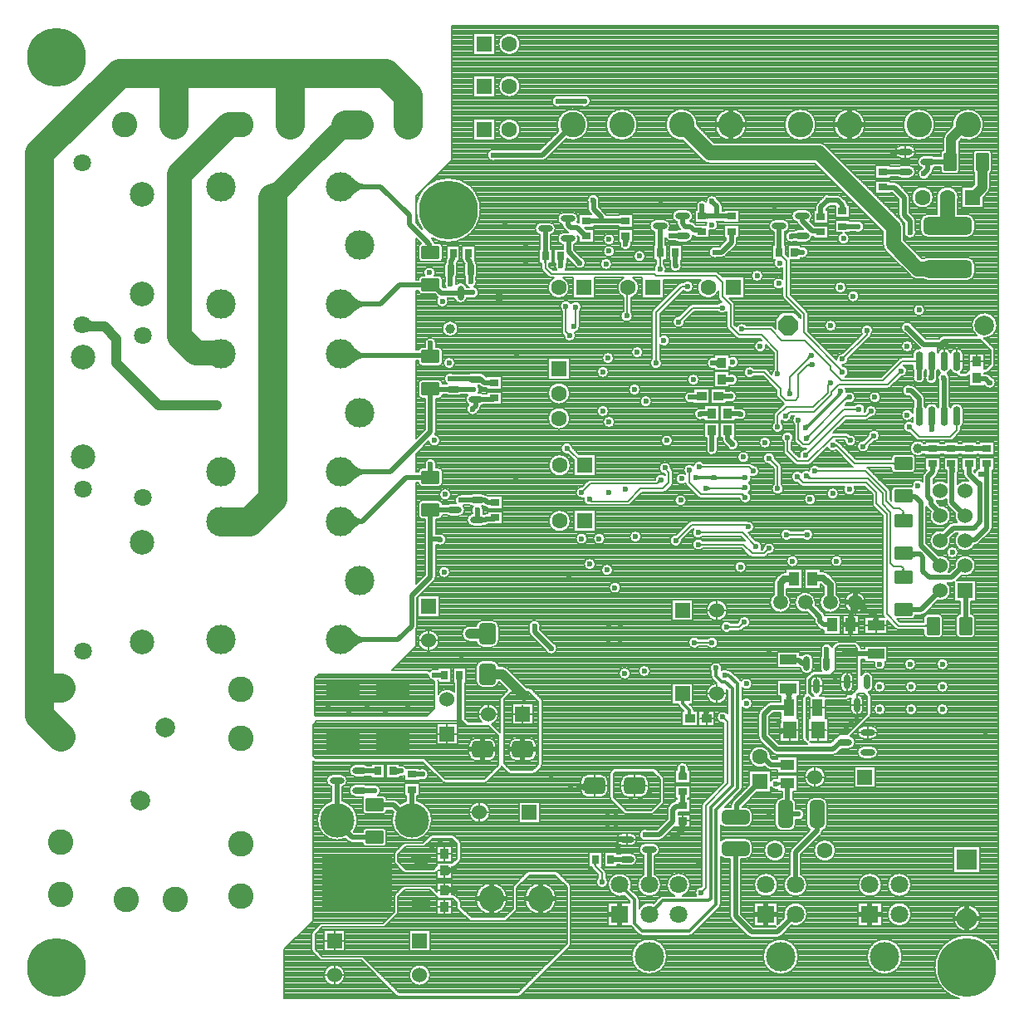
<source format=gbl>
G04*
G04 #@! TF.GenerationSoftware,Altium Limited,Altium Designer,19.1.9 (167)*
G04*
G04 Layer_Physical_Order=4*
G04 Layer_Color=16711680*
%FSLAX24Y24*%
%MOIN*%
G70*
G01*
G75*
%ADD13C,0.0118*%
%ADD14C,0.0098*%
%ADD18C,0.0079*%
%ADD20C,0.0394*%
%ADD21C,0.0197*%
%ADD24O,0.0281X0.0591*%
%ADD29O,0.0591X0.0281*%
G04:AMPARAMS|DCode=30|XSize=86.6mil|YSize=68.9mil|CornerRadius=17.2mil|HoleSize=0mil|Usage=FLASHONLY|Rotation=0.000|XOffset=0mil|YOffset=0mil|HoleType=Round|Shape=RoundedRectangle|*
%AMROUNDEDRECTD30*
21,1,0.0866,0.0344,0,0,0.0*
21,1,0.0522,0.0689,0,0,0.0*
1,1,0.0344,0.0261,-0.0172*
1,1,0.0344,-0.0261,-0.0172*
1,1,0.0344,-0.0261,0.0172*
1,1,0.0344,0.0261,0.0172*
%
%ADD30ROUNDEDRECTD30*%
%ADD31O,0.0295X0.0800*%
%ADD69C,0.0827*%
%ADD71C,0.1024*%
%ADD79C,0.0630*%
%ADD87R,0.0276X0.0354*%
%ADD88R,0.0354X0.0276*%
%ADD89R,0.0354X0.0394*%
%ADD90R,0.0413X0.0551*%
%ADD91R,0.0394X0.0354*%
%ADD96R,0.0551X0.0413*%
%ADD97O,0.0846X0.0394*%
G04:AMPARAMS|DCode=98|XSize=279.5mil|YSize=218.5mil|CornerRadius=10.9mil|HoleSize=0mil|Usage=FLASHONLY|Rotation=0.000|XOffset=0mil|YOffset=0mil|HoleType=Round|Shape=RoundedRectangle|*
%AMROUNDEDRECTD98*
21,1,0.2795,0.1967,0,0,0.0*
21,1,0.2577,0.2185,0,0,0.0*
1,1,0.0219,0.1288,-0.0983*
1,1,0.0219,-0.1288,-0.0983*
1,1,0.0219,-0.1288,0.0983*
1,1,0.0219,0.1288,0.0983*
%
%ADD98ROUNDEDRECTD98*%
%ADD101C,0.1181*%
%ADD102C,0.0138*%
%ADD103C,0.0276*%
%ADD105C,0.0787*%
%ADD106C,0.0787*%
%ADD107C,0.0709*%
%ADD108C,0.0984*%
%ADD109P,0.0852X8X202.5*%
%ADD110R,0.0630X0.0630*%
%ADD111R,0.0630X0.0630*%
%ADD112C,0.0600*%
%ADD113R,0.0600X0.0600*%
%ADD114R,0.0600X0.0600*%
%ADD115C,0.0591*%
%ADD116C,0.1378*%
%ADD117R,0.0827X0.0827*%
%ADD118R,0.0709X0.0709*%
%ADD119C,0.1181*%
%ADD120C,0.2362*%
%ADD121C,0.0236*%
%ADD122C,0.0394*%
G04:AMPARAMS|DCode=145|XSize=51.2mil|YSize=72mil|CornerRadius=2.6mil|HoleSize=0mil|Usage=FLASHONLY|Rotation=270.000|XOffset=0mil|YOffset=0mil|HoleType=Round|Shape=RoundedRectangle|*
%AMROUNDEDRECTD145*
21,1,0.0512,0.0669,0,0,270.0*
21,1,0.0461,0.0720,0,0,270.0*
1,1,0.0051,-0.0335,-0.0230*
1,1,0.0051,-0.0335,0.0230*
1,1,0.0051,0.0335,0.0230*
1,1,0.0051,0.0335,-0.0230*
%
%ADD145ROUNDEDRECTD145*%
G04:AMPARAMS|DCode=146|XSize=51.2mil|YSize=72mil|CornerRadius=2.6mil|HoleSize=0mil|Usage=FLASHONLY|Rotation=180.000|XOffset=0mil|YOffset=0mil|HoleType=Round|Shape=RoundedRectangle|*
%AMROUNDEDRECTD146*
21,1,0.0512,0.0669,0,0,180.0*
21,1,0.0461,0.0720,0,0,180.0*
1,1,0.0051,-0.0230,0.0335*
1,1,0.0051,0.0230,0.0335*
1,1,0.0051,0.0230,-0.0335*
1,1,0.0051,-0.0230,-0.0335*
%
%ADD146ROUNDEDRECTD146*%
G04:AMPARAMS|DCode=147|XSize=194.9mil|YSize=70.9mil|CornerRadius=17.7mil|HoleSize=0mil|Usage=FLASHONLY|Rotation=180.000|XOffset=0mil|YOffset=0mil|HoleType=Round|Shape=RoundedRectangle|*
%AMROUNDEDRECTD147*
21,1,0.1949,0.0354,0,0,180.0*
21,1,0.1594,0.0709,0,0,180.0*
1,1,0.0354,-0.0797,0.0177*
1,1,0.0354,0.0797,0.0177*
1,1,0.0354,0.0797,-0.0177*
1,1,0.0354,-0.0797,-0.0177*
%
%ADD147ROUNDEDRECTD147*%
G04:AMPARAMS|DCode=148|XSize=86.6mil|YSize=68.9mil|CornerRadius=17.2mil|HoleSize=0mil|Usage=FLASHONLY|Rotation=90.000|XOffset=0mil|YOffset=0mil|HoleType=Round|Shape=RoundedRectangle|*
%AMROUNDEDRECTD148*
21,1,0.0866,0.0344,0,0,90.0*
21,1,0.0522,0.0689,0,0,90.0*
1,1,0.0344,0.0172,0.0261*
1,1,0.0344,0.0172,-0.0261*
1,1,0.0344,-0.0172,-0.0261*
1,1,0.0344,-0.0172,0.0261*
%
%ADD148ROUNDEDRECTD148*%
%ADD149R,0.0551X0.0709*%
%ADD150R,0.0413X0.0689*%
%ADD151R,0.0689X0.0413*%
G04:AMPARAMS|DCode=152|XSize=110.2mil|YSize=59.1mil|CornerRadius=14.8mil|HoleSize=0mil|Usage=FLASHONLY|Rotation=270.000|XOffset=0mil|YOffset=0mil|HoleType=Round|Shape=RoundedRectangle|*
%AMROUNDEDRECTD152*
21,1,0.1102,0.0295,0,0,270.0*
21,1,0.0807,0.0591,0,0,270.0*
1,1,0.0295,-0.0148,-0.0404*
1,1,0.0295,-0.0148,0.0404*
1,1,0.0295,0.0148,0.0404*
1,1,0.0295,0.0148,-0.0404*
%
%ADD152ROUNDEDRECTD152*%
G04:AMPARAMS|DCode=153|XSize=110.2mil|YSize=59.1mil|CornerRadius=14.8mil|HoleSize=0mil|Usage=FLASHONLY|Rotation=180.000|XOffset=0mil|YOffset=0mil|HoleType=Round|Shape=RoundedRectangle|*
%AMROUNDEDRECTD153*
21,1,0.1102,0.0295,0,0,180.0*
21,1,0.0807,0.0591,0,0,180.0*
1,1,0.0295,-0.0404,0.0148*
1,1,0.0295,0.0404,0.0148*
1,1,0.0295,0.0404,-0.0148*
1,1,0.0295,-0.0404,-0.0148*
%
%ADD153ROUNDEDRECTD153*%
%ADD154R,0.1339X0.0709*%
%ADD155C,0.0591*%
%ADD156C,0.0984*%
G36*
X44021Y36176D02*
X44008Y36181D01*
X43993Y36185D01*
X43974Y36189D01*
X43931Y36195D01*
X43877Y36199D01*
X43777Y36201D01*
X43751Y36398D01*
X43788Y36398D01*
X43905Y36407D01*
X43927Y36411D01*
X43947Y36415D01*
X43963Y36421D01*
X43977Y36427D01*
X43987Y36433D01*
X44021Y36176D01*
D02*
G37*
G36*
X21733Y36811D02*
X21718Y36803D01*
X21687Y36778D01*
X21577Y36678D01*
X20864Y35977D01*
X20307Y36534D01*
X21142Y37402D01*
X21733Y36811D01*
D02*
G37*
G36*
X22018Y35275D02*
X22133Y35174D01*
X22188Y35133D01*
X22240Y35098D01*
X22291Y35070D01*
X22339Y35048D01*
X22385Y35032D01*
X22430Y35023D01*
X22472Y35020D01*
Y34823D01*
X22430Y34820D01*
X22385Y34810D01*
X22339Y34794D01*
X22291Y34772D01*
X22240Y34744D01*
X22188Y34709D01*
X22133Y34669D01*
X22018Y34568D01*
X21957Y34508D01*
Y35335D01*
X22018Y35275D01*
D02*
G37*
G36*
X20244Y35356D02*
X19409Y34488D01*
X18819Y35079D01*
X18833Y35087D01*
X18864Y35112D01*
X18974Y35212D01*
X19687Y35913D01*
X20244Y35356D01*
D02*
G37*
G36*
X41791Y34152D02*
X41797Y34073D01*
X41798Y34067D01*
X41800Y34064D01*
X41802Y34063D01*
X41583D01*
X41586Y34064D01*
X41587Y34067D01*
X41589Y34073D01*
X41591Y34080D01*
X41592Y34090D01*
X41593Y34117D01*
X41594Y34173D01*
X41791D01*
X41791Y34152D01*
D02*
G37*
G36*
X36241Y33860D02*
X36247Y33853D01*
X36257Y33847D01*
X36270Y33842D01*
X36288Y33838D01*
X36310Y33835D01*
X36335Y33832D01*
X36398Y33829D01*
X36436Y33829D01*
Y33632D01*
X36398Y33632D01*
X36310Y33626D01*
X36288Y33622D01*
X36270Y33618D01*
X36257Y33613D01*
X36247Y33607D01*
X36241Y33601D01*
X36239Y33594D01*
Y33867D01*
X36241Y33860D01*
D02*
G37*
G36*
X30771Y33488D02*
X30770Y33485D01*
X30770Y33480D01*
X30769Y33463D01*
X30768Y33386D01*
X30571D01*
X30567Y33489D01*
X30771D01*
X30771Y33488D01*
D02*
G37*
G36*
X33153Y32795D02*
X33140Y32789D01*
X33129Y32779D01*
X33118Y32765D01*
X33110Y32747D01*
X33103Y32726D01*
X33098Y32700D01*
X33094Y32671D01*
X33091Y32637D01*
X33091Y32600D01*
X32894D01*
X32893Y32637D01*
X32887Y32700D01*
X32881Y32726D01*
X32874Y32747D01*
X32866Y32765D01*
X32856Y32779D01*
X32844Y32789D01*
X32831Y32795D01*
X32816Y32797D01*
X33168D01*
X33153Y32795D01*
D02*
G37*
G36*
X39892Y32445D02*
X39898Y32432D01*
X39907Y32420D01*
X39920Y32410D01*
X39937Y32401D01*
X39958Y32394D01*
X39983Y32389D01*
X40011Y32385D01*
X40043Y32383D01*
X40079Y32382D01*
Y32185D01*
X40043Y32184D01*
X39983Y32178D01*
X39958Y32173D01*
X39937Y32166D01*
X39920Y32157D01*
X39907Y32147D01*
X39898Y32135D01*
X39892Y32122D01*
X39890Y32108D01*
Y32459D01*
X39892Y32445D01*
D02*
G37*
G36*
X34441Y32107D02*
X34435Y32104D01*
X34429Y32100D01*
X34424Y32095D01*
X34419Y32088D01*
X34416Y32079D01*
X34413Y32069D01*
X34411Y32057D01*
X34410Y32044D01*
X34409Y32029D01*
X34331D01*
X34330Y32044D01*
X34329Y32057D01*
X34327Y32069D01*
X34324Y32079D01*
X34321Y32088D01*
X34317Y32095D01*
X34311Y32100D01*
X34306Y32104D01*
X34299Y32107D01*
X34291Y32108D01*
X34449D01*
X34441Y32107D01*
D02*
G37*
G36*
X29833Y32054D02*
X29827Y32043D01*
X29823Y32029D01*
X29819Y32012D01*
X29816Y31992D01*
X29812Y31950D01*
X29847D01*
X29840Y31949D01*
X29833Y31947D01*
X29827Y31943D01*
X29822Y31937D01*
X29818Y31930D01*
X29814Y31922D01*
X29812Y31911D01*
X29810Y31900D01*
X29809Y31890D01*
X29808Y31880D01*
X29808Y31844D01*
X29729D01*
X29729Y31880D01*
X29728Y31900D01*
X29726Y31911D01*
X29723Y31922D01*
X29719Y31930D01*
X29715Y31937D01*
X29710Y31943D01*
X29704Y31947D01*
X29697Y31949D01*
X29690Y31950D01*
X29724D01*
X29722Y31992D01*
X29718Y32012D01*
X29715Y32029D01*
X29710Y32043D01*
X29705Y32054D01*
X29699Y32061D01*
X29838D01*
X29833Y32054D01*
D02*
G37*
G36*
X22018Y30550D02*
X22133Y30450D01*
X22188Y30409D01*
X22240Y30374D01*
X22291Y30346D01*
X22339Y30324D01*
X22385Y30308D01*
X22430Y30298D01*
X22472Y30295D01*
Y30098D01*
X22430Y30095D01*
X22385Y30086D01*
X22339Y30070D01*
X22291Y30048D01*
X22240Y30020D01*
X22188Y29985D01*
X22133Y29944D01*
X22018Y29843D01*
X21957Y29783D01*
Y30610D01*
X22018Y30550D01*
D02*
G37*
G36*
X11483Y29555D02*
X11497Y29544D01*
X11514Y29534D01*
X11534Y29526D01*
X11557Y29519D01*
X11583Y29513D01*
X11613Y29509D01*
X11646Y29505D01*
X11721Y29503D01*
X11638Y29109D01*
X11598Y29109D01*
X11448Y29098D01*
X11428Y29094D01*
X11412Y29090D01*
X11398Y29084D01*
X11388Y29079D01*
X11473Y29568D01*
X11483Y29555D01*
D02*
G37*
G36*
X42722Y29024D02*
X42721Y29022D01*
X42720Y29019D01*
X42719Y29016D01*
X42718Y29011D01*
X42717Y29000D01*
X42717Y28985D01*
X42717Y28976D01*
X42638D01*
X42638Y28985D01*
X42635Y29016D01*
X42635Y29019D01*
X42634Y29022D01*
X42632Y29024D01*
X42631Y29025D01*
X42723D01*
X42722Y29024D01*
D02*
G37*
G36*
X40432Y28031D02*
X40420Y28031D01*
X40408Y28030D01*
X40397Y28028D01*
X40387Y28026D01*
X40377Y28022D01*
X40367Y28018D01*
X40358Y28013D01*
X40349Y28007D01*
X40340Y28000D01*
X40332Y27993D01*
X40276Y28049D01*
X40284Y28057D01*
X40290Y28065D01*
X40296Y28074D01*
X40301Y28083D01*
X40306Y28093D01*
X40309Y28103D01*
X40312Y28114D01*
X40314Y28125D01*
X40315Y28137D01*
X40315Y28148D01*
X40432Y28031D01*
D02*
G37*
G36*
X44629Y27830D02*
X44628Y27837D01*
X44626Y27844D01*
X44622Y27850D01*
X44616Y27855D01*
X44609Y27859D01*
X44600Y27863D01*
X44590Y27866D01*
X44578Y27868D01*
X44564Y27869D01*
X44549Y27869D01*
Y27948D01*
X44564Y27948D01*
X44578Y27950D01*
X44590Y27952D01*
X44600Y27954D01*
X44609Y27958D01*
X44616Y27962D01*
X44622Y27967D01*
X44626Y27973D01*
X44628Y27980D01*
X44629Y27987D01*
Y27830D01*
D02*
G37*
G36*
X22044Y28504D02*
X22148Y28399D01*
X22199Y28356D01*
X22248Y28320D01*
X22296Y28291D01*
X22343Y28268D01*
X22389Y28251D01*
X22434Y28242D01*
X22478Y28238D01*
X22462Y28042D01*
X22421Y28039D01*
X22378Y28030D01*
X22332Y28015D01*
X22282Y27994D01*
X22230Y27967D01*
X22174Y27934D01*
X22054Y27850D01*
X21989Y27799D01*
X21921Y27742D01*
X21990Y28566D01*
X22044Y28504D01*
D02*
G37*
G36*
X40399Y27694D02*
X40395Y27698D01*
X40390Y27702D01*
X40383Y27705D01*
X40376Y27708D01*
X40368Y27711D01*
X40359Y27713D01*
X40350Y27714D01*
X40339Y27716D01*
X40315Y27717D01*
Y27795D01*
X40325Y27796D01*
X40335Y27796D01*
X40343Y27798D01*
X40351Y27800D01*
X40358Y27802D01*
X40365Y27805D01*
X40370Y27809D01*
X40375Y27813D01*
X40379Y27818D01*
X40382Y27823D01*
X40399Y27694D01*
D02*
G37*
G36*
X36674Y27659D02*
X36673Y27673D01*
X36667Y27687D01*
X36658Y27698D01*
X36646Y27708D01*
X36630Y27717D01*
X36610Y27724D01*
X36587Y27729D01*
X36560Y27733D01*
X36530Y27735D01*
X36496Y27736D01*
Y27933D01*
X36530Y27934D01*
X36560Y27936D01*
X36587Y27940D01*
X36610Y27946D01*
X36630Y27953D01*
X36646Y27962D01*
X36658Y27972D01*
X36667Y27984D01*
X36673Y27998D01*
X36674Y28013D01*
Y27659D01*
D02*
G37*
G36*
X41188Y26934D02*
X41184Y26934D01*
X41179Y26934D01*
X41174Y26933D01*
X41169Y26931D01*
X41164Y26928D01*
X41158Y26925D01*
X41151Y26920D01*
X41145Y26915D01*
X41130Y26901D01*
X41075Y26957D01*
X41082Y26964D01*
X41093Y26978D01*
X41098Y26984D01*
X41102Y26990D01*
X41104Y26996D01*
X41106Y27001D01*
X41107Y27006D01*
X41108Y27010D01*
X41107Y27014D01*
X41188Y26934D01*
D02*
G37*
G36*
X39607Y26785D02*
X39608Y26775D01*
X39610Y26764D01*
X39613Y26754D01*
X39617Y26744D01*
X39622Y26734D01*
X39627Y26725D01*
X39634Y26716D01*
X39641Y26707D01*
X39650Y26698D01*
X39484D01*
X39492Y26707D01*
X39500Y26716D01*
X39506Y26725D01*
X39512Y26734D01*
X39517Y26744D01*
X39521Y26754D01*
X39524Y26764D01*
X39526Y26775D01*
X39527Y26785D01*
X39527Y26796D01*
X39606D01*
X39607Y26785D01*
D02*
G37*
G36*
X41641Y26578D02*
X41632Y26576D01*
X41624Y26573D01*
X41615Y26569D01*
X41607Y26565D01*
X41598Y26560D01*
X41590Y26554D01*
X41572Y26541D01*
X41564Y26533D01*
X41555Y26525D01*
X41467Y26576D01*
X41475Y26585D01*
X41482Y26593D01*
X41488Y26602D01*
X41493Y26611D01*
X41497Y26620D01*
X41500Y26629D01*
X41501Y26637D01*
X41502Y26646D01*
X41501Y26655D01*
X41500Y26664D01*
X41641Y26578D01*
D02*
G37*
G36*
X41912Y26353D02*
X41903Y26357D01*
X41894Y26360D01*
X41885Y26362D01*
X41876Y26362D01*
X41867Y26361D01*
X41859Y26359D01*
X41850Y26355D01*
X41841Y26350D01*
X41833Y26343D01*
X41824Y26335D01*
X41802Y26424D01*
X41809Y26432D01*
X41830Y26456D01*
X41836Y26465D01*
X41853Y26490D01*
X41858Y26499D01*
X41862Y26508D01*
X41912Y26353D01*
D02*
G37*
G36*
X40358Y25327D02*
X40349Y25319D01*
X40342Y25310D01*
X40336Y25301D01*
X40330Y25292D01*
X40325Y25283D01*
X40322Y25274D01*
X40319Y25265D01*
X40317Y25256D01*
X40315Y25247D01*
X40315Y25237D01*
X40198Y25354D01*
X40207Y25355D01*
X40217Y25356D01*
X40226Y25358D01*
X40235Y25361D01*
X40244Y25365D01*
X40253Y25369D01*
X40262Y25375D01*
X40271Y25382D01*
X40279Y25389D01*
X40288Y25397D01*
X40358Y25327D01*
D02*
G37*
G36*
X45398Y25373D02*
X45393Y25361D01*
X45388Y25346D01*
X45385Y25328D01*
X45381Y25307D01*
X45377Y25256D01*
X45374Y25193D01*
X45374Y25157D01*
X45177D01*
X45177Y25193D01*
X45170Y25307D01*
X45167Y25328D01*
X45163Y25346D01*
X45158Y25361D01*
X45153Y25373D01*
X45148Y25382D01*
X45403D01*
X45398Y25373D01*
D02*
G37*
G36*
X40393Y24904D02*
X40385Y24896D01*
X40379Y24888D01*
X40373Y24879D01*
X40368Y24869D01*
X40364Y24860D01*
X40360Y24849D01*
X40358Y24839D01*
X40356Y24828D01*
X40355Y24816D01*
X40354Y24804D01*
X40237Y24921D01*
X40249Y24922D01*
X40261Y24923D01*
X40272Y24924D01*
X40282Y24927D01*
X40293Y24931D01*
X40302Y24935D01*
X40312Y24940D01*
X40321Y24946D01*
X40329Y24952D01*
X40337Y24960D01*
X40393Y24904D01*
D02*
G37*
G36*
X41409Y24572D02*
X41411Y24571D01*
X41414Y24570D01*
X41417Y24569D01*
X41422Y24569D01*
X41433Y24568D01*
X41448Y24567D01*
X41457Y24567D01*
Y24488D01*
X41448Y24488D01*
X41417Y24486D01*
X41414Y24485D01*
X41411Y24484D01*
X41409Y24483D01*
X41408Y24482D01*
Y24573D01*
X41409Y24572D01*
D02*
G37*
G36*
X43776Y23721D02*
X43775Y23728D01*
X43772Y23735D01*
X43768Y23741D01*
X43763Y23746D01*
X43756Y23750D01*
X43747Y23754D01*
X43736Y23757D01*
X43724Y23759D01*
X43711Y23760D01*
X43696Y23760D01*
Y23839D01*
X43711Y23839D01*
X43724Y23841D01*
X43736Y23843D01*
X43747Y23845D01*
X43756Y23849D01*
X43763Y23853D01*
X43768Y23858D01*
X43772Y23864D01*
X43775Y23871D01*
X43776Y23878D01*
Y23721D01*
D02*
G37*
G36*
X45454Y23653D02*
X45446Y23648D01*
X45438Y23641D01*
X45432Y23630D01*
X45426Y23617D01*
X45421Y23600D01*
X45418Y23581D01*
X45415Y23558D01*
X45414Y23532D01*
X45413Y23504D01*
X45217D01*
X45216Y23532D01*
X45212Y23581D01*
X45208Y23600D01*
X45204Y23617D01*
X45198Y23630D01*
X45192Y23641D01*
X45184Y23648D01*
X45176Y23653D01*
X45166Y23654D01*
X45464D01*
X45454Y23653D01*
D02*
G37*
G36*
X46239Y23653D02*
X46230Y23651D01*
X46221Y23645D01*
X46214Y23635D01*
X46207Y23622D01*
X46202Y23604D01*
X46198Y23582D01*
X46194Y23557D01*
X46190Y23494D01*
X46190Y23456D01*
X45993D01*
X45992Y23494D01*
X45989Y23527D01*
X45984Y23557D01*
X45977Y23583D01*
X45968Y23605D01*
X45957Y23622D01*
X45945Y23636D01*
X45930Y23646D01*
X45913Y23652D01*
X45894Y23654D01*
X46239Y23653D01*
D02*
G37*
G36*
X40354Y23324D02*
X40362Y23302D01*
X40366Y23291D01*
X40371Y23281D01*
X40377Y23272D01*
X40383Y23263D01*
X40389Y23254D01*
X40396Y23246D01*
X40403Y23239D01*
X40363Y23167D01*
X40355Y23175D01*
X40346Y23181D01*
X40337Y23187D01*
X40328Y23191D01*
X40319Y23194D01*
X40309Y23196D01*
X40299Y23197D01*
X40289Y23197D01*
X40278Y23196D01*
X40267Y23193D01*
X40351Y23336D01*
X40354Y23324D01*
D02*
G37*
G36*
X37711Y23146D02*
X37704Y23152D01*
X37697Y23158D01*
X37689Y23163D01*
X37680Y23167D01*
X37671Y23171D01*
X37661Y23174D01*
X37651Y23176D01*
X37640Y23178D01*
X37629Y23179D01*
X37617Y23179D01*
Y23278D01*
X37629Y23278D01*
X37640Y23279D01*
X37651Y23281D01*
X37661Y23283D01*
X37671Y23286D01*
X37680Y23290D01*
X37689Y23294D01*
X37697Y23299D01*
X37704Y23305D01*
X37711Y23311D01*
Y23146D01*
D02*
G37*
G36*
X36627Y23305D02*
X36634Y23299D01*
X36642Y23294D01*
X36651Y23290D01*
X36660Y23286D01*
X36669Y23283D01*
X36680Y23281D01*
X36690Y23279D01*
X36702Y23278D01*
X36714Y23278D01*
Y23179D01*
X36702Y23179D01*
X36690Y23178D01*
X36680Y23176D01*
X36669Y23174D01*
X36660Y23171D01*
X36651Y23167D01*
X36642Y23163D01*
X36634Y23158D01*
X36627Y23152D01*
X36620Y23146D01*
Y23311D01*
X36627Y23305D01*
D02*
G37*
G36*
X36451Y23146D02*
X36448Y23148D01*
X36443Y23151D01*
X36438Y23153D01*
X36431Y23154D01*
X36424Y23156D01*
X36415Y23157D01*
X36394Y23159D01*
X36369Y23159D01*
Y23297D01*
X36382Y23297D01*
X36424Y23301D01*
X36431Y23302D01*
X36438Y23304D01*
X36443Y23306D01*
X36448Y23308D01*
X36451Y23311D01*
Y23146D01*
D02*
G37*
G36*
X35914Y23308D02*
X35919Y23306D01*
X35924Y23304D01*
X35931Y23302D01*
X35938Y23301D01*
X35947Y23299D01*
X35968Y23298D01*
X35994Y23297D01*
Y23159D01*
X35980Y23159D01*
X35938Y23156D01*
X35931Y23154D01*
X35924Y23153D01*
X35919Y23151D01*
X35914Y23148D01*
X35911Y23146D01*
Y23311D01*
X35914Y23308D01*
D02*
G37*
G36*
X22018Y23818D02*
X22133Y23717D01*
X22188Y23676D01*
X22240Y23642D01*
X22291Y23613D01*
X22339Y23591D01*
X22385Y23576D01*
X22430Y23566D01*
X22472Y23563D01*
Y23366D01*
X22430Y23363D01*
X22385Y23354D01*
X22339Y23338D01*
X22291Y23316D01*
X22240Y23287D01*
X22188Y23253D01*
X22133Y23212D01*
X22018Y23111D01*
X21957Y23051D01*
Y23878D01*
X22018Y23818D01*
D02*
G37*
G36*
X34408Y23031D02*
X34396Y23031D01*
X34385Y23030D01*
X34374Y23028D01*
X34363Y23026D01*
X34353Y23022D01*
X34343Y23018D01*
X34334Y23013D01*
X34325Y23007D01*
X34316Y23000D01*
X34308Y22993D01*
X34253Y23049D01*
X34260Y23057D01*
X34267Y23065D01*
X34273Y23074D01*
X34278Y23083D01*
X34282Y23093D01*
X34285Y23103D01*
X34288Y23114D01*
X34290Y23125D01*
X34291Y23137D01*
X34291Y23148D01*
X34408Y23031D01*
D02*
G37*
G36*
X37743Y22729D02*
X37732Y22734D01*
X37710Y22743D01*
X37699Y22746D01*
X37678Y22752D01*
X37667Y22753D01*
X37647Y22756D01*
X37636Y22756D01*
X37606Y22835D01*
X37618Y22835D01*
X37628Y22837D01*
X37638Y22839D01*
X37648Y22843D01*
X37656Y22847D01*
X37664Y22853D01*
X37671Y22859D01*
X37678Y22867D01*
X37683Y22875D01*
X37688Y22884D01*
X37743Y22729D01*
D02*
G37*
G36*
X36313Y22870D02*
X36322Y22862D01*
X36331Y22856D01*
X36341Y22850D01*
X36351Y22845D01*
X36360Y22842D01*
X36371Y22839D01*
X36381Y22836D01*
X36392Y22835D01*
X36403Y22835D01*
Y22756D01*
X36392Y22755D01*
X36381Y22754D01*
X36371Y22752D01*
X36360Y22749D01*
X36351Y22745D01*
X36341Y22740D01*
X36331Y22735D01*
X36322Y22728D01*
X36313Y22721D01*
X36305Y22713D01*
Y22878D01*
X36313Y22870D01*
D02*
G37*
G36*
X37712Y22580D02*
X37726Y22568D01*
X37732Y22563D01*
X37738Y22560D01*
X37744Y22557D01*
X37749Y22555D01*
X37754Y22554D01*
X37758Y22554D01*
X37763Y22554D01*
X37682Y22474D01*
X37682Y22478D01*
X37682Y22482D01*
X37681Y22487D01*
X37679Y22492D01*
X37676Y22498D01*
X37673Y22504D01*
X37668Y22510D01*
X37663Y22517D01*
X37649Y22531D01*
X37705Y22587D01*
X37712Y22580D01*
D02*
G37*
G36*
X44493Y22590D02*
X44497Y22588D01*
X44502Y22586D01*
X44510Y22584D01*
X44521Y22582D01*
X44548Y22580D01*
X44585Y22579D01*
X44606Y22579D01*
Y22382D01*
X44585Y22382D01*
X44510Y22377D01*
X44502Y22375D01*
X44497Y22373D01*
X44493Y22370D01*
X44492Y22367D01*
Y22593D01*
X44493Y22590D01*
D02*
G37*
G36*
X44174Y21815D02*
X44175Y21801D01*
X44177Y21789D01*
X44180Y21779D01*
X44183Y21770D01*
X44187Y21763D01*
X44193Y21757D01*
X44198Y21753D01*
X44205Y21751D01*
X44213Y21750D01*
X44055D01*
X44063Y21751D01*
X44069Y21753D01*
X44075Y21757D01*
X44080Y21763D01*
X44085Y21770D01*
X44088Y21779D01*
X44091Y21789D01*
X44093Y21801D01*
X44094Y21815D01*
X44094Y21830D01*
X44173D01*
X44174Y21815D01*
D02*
G37*
G36*
X22041Y21771D02*
X22080Y21730D01*
X22119Y21694D01*
X22160Y21662D01*
X22201Y21635D01*
X22243Y21614D01*
X22287Y21597D01*
X22331Y21584D01*
X22375Y21577D01*
X22421Y21575D01*
Y21378D01*
X22376Y21375D01*
X22333Y21368D01*
X22290Y21355D01*
X22249Y21338D01*
X22209Y21315D01*
X22170Y21288D01*
X22132Y21255D01*
X22095Y21218D01*
X22060Y21175D01*
X22026Y21128D01*
X22003Y21817D01*
X22041Y21771D01*
D02*
G37*
G36*
X44494Y20336D02*
X44500Y20319D01*
X44510Y20304D01*
X44524Y20291D01*
X44542Y20281D01*
X44563Y20272D01*
X44589Y20265D01*
X44619Y20260D01*
X44653Y20257D01*
X44690Y20256D01*
Y20059D01*
X44652Y20058D01*
X44619Y20055D01*
X44589Y20050D01*
X44563Y20043D01*
X44541Y20035D01*
X44523Y20024D01*
X44509Y20011D01*
X44499Y19996D01*
X44493Y19980D01*
X44491Y19961D01*
X44492Y20354D01*
X44494Y20336D01*
D02*
G37*
G36*
X44174Y19551D02*
X44175Y19538D01*
X44177Y19526D01*
X44180Y19515D01*
X44183Y19507D01*
X44187Y19499D01*
X44193Y19494D01*
X44198Y19490D01*
X44205Y19487D01*
X44213Y19487D01*
X44055D01*
X44063Y19487D01*
X44069Y19490D01*
X44075Y19494D01*
X44080Y19499D01*
X44085Y19507D01*
X44088Y19515D01*
X44091Y19526D01*
X44093Y19538D01*
X44094Y19551D01*
X44094Y19567D01*
X44173D01*
X44174Y19551D01*
D02*
G37*
G36*
X42491Y18271D02*
X42511Y18215D01*
X42522Y18189D01*
X42535Y18164D01*
X42549Y18140D01*
X42563Y18118D01*
X42579Y18096D01*
X42596Y18076D01*
X42614Y18057D01*
X42514Y17879D01*
X42493Y17898D01*
X42472Y17914D01*
X42449Y17927D01*
X42427Y17938D01*
X42403Y17946D01*
X42379Y17951D01*
X42354Y17953D01*
X42328Y17953D01*
X42302Y17950D01*
X42275Y17944D01*
X42483Y18301D01*
X42491Y18271D01*
D02*
G37*
G36*
X42147Y17757D02*
X42149Y17723D01*
X42154Y17694D01*
X42160Y17668D01*
X42168Y17646D01*
X42177Y17629D01*
X42188Y17615D01*
X42202Y17605D01*
X42216Y17599D01*
X42233Y17597D01*
X41850Y17596D01*
X41869Y17598D01*
X41886Y17604D01*
X41901Y17614D01*
X41913Y17628D01*
X41924Y17646D01*
X41933Y17667D01*
X41940Y17693D01*
X41945Y17723D01*
X41948Y17757D01*
X41949Y17794D01*
X42146D01*
X42147Y17757D01*
D02*
G37*
G36*
X43130Y17613D02*
X43135Y17555D01*
X43138Y17541D01*
X43141Y17529D01*
X43145Y17520D01*
X43150Y17514D01*
X43155Y17510D01*
X43161Y17509D01*
X42902D01*
X42908Y17510D01*
X42913Y17514D01*
X42918Y17520D01*
X42922Y17529D01*
X42925Y17541D01*
X42928Y17555D01*
X42930Y17572D01*
X42933Y17613D01*
X42933Y17638D01*
X43130D01*
X43130Y17613D01*
D02*
G37*
G36*
X45080Y17205D02*
X45079Y17212D01*
X45077Y17219D01*
X45073Y17225D01*
X45067Y17230D01*
X45060Y17234D01*
X45051Y17238D01*
X45041Y17241D01*
X45029Y17243D01*
X45016Y17244D01*
X45000Y17244D01*
Y17323D01*
X45016Y17323D01*
X45029Y17324D01*
X45041Y17326D01*
X45051Y17329D01*
X45060Y17333D01*
X45067Y17337D01*
X45073Y17342D01*
X45077Y17348D01*
X45079Y17355D01*
X45080Y17362D01*
Y17205D01*
D02*
G37*
G36*
X22018Y17086D02*
X22133Y16985D01*
X22188Y16944D01*
X22240Y16909D01*
X22291Y16881D01*
X22339Y16859D01*
X22385Y16843D01*
X22430Y16834D01*
X22472Y16831D01*
Y16634D01*
X22430Y16631D01*
X22385Y16621D01*
X22339Y16606D01*
X22291Y16583D01*
X22240Y16555D01*
X22188Y16520D01*
X22133Y16480D01*
X22018Y16379D01*
X21957Y16319D01*
Y17146D01*
X22018Y17086D01*
D02*
G37*
G36*
X39725Y14576D02*
X39709Y14570D01*
X39694Y14560D01*
X39681Y14546D01*
X39670Y14529D01*
X39661Y14507D01*
X39655Y14482D01*
X39652Y14468D01*
X39655Y14455D01*
X39661Y14429D01*
X39670Y14407D01*
X39681Y14390D01*
X39694Y14376D01*
X39709Y14366D01*
X39725Y14360D01*
X39744Y14358D01*
X39350D01*
X39369Y14360D01*
X39386Y14366D01*
X39401Y14376D01*
X39413Y14390D01*
X39424Y14407D01*
X39433Y14429D01*
X39440Y14455D01*
X39442Y14468D01*
X39440Y14482D01*
X39433Y14507D01*
X39424Y14529D01*
X39413Y14546D01*
X39401Y14560D01*
X39386Y14570D01*
X39369Y14576D01*
X39350Y14578D01*
X39744D01*
X39725Y14576D01*
D02*
G37*
G36*
X35364Y14267D02*
X35358Y14264D01*
X35352Y14260D01*
X35348Y14253D01*
X35344Y14244D01*
X35340Y14234D01*
X35338Y14222D01*
X35336Y14207D01*
X35335Y14191D01*
X35335Y14173D01*
X35217D01*
X35216Y14191D01*
X35213Y14222D01*
X35211Y14234D01*
X35208Y14244D01*
X35204Y14253D01*
X35199Y14260D01*
X35194Y14264D01*
X35187Y14267D01*
X35181Y14268D01*
X35370D01*
X35364Y14267D01*
D02*
G37*
G36*
X36320Y13903D02*
X36322Y13873D01*
X36326Y13846D01*
X36332Y13823D01*
X36339Y13803D01*
X36348Y13787D01*
X36358Y13775D01*
X36370Y13766D01*
X36384Y13760D01*
X36399Y13759D01*
X36045D01*
X36059Y13760D01*
X36072Y13766D01*
X36084Y13775D01*
X36094Y13787D01*
X36103Y13803D01*
X36110Y13823D01*
X36115Y13846D01*
X36119Y13873D01*
X36121Y13903D01*
X36122Y13937D01*
X36319D01*
X36320Y13903D01*
D02*
G37*
G36*
X35611Y13854D02*
X35613Y13834D01*
X35616Y13816D01*
X35620Y13800D01*
X35625Y13787D01*
X35631Y13777D01*
X35639Y13768D01*
X35648Y13762D01*
X35658Y13759D01*
X35669Y13757D01*
X35433D01*
X35444Y13759D01*
X35454Y13762D01*
X35463Y13768D01*
X35471Y13777D01*
X35477Y13787D01*
X35483Y13800D01*
X35487Y13816D01*
X35490Y13834D01*
X35492Y13854D01*
X35492Y13877D01*
X35610D01*
X35611Y13854D01*
D02*
G37*
G36*
X39294Y12874D02*
X39292Y12893D01*
X39286Y12909D01*
X39276Y12924D01*
X39262Y12937D01*
X39244Y12948D01*
X39222Y12957D01*
X39197Y12964D01*
X39167Y12968D01*
X39133Y12971D01*
X39096Y12972D01*
Y13169D01*
X39133Y13170D01*
X39167Y13173D01*
X39197Y13178D01*
X39222Y13185D01*
X39244Y13194D01*
X39262Y13205D01*
X39276Y13218D01*
X39286Y13232D01*
X39292Y13249D01*
X39294Y13268D01*
Y12874D01*
D02*
G37*
G36*
X35375Y11536D02*
X35381Y11473D01*
X35386Y11447D01*
X35393Y11426D01*
X35402Y11408D01*
X35412Y11394D01*
X35424Y11384D01*
X35437Y11378D01*
X35452Y11377D01*
X35100D01*
X35114Y11378D01*
X35128Y11384D01*
X35139Y11394D01*
X35149Y11408D01*
X35158Y11426D01*
X35165Y11447D01*
X35170Y11473D01*
X35174Y11502D01*
X35176Y11536D01*
X35177Y11573D01*
X35374D01*
X35375Y11536D01*
D02*
G37*
G36*
X23790Y11618D02*
X23796Y11605D01*
X23805Y11593D01*
X23818Y11583D01*
X23835Y11574D01*
X23856Y11568D01*
X23880Y11562D01*
X23909Y11558D01*
X23941Y11556D01*
X23976Y11555D01*
Y11358D01*
X23941Y11357D01*
X23880Y11351D01*
X23856Y11346D01*
X23835Y11339D01*
X23818Y11330D01*
X23805Y11320D01*
X23796Y11309D01*
X23790Y11295D01*
X23788Y11281D01*
Y11633D01*
X23790Y11618D01*
D02*
G37*
G36*
X39109Y11019D02*
X39118Y11012D01*
X39127Y11005D01*
X39136Y11000D01*
X39146Y10995D01*
X39156Y10991D01*
X39166Y10988D01*
X39171Y10987D01*
X39176Y10988D01*
X39186Y10991D01*
X39195Y10994D01*
X39202Y10998D01*
X39208Y11004D01*
X39212Y11009D01*
X39214Y11016D01*
X39215Y11024D01*
Y10866D01*
X39214Y10874D01*
X39212Y10880D01*
X39208Y10886D01*
X39202Y10891D01*
X39195Y10896D01*
X39186Y10899D01*
X39176Y10902D01*
X39171Y10903D01*
X39166Y10902D01*
X39156Y10899D01*
X39146Y10895D01*
X39136Y10890D01*
X39127Y10884D01*
X39118Y10878D01*
X39109Y10870D01*
X39100Y10862D01*
Y11028D01*
X39109Y11019D01*
D02*
G37*
G36*
X31314Y10631D02*
X31311Y10649D01*
X31304Y10666D01*
X31293Y10680D01*
X31278Y10693D01*
X31259Y10704D01*
X31236Y10713D01*
X31209Y10720D01*
X31177Y10724D01*
X31142Y10727D01*
X31102Y10728D01*
Y10925D01*
X31141Y10926D01*
X31175Y10929D01*
X31205Y10934D01*
X31231Y10941D01*
X31252Y10950D01*
X31270Y10961D01*
X31284Y10973D01*
X31293Y10988D01*
X31299Y11005D01*
X31300Y11023D01*
X31314Y10631D01*
D02*
G37*
G36*
X35100Y9940D02*
X35099Y9940D01*
X35096Y9940D01*
X35051Y9941D01*
X35000Y9941D01*
Y10138D01*
X35100Y10139D01*
Y9940D01*
D02*
G37*
G36*
X35437Y9320D02*
X35424Y9314D01*
X35412Y9304D01*
X35402Y9291D01*
X35393Y9273D01*
X35386Y9251D01*
X35381Y9226D01*
X35377Y9196D01*
X35375Y9163D01*
X35374Y9125D01*
X35177D01*
X35176Y9163D01*
X35170Y9226D01*
X35165Y9251D01*
X35158Y9273D01*
X35149Y9291D01*
X35139Y9304D01*
X35128Y9314D01*
X35114Y9320D01*
X35100Y9322D01*
X35452D01*
X35437Y9320D01*
D02*
G37*
G36*
X32806Y8592D02*
X32795Y8599D01*
X32781Y8606D01*
X32763Y8612D01*
X32744Y8617D01*
X32721Y8621D01*
X32668Y8627D01*
X32637Y8629D01*
X32568Y8631D01*
X32600Y8828D01*
X32637Y8828D01*
X32797Y8838D01*
X32814Y8841D01*
X32829Y8845D01*
X32840Y8849D01*
X32806Y8592D01*
D02*
G37*
G36*
X31843Y7737D02*
X31836Y7734D01*
X31830Y7730D01*
X31825Y7725D01*
X31821Y7718D01*
X31817Y7709D01*
X31815Y7699D01*
X31813Y7687D01*
X31811Y7674D01*
X31811Y7659D01*
X31732D01*
X31732Y7674D01*
X31731Y7687D01*
X31729Y7699D01*
X31726Y7709D01*
X31722Y7718D01*
X31718Y7725D01*
X31713Y7730D01*
X31707Y7734D01*
X31700Y7737D01*
X31693Y7737D01*
X31850D01*
X31843Y7737D01*
D02*
G37*
G36*
X25887Y7642D02*
X25893Y7628D01*
X25902Y7617D01*
X25916Y7607D01*
X25934Y7598D01*
X25955Y7591D01*
X25981Y7586D01*
X26011Y7582D01*
X26044Y7580D01*
X26081Y7579D01*
Y7382D01*
X26044Y7381D01*
X26011Y7378D01*
X25981Y7373D01*
X25955Y7366D01*
X25934Y7357D01*
X25916Y7346D01*
X25902Y7334D01*
X25893Y7319D01*
X25887Y7302D01*
X25885Y7283D01*
Y7656D01*
X25887Y7642D01*
D02*
G37*
G36*
X25886Y6854D02*
X25892Y6841D01*
X25901Y6829D01*
X25915Y6819D01*
X25933Y6811D01*
X25955Y6804D01*
X25980Y6798D01*
X26010Y6794D01*
X26043Y6792D01*
X26081Y6791D01*
Y6594D01*
X26043Y6593D01*
X26009Y6591D01*
X25980Y6586D01*
X25954Y6579D01*
X25932Y6570D01*
X25914Y6559D01*
X25900Y6546D01*
X25891Y6532D01*
X25885Y6515D01*
X25883Y6496D01*
X25884Y6869D01*
X25886Y6854D01*
D02*
G37*
D13*
X35276Y14173D02*
Y14567D01*
X35276Y14567D02*
X35276Y14567D01*
Y14173D02*
X35551Y13898D01*
Y13602D02*
Y13898D01*
Y13602D02*
X35571Y13583D01*
D14*
X41614Y26654D02*
Y26693D01*
X40197Y25236D02*
X41614Y26654D01*
X36535Y23228D02*
X37795D01*
D18*
X47678Y36240D02*
G03*
X47534Y36384I-144J0D01*
G01*
X46482Y36824D02*
G03*
X47362Y37402I251J578D01*
G01*
D02*
G03*
X46106Y37338I-630J0D01*
G01*
X47073Y36384D02*
G03*
X46930Y36240I0J-144D01*
G01*
Y35571D02*
G03*
X46989Y35455I144J0D01*
G01*
X47618D02*
G03*
X47678Y35571I-85J116D01*
G01*
X45840Y37073D02*
G03*
X45748Y36850I223J-223D01*
G01*
X45840Y37073D02*
G03*
X45748Y36850I222J-223D01*
G01*
Y36382D02*
G03*
X45630Y36240I26J-141D01*
G01*
X46234Y35427D02*
G03*
X46378Y35571I0J144D01*
G01*
X45630D02*
G03*
X45773Y35427I144J0D01*
G01*
X45335Y35660D02*
G03*
X45419Y35695I-57J252D01*
G01*
Y36128D02*
G03*
X45278Y36170I-141J-217D01*
G01*
X45271Y35448D02*
G03*
X45335Y35601I-153J153D01*
G01*
X45271Y35448D02*
G03*
X45335Y35601I-153J153D01*
G01*
X47526Y34664D02*
G03*
X47618Y34886I-223J223D01*
G01*
X47526Y34663D02*
G03*
X47618Y34886I-222J223D01*
G01*
X46319Y34359D02*
G03*
X46339Y34488I-413J129D01*
G01*
D02*
G03*
X45492Y34359I-433J0D01*
G01*
X46998Y33524D02*
G03*
X46703Y33819I-295J0D01*
G01*
Y32874D02*
G03*
X46998Y33169I0J295D01*
G01*
X47904Y29350D02*
G03*
X47090Y28937I-512J0D01*
G01*
X47368Y28839D02*
G03*
X47904Y29350I24J511D01*
G01*
X46998Y31791D02*
G03*
X46703Y32087I-295J0D01*
G01*
Y31142D02*
G03*
X46998Y31437I0J295D01*
G01*
X44968Y36170D02*
G03*
X44880Y35669I0J-258D01*
G01*
X45394Y37402D02*
G03*
X45394Y37402I-630J0D01*
G01*
X44626Y36312D02*
G03*
X44368Y36570I-258J0D01*
G01*
Y36053D02*
G03*
X44626Y36312I0J258D01*
G01*
Y35512D02*
G03*
X44368Y35770I-258J0D01*
G01*
X44855Y35644D02*
G03*
X45186Y35363I106J-211D01*
G01*
X45339Y34488D02*
G03*
X45339Y34488I-433J0D01*
G01*
X44368Y35253D02*
G03*
X44626Y35512I0J258D01*
G01*
X44058Y35770D02*
G03*
X43909Y35723I0J-258D01*
G01*
X44058Y36570D02*
G03*
X44058Y36053I0J-258D01*
G01*
X44390Y34488D02*
G03*
X44326Y34642I-217J0D01*
G01*
X44390Y34488D02*
G03*
X44326Y34641I-217J0D01*
G01*
X43925Y35290D02*
G03*
X44058Y35253I133J222D01*
G01*
X43957Y33780D02*
G03*
X44020Y33626I217J0D01*
G01*
X44813Y33169D02*
G03*
X45108Y32874I295J0D01*
G01*
Y33819D02*
G03*
X44813Y33524I0J-295D01*
G01*
X45108Y32087D02*
G03*
X44931Y32028I0J-295D01*
G01*
Y31201D02*
G03*
X45108Y31142I177J236D01*
G01*
X45000Y29961D02*
G03*
X45000Y29961I-236J0D01*
G01*
X44626Y33543D02*
G03*
X44563Y33696I-217J0D01*
G01*
X44626Y33543D02*
G03*
X44562Y33697I-217J0D01*
G01*
X44646Y33071D02*
G03*
X44626Y33165I-236J0D01*
G01*
X44193D02*
G03*
X44646Y33071I217J-94D01*
G01*
X43957Y33780D02*
G03*
X44020Y33626I217J0D01*
G01*
X44154Y33268D02*
G03*
X44032Y33560I-413J0D01*
G01*
X44154Y33268D02*
G03*
X44032Y33560I-413J0D01*
G01*
X44432Y31322D02*
G03*
X44724Y31201I293J292D01*
G01*
X44432Y31322D02*
G03*
X44724Y31201I292J292D01*
G01*
X44511Y29338D02*
G03*
X44205Y29032I-220J-86D01*
G01*
X47795Y28346D02*
G03*
X47749Y28458I-157J0D01*
G01*
X47795Y28346D02*
G03*
X47749Y28458I-157J0D01*
G01*
X47749Y27684D02*
G03*
X47795Y27795I-111J111D01*
G01*
X47749Y27684D02*
G03*
X47795Y27795I-111J112D01*
G01*
X47441Y27441D02*
G03*
X47552Y27487I0J157D01*
G01*
X47584Y27357D02*
G03*
X47430Y27421I-153J-153D01*
G01*
X47583Y27358D02*
G03*
X47430Y27421I-153J-153D01*
G01*
X47441Y27441D02*
G03*
X47552Y27487I0J157D01*
G01*
X45748Y28937D02*
G03*
X45637Y28891I0J-157D01*
G01*
X45748Y28937D02*
G03*
X45636Y28891I0J-157D01*
G01*
X45903Y27423D02*
G03*
X46026Y27566I-127J233D01*
G01*
X46282Y27391D02*
G03*
X46431Y27283I149J50D01*
G01*
X46282Y27391D02*
G03*
X46431Y27283I149J50D01*
G01*
X46026Y27566D02*
G03*
X46282Y27391I250J90D01*
G01*
X45983Y27268D02*
G03*
X45903Y27423I-235J-24D01*
G01*
X47835Y27047D02*
G03*
X47668Y27273I-236J0D01*
G01*
X46654Y27283D02*
G03*
X46765Y27330I0J157D01*
G01*
X46654Y27283D02*
G03*
X46765Y27330I0J157D01*
G01*
X47387Y26942D02*
G03*
X47835Y27047I211J106D01*
G01*
X46541Y25961D02*
G03*
X46026Y26051I-266J0D01*
G01*
X46433Y25242D02*
G03*
X46541Y25456I-157J214D01*
G01*
X45992Y27206D02*
G03*
X45983Y27268I-217J0D01*
G01*
X45992Y27206D02*
G03*
X45983Y27268I-217J0D01*
G01*
X46026Y26051D02*
G03*
X45992Y26115I-250J-90D01*
G01*
X47185Y23615D02*
G03*
X47067Y23542I59J-229D01*
G01*
X46387Y25022D02*
G03*
X46433Y25134I-111J111D01*
G01*
X46387Y25022D02*
G03*
X46433Y25134I-111J112D01*
G01*
X46024Y24724D02*
G03*
X46135Y24771I0J157D01*
G01*
X46024Y24724D02*
G03*
X46135Y24771I0J157D01*
G01*
X47060Y23534D02*
G03*
X47014Y23439I184J-148D01*
G01*
X45867Y23526D02*
G03*
X45875Y23441I235J-22D01*
G01*
X46308Y23387D02*
G03*
X46339Y23504I-206J116D01*
G01*
X45026Y27566D02*
G03*
X45051Y27514I250J90D01*
G01*
X44986Y27494D02*
G03*
X45026Y27566I-211J162D01*
G01*
X45484Y27491D02*
G03*
X45526Y27566I-208J165D01*
G01*
D02*
G03*
X45619Y27442I250J90D01*
G01*
D02*
G03*
X45559Y27102I129J-198D01*
G01*
X44553Y27351D02*
G03*
X45000Y27244I211J-107D01*
G01*
X44813Y28424D02*
G03*
X44510Y28161I-38J-263D01*
G01*
X45496Y27228D02*
G03*
X45484Y27303I-236J0D01*
G01*
X45000Y27244D02*
G03*
X44986Y27324I-236J0D01*
G01*
X45051Y27338D02*
G03*
X45496Y27228I209J-110D01*
G01*
X44602Y26885D02*
G03*
X44449Y26949I-153J-153D01*
G01*
X44602Y26885D02*
G03*
X44449Y26949I-153J-153D01*
G01*
X44992Y26406D02*
G03*
X44928Y26559I-217J0D01*
G01*
X44992Y26406D02*
G03*
X44929Y26559I-217J0D01*
G01*
X44528Y28504D02*
G03*
X44528Y28504I-236J0D01*
G01*
X44090Y28066D02*
G03*
X43978Y28020I0J-157D01*
G01*
X44090Y28066D02*
G03*
X43978Y28020I0J-157D01*
G01*
X44510Y27656D02*
G03*
X44553Y27511I266J0D01*
G01*
X44291Y27520D02*
G03*
X44143Y27739I-236J0D01*
G01*
X44042Y27284D02*
G03*
X44291Y27520I13J236D01*
G01*
X44425Y26949D02*
G03*
X44375Y26500I-94J-217D01*
G01*
X45526Y26051D02*
G03*
X45026Y26051I-250J-90D01*
G01*
X45559Y26115D02*
G03*
X45526Y26051I217J-154D01*
G01*
X45026D02*
G03*
X44992Y26115I-250J-90D01*
G01*
X44962Y24616D02*
G03*
X44537Y24156I-238J-207D01*
G01*
X45510Y23371D02*
G03*
X45551Y23504I-195J133D01*
G01*
X45468Y23311D02*
G03*
X45510Y23371I-153J153D01*
G01*
X44965Y23421D02*
G03*
X44902Y23268I153J-153D01*
G01*
X44965Y23421D02*
G03*
X44902Y23268I153J-153D01*
G01*
X44559Y26115D02*
G03*
X44510Y25961I217J-154D01*
G01*
Y25838D02*
G03*
X44510Y25658I-218J-90D01*
G01*
Y25466D02*
G03*
X44383Y25040I-140J-190D01*
G01*
X44652Y24771D02*
G03*
X44764Y24724I112J111D01*
G01*
X44652Y24771D02*
G03*
X44764Y24724I111J111D01*
G01*
X44612Y24030D02*
G03*
X44560Y24141I-144J0D01*
G01*
Y24141D02*
G03*
X44943Y24183I165J268D01*
G01*
X44468Y23426D02*
G03*
X44612Y23569I0J144D01*
G01*
X44537Y24156D02*
G03*
X44468Y24174I-69J-126D01*
G01*
X42598Y37402D02*
G03*
X42598Y37402I-630J0D01*
G01*
X43933Y35035D02*
G03*
X43780Y35098I-153J-153D01*
G01*
X43933Y35035D02*
G03*
X43780Y35098I-153J-153D01*
G01*
X41040Y36552D02*
G03*
X40748Y36673I-292J-292D01*
G01*
X41657Y34515D02*
G03*
X41504Y34579I-153J-153D01*
G01*
X41657Y34516D02*
G03*
X41504Y34579I-153J-153D01*
G01*
X41212D02*
G03*
X40882Y34456I-110J-209D01*
G01*
X41041Y36552D02*
G03*
X40748Y36673I-293J-292D01*
G01*
X41909Y34187D02*
G03*
X41846Y34326I-216J-14D01*
G01*
X41909Y34187D02*
G03*
X41846Y34327I-216J-14D01*
G01*
X40674Y34248D02*
G03*
X40610Y34094I153J-153D01*
G01*
X40674Y34248D02*
G03*
X40610Y34094I153J-153D01*
G01*
X40477Y33740D02*
G03*
X40219Y33999I-258J0D01*
G01*
X42559Y33307D02*
G03*
X42248Y33531I-236J0D01*
G01*
X42198D02*
G03*
X42165Y33534I-33J-214D01*
G01*
X42198Y33531D02*
G03*
X42165Y33534I-33J-214D01*
G01*
X42213Y33098D02*
G03*
X42559Y33307I110J209D01*
G01*
X42135Y33101D02*
G03*
X42168Y33098I33J214D01*
G01*
X42135Y33101D02*
G03*
X42168Y33098I33J214D01*
G01*
X41968Y32835D02*
G03*
X41799Y33061I-236J0D01*
G01*
X43327Y32598D02*
G03*
X43448Y32306I413J0D01*
G01*
X43327Y32598D02*
G03*
X43448Y32306I413J0D01*
G01*
X42362Y30512D02*
G03*
X42362Y30512I-236J0D01*
G01*
X41666Y33061D02*
G03*
X41968Y32835I67J-227D01*
G01*
X41850Y30866D02*
G03*
X41850Y30866I-236J0D01*
G01*
X40386Y33543D02*
G03*
X40477Y33740I-167J197D01*
G01*
X39870Y33485D02*
G03*
X39926Y33390I208J59D01*
G01*
X39870Y33485D02*
G03*
X39926Y33390I208J59D01*
G01*
X41457Y29331D02*
G03*
X41457Y29331I-236J0D01*
G01*
X40315Y29803D02*
G03*
X40269Y29915I-157J0D01*
G01*
X40315Y29803D02*
G03*
X40269Y29915I-157J0D01*
G01*
X40219Y32682D02*
G03*
X40476Y32914I0J258D01*
G01*
X40315Y32283D02*
G03*
X40010Y32509I-236J0D01*
G01*
Y32058D02*
G03*
X40315Y32283I69J226D01*
G01*
X39909Y33999D02*
G03*
X39870Y33485I0J-258D01*
G01*
X40630Y37402D02*
G03*
X40630Y37402I-630J0D01*
G01*
X39796Y32708D02*
G03*
X39909Y32682I113J233D01*
G01*
Y33199D02*
G03*
X39746Y33141I0J-258D01*
G01*
X39710D02*
G03*
X39762Y32708I-64J-227D01*
G01*
X39567Y33340D02*
G03*
X39309Y33599I-258J0D01*
G01*
X39365Y33088D02*
G03*
X39567Y33340I-57J252D01*
G01*
X38999Y33599D02*
G03*
X38932Y33090I0J-258D01*
G01*
X36870Y34123D02*
G03*
X36806Y34277I-217J0D01*
G01*
X36870Y34123D02*
G03*
X36807Y34276I-217J0D01*
G01*
X36693Y33386D02*
G03*
X36655Y33514I-236J0D01*
G01*
X37397Y32534D02*
G03*
X37461Y32687I-153J153D01*
G01*
X37397Y32534D02*
G03*
X37461Y32687I-153J153D01*
G01*
X39606Y31939D02*
G03*
X39598Y31988I-157J0D01*
G01*
X39606Y31939D02*
G03*
X39598Y31988I-157J0D01*
G01*
X38981D02*
G03*
X39291Y31646I192J-138D01*
G01*
Y31200D02*
G03*
X39291Y30848I-157J-176D01*
G01*
Y30512D02*
G03*
X39338Y30400I157J0D01*
G01*
X39291Y30512D02*
G03*
X39337Y30400I157J0D01*
G01*
X38504Y31339D02*
G03*
X38504Y31339I-236J0D01*
G01*
X36840Y32067D02*
G03*
X36994Y32131I0J217D01*
G01*
X36840Y32067D02*
G03*
X36993Y32130I0J217D01*
G01*
X37362Y30157D02*
G03*
X37316Y30269I-157J0D01*
G01*
X36709Y30496D02*
G03*
X36755Y30385I157J0D01*
G01*
X36709Y30496D02*
G03*
X36755Y30385I157J0D01*
G01*
X37362Y30157D02*
G03*
X37316Y30269I-157J0D01*
G01*
X36694Y29892D02*
G03*
X37047Y29893I176J157D01*
G01*
X36855Y30285D02*
G03*
X36694Y30207I16J-236D01*
G01*
X42833Y28957D02*
G03*
X42913Y29134I-156J177D01*
G01*
D02*
G03*
X42481Y29003I-236J0D01*
G01*
X42789Y28865D02*
G03*
X42827Y28929I-111J111D01*
G01*
X42788Y28865D02*
G03*
X42827Y28929I-111J112D01*
G01*
X43504Y26811D02*
G03*
X43615Y26857I0J157D01*
G01*
X43504Y26811D02*
G03*
X43615Y26857I0J157D01*
G01*
X43228Y26457D02*
G03*
X43228Y26457I-236J0D01*
G01*
X43071Y25905D02*
G03*
X42599Y25892I-236J0D01*
G01*
X42821Y25670D02*
G03*
X43071Y25905I13J236D01*
G01*
X42638Y25551D02*
G03*
X42749Y25598I0J157D01*
G01*
X42567Y25866D02*
G03*
X42598Y25984I-205J118D01*
G01*
X42638Y25551D02*
G03*
X42749Y25597I0J157D01*
G01*
X42598Y25984D02*
G03*
X42186Y26142I-236J0D01*
G01*
X41679Y27756D02*
G03*
X41929Y27992I14J236D01*
G01*
X41706Y28228D02*
G03*
X41457Y27978I-13J-236D01*
G01*
X41929Y27480D02*
G03*
X41720Y27715I-236J0D01*
G01*
X42205Y26457D02*
G03*
X41848Y26660I-236J0D01*
G01*
X41890Y26234D02*
G03*
X42205Y26457I79J223D01*
G01*
X41823Y27283D02*
G03*
X41929Y27480I-131J197D01*
G01*
X41850Y26693D02*
G03*
X41819Y26811I-236J0D01*
G01*
X41848Y26660D02*
G03*
X41850Y26693I-234J33D01*
G01*
X39745Y25709D02*
G03*
X39764Y25375I176J-157D01*
G01*
X41943Y24993D02*
G03*
X41831Y25039I-111J-111D01*
G01*
X41943Y24993D02*
G03*
X41831Y25039I-112J-111D01*
G01*
X39298Y26227D02*
G03*
X39344Y26195I111J111D01*
G01*
X39298Y26227D02*
G03*
X39344Y26195I112J111D01*
G01*
X39252Y25533D02*
G03*
X39646Y25703I157J176D01*
G01*
X39344Y26195D02*
G03*
X39318Y26174I85J-132D01*
G01*
X39344Y26195D02*
G03*
X39318Y26174I85J-132D01*
G01*
X39331Y25276D02*
G03*
X39252Y25452I-236J0D01*
G01*
X43189Y24921D02*
G03*
X42717Y24908I-236J0D01*
G01*
X42244Y24724D02*
G03*
X41977Y24959I-236J0D01*
G01*
X42940Y24685D02*
G03*
X43189Y24921I13J236D01*
G01*
X42533Y24724D02*
G03*
X42756Y24488I-13J-236D01*
G01*
X41568Y24639D02*
G03*
X41504Y24678I-111J-111D01*
G01*
X41476Y24684D02*
G03*
X41430Y24724I-177J-156D01*
G01*
X41568Y24639D02*
G03*
X41504Y24678I-112J-111D01*
G01*
X41772Y24719D02*
G03*
X42244Y24724I236J6D01*
G01*
X43799Y24174D02*
G03*
X43656Y24030I0J-144D01*
G01*
Y23569D02*
G03*
X43799Y23426I144J0D01*
G01*
X42730Y23615D02*
G03*
X42694Y23642I-112J-111D01*
G01*
X42730Y23615D02*
G03*
X42694Y23642I-111J-111D01*
G01*
X42073Y23688D02*
G03*
X42109Y23661I111J111D01*
G01*
X42073Y23688D02*
G03*
X42109Y23661I112J111D01*
G01*
X40007Y24456D02*
G03*
X40118Y24409I112J111D01*
G01*
X40007Y24456D02*
G03*
X40118Y24409I111J111D01*
G01*
X39764Y24764D02*
G03*
X39810Y24652I157J0D01*
G01*
X39764Y24764D02*
G03*
X39810Y24652I157J0D01*
G01*
X41080Y24440D02*
G03*
X41430Y24331I219J88D01*
G01*
X40210Y24370D02*
G03*
X39974Y24055I-13J-236D01*
G01*
X39724Y24843D02*
G03*
X39331Y24666I-236J0D01*
G01*
X39646D02*
G03*
X39724Y24843I-157J176D01*
G01*
X40315Y23740D02*
G03*
X40427Y23786I0J157D01*
G01*
X40315Y23740D02*
G03*
X40426Y23786I0J157D01*
G01*
X39770Y23786D02*
G03*
X39882Y23740I112J111D01*
G01*
X40767Y23661D02*
G03*
X40354Y23512I-176J-157D01*
G01*
X40354D02*
G03*
X40042Y23441I-118J-204D01*
G01*
X39771Y23786D02*
G03*
X39882Y23740I111J111D01*
G01*
X39331Y24291D02*
G03*
X39377Y24180I157J0D01*
G01*
X39331Y24291D02*
G03*
X39377Y24180I157J0D01*
G01*
X39252Y23661D02*
G03*
X39206Y23773I-157J0D01*
G01*
X38911Y29304D02*
G03*
X38799Y29350I-111J-111D01*
G01*
X38911Y29304D02*
G03*
X38799Y29350I-112J-111D01*
G01*
X38937Y27578D02*
G03*
X38859Y27388I157J-176D01*
G01*
X38675Y27572D02*
G03*
X38563Y27618I-112J-111D01*
G01*
X38674Y27572D02*
G03*
X38563Y27618I-111J-111D01*
G01*
X39055Y26535D02*
G03*
X39101Y26424I157J0D01*
G01*
X39055Y26535D02*
G03*
X39101Y26424I157J0D01*
G01*
X38983Y25839D02*
G03*
X38937Y25728I111J-112D01*
G01*
X38983Y25839D02*
G03*
X38937Y25728I111J-111D01*
G01*
X37448Y28845D02*
G03*
X37560Y28799I111J111D01*
G01*
X37834Y29350D02*
G03*
X37444Y29295I-176J-157D01*
G01*
X37448Y28846D02*
G03*
X37560Y28799I112J111D01*
G01*
X38629Y28504D02*
G03*
X38623Y28556I-236J0D01*
G01*
X38445Y28734D02*
G03*
X38629Y28504I-52J-230D01*
G01*
X38149Y27618D02*
G03*
X38149Y27303I-176J-157D01*
G01*
X37520Y27874D02*
G03*
X37146Y28066I-236J0D01*
G01*
X37047Y29312D02*
G03*
X37094Y29200I157J0D01*
G01*
X37047Y29312D02*
G03*
X37093Y29200I157J0D01*
G01*
X37146Y27682D02*
G03*
X37520Y27874I138J192D01*
G01*
X37835Y25787D02*
G03*
X37524Y26011I-236J0D01*
G01*
X37150Y26949D02*
G03*
X37480Y27165I94J217D01*
G01*
D02*
G03*
X37150Y27382I-236J0D01*
G01*
X37441Y26496D02*
G03*
X37110Y26713I-236J0D01*
G01*
Y26280D02*
G03*
X37441Y26496I94J217D01*
G01*
X38937Y25452D02*
G03*
X39331Y25276I157J-176D01*
G01*
X38819Y24646D02*
G03*
X38819Y24646I-236J0D01*
G01*
X38976Y24016D02*
G03*
X38753Y23780I-236J0D01*
G01*
X39252Y23661D02*
G03*
X39206Y23773I-157J0D01*
G01*
X37488Y25578D02*
G03*
X37835Y25787I110J209D01*
G01*
X37953Y24055D02*
G03*
X37953Y24055I-236J0D01*
G01*
X37520Y24567D02*
G03*
X37389Y24778I-236J0D01*
G01*
X37058Y24497D02*
G03*
X37520Y24567I226J70D01*
G01*
X38346Y23504D02*
G03*
X38097Y23740I-236J0D01*
G01*
X38025Y23284D02*
G03*
X38346Y23504I85J220D01*
G01*
X38064Y23773D02*
G03*
X37953Y23819I-111J-111D01*
G01*
X38064Y23773D02*
G03*
X37953Y23819I-112J-111D01*
G01*
X38031Y23228D02*
G03*
X38025Y23284I-236J0D01*
G01*
X36870Y24774D02*
G03*
X36934Y24621I217J0D01*
G01*
X36870Y24774D02*
G03*
X36934Y24621I217J0D01*
G01*
X36693Y24370D02*
G03*
X36673Y24464I-236J0D01*
G01*
X47633Y21067D02*
G03*
X47697Y21220I-153J153D01*
G01*
X47633Y21067D02*
G03*
X47697Y21220I-153J153D01*
G01*
X47008Y20531D02*
G03*
X47161Y20595I0J217D01*
G01*
X47008Y20531D02*
G03*
X47161Y20595I0J217D01*
G01*
X46326Y21004D02*
G03*
X46996Y20531I288J-303D01*
G01*
X46555Y23375D02*
G03*
X46619Y23222I217J0D01*
G01*
X46555Y23375D02*
G03*
X46619Y23222I217J0D01*
G01*
X46741Y23099D02*
G03*
X46308Y22985I-127J-398D01*
G01*
X46208Y21801D02*
G03*
X46290Y21437I406J-100D01*
G01*
X46032Y21701D02*
G03*
X45611Y22119I-418J0D01*
G01*
X45875Y22224D02*
G03*
X45939Y22070I217J0D01*
G01*
X45875Y22224D02*
G03*
X45938Y22071I217J0D01*
G01*
X46032Y20701D02*
G03*
X46020Y20801I-418J0D01*
G01*
X46134Y21437D02*
G03*
X45981Y21374I0J-217D01*
G01*
X46134Y21437D02*
G03*
X45980Y21373I0J-217D01*
G01*
X46339Y20236D02*
G03*
X46339Y20236I-236J0D01*
G01*
X47032Y19701D02*
G03*
X46199Y19654I-418J0D01*
G01*
X46466Y19310D02*
G03*
X47032Y19701I148J391D01*
G01*
X46865Y16805D02*
G03*
X47008Y16949I0J144D01*
G01*
Y17618D02*
G03*
X46865Y17762I-144J0D01*
G01*
X46074Y19007D02*
G03*
X46196Y19045I0J217D01*
G01*
X46074Y19007D02*
G03*
X46196Y19045I0J217D01*
G01*
X45941Y19440D02*
G03*
X46032Y19701I-327J261D01*
G01*
D02*
G03*
X45546Y20113I-418J0D01*
G01*
X46032Y18701D02*
G03*
X45899Y19007I-418J0D01*
G01*
X45514Y18295D02*
G03*
X46032Y18701I100J406D01*
G01*
X46404Y17762D02*
G03*
X46260Y17618I0J-144D01*
G01*
Y16949D02*
G03*
X46404Y16805I144J0D01*
G01*
X45708Y17618D02*
G03*
X45565Y17762I-144J0D01*
G01*
Y16805D02*
G03*
X45708Y16949I0J144D01*
G01*
X45875Y23028D02*
G03*
X45335Y23012I-261J-327D01*
G01*
X45475Y22306D02*
G03*
X45875Y22374I139J394D01*
G01*
X45059Y22081D02*
G03*
X45106Y22012I200J84D01*
G01*
X45059Y22081D02*
G03*
X45106Y22012I200J84D01*
G01*
X44902Y23070D02*
G03*
X44492Y22872I-177J-156D01*
G01*
X45237Y21881D02*
G03*
X46032Y21701I377J-180D01*
G01*
X45714Y21107D02*
G03*
X46032Y20701I-100J-406D01*
G01*
X43799Y22874D02*
G03*
X43656Y22730I0J-144D01*
G01*
X43612Y22668D02*
G03*
X43566Y22779I-157J0D01*
G01*
X43612Y22668D02*
G03*
X43566Y22779I-157J0D01*
G01*
X42898Y22195D02*
G03*
X42944Y22083I157J0D01*
G01*
X42898Y22195D02*
G03*
X42944Y22083I157J0D01*
G01*
X45104Y17762D02*
G03*
X44960Y17618I0J-144D01*
G01*
X44846Y17716D02*
G03*
X44999Y17780I0J217D01*
G01*
X44846Y17716D02*
G03*
X45000Y17780I0J217D01*
G01*
X43307Y17756D02*
G03*
X43353Y17644I157J0D01*
G01*
X43307Y17756D02*
G03*
X43353Y17645I157J0D01*
G01*
X44468Y17559D02*
G03*
X44612Y17702I0J144D01*
G01*
X43825Y17172D02*
G03*
X43937Y17126I112J111D01*
G01*
X44960Y16949D02*
G03*
X45104Y16805I144J0D01*
G01*
X43826Y17172D02*
G03*
X43937Y17126I111J111D01*
G01*
X42610Y18228D02*
G03*
X42610Y18228I-413J0D01*
G01*
X42441Y16378D02*
G03*
X42395Y16489I-157J0D01*
G01*
X42441Y16378D02*
G03*
X42395Y16489I-157J0D01*
G01*
X45945Y15748D02*
G03*
X45945Y15748I-236J0D01*
G01*
Y14843D02*
G03*
X45945Y14843I-236J0D01*
G01*
X44685D02*
G03*
X44685Y14843I-236J0D01*
G01*
X43425Y15748D02*
G03*
X43408Y15837I-236J0D01*
G01*
X44646Y15748D02*
G03*
X44646Y15748I-236J0D01*
G01*
X45945Y13937D02*
G03*
X45945Y13937I-236J0D01*
G01*
X44685D02*
G03*
X44685Y13937I-236J0D01*
G01*
X47224Y5551D02*
G03*
X47224Y5551I-531J0D01*
G01*
X47953Y3900D02*
G03*
X46375Y2323I-1260J-317D01*
G01*
X44449Y6890D02*
G03*
X44449Y6890I-472J0D01*
G01*
Y5709D02*
G03*
X44449Y5709I-472J0D01*
G01*
X43425Y14843D02*
G03*
X43425Y14843I-236J0D01*
G01*
X42970Y15837D02*
G03*
X43425Y15748I219J-89D01*
G01*
Y13937D02*
G03*
X43425Y13937I-236J0D01*
G01*
X43115Y13012D02*
G03*
X42857Y13270I-258J0D01*
G01*
Y12753D02*
G03*
X43115Y13012I0J258D01*
G01*
Y12212D02*
G03*
X42857Y12470I-258J0D01*
G01*
Y11953D02*
G03*
X43115Y12212I0J258D01*
G01*
X42730Y14618D02*
G03*
X42929Y14870I-60J251D01*
G01*
X42835Y14449D02*
G03*
X42788Y14560I-157J0D01*
G01*
X42835Y14449D02*
G03*
X42789Y14560I-157J0D01*
G01*
X42929Y15179D02*
G03*
X42441Y15299I-258J0D01*
G01*
X42789Y13629D02*
G03*
X42835Y13740I-111J111D01*
G01*
X42788Y13629D02*
G03*
X42835Y13740I-111J112D01*
G01*
X42547Y13270D02*
G03*
X42547Y12753I0J-258D01*
G01*
Y12470D02*
G03*
X42547Y11953I0J-258D01*
G01*
X44094Y4008D02*
G03*
X44094Y4008I-709J0D01*
G01*
D02*
G03*
X44094Y4008I-709J0D01*
G01*
X43268Y6890D02*
G03*
X43268Y6890I-472J0D01*
G01*
X42205Y22756D02*
G03*
X42173Y22874I-236J0D01*
G01*
X41764D02*
G03*
X42205Y22756I205J-118D01*
G01*
X41535Y22598D02*
G03*
X41535Y22598I-236J0D01*
G01*
X41453Y18937D02*
G03*
X41378Y19118I-256J0D01*
G01*
X41693Y19882D02*
G03*
X41693Y19882I-236J0D01*
G01*
X41453Y18937D02*
G03*
X41378Y19118I-256J0D01*
G01*
X41102Y19393D02*
G03*
X40921Y19468I-181J-181D01*
G01*
X41102Y19394D02*
G03*
X40921Y19468I-181J-181D01*
G01*
X41610Y18228D02*
G03*
X41453Y18553I-413J0D01*
G01*
X40941D02*
G03*
X41610Y18228I256J-325D01*
G01*
X40989Y17717D02*
G03*
X40941Y17791I-202J-79D01*
G01*
X40630Y22362D02*
G03*
X40630Y22362I-236J0D01*
G01*
X40512Y20945D02*
G03*
X40100Y21102I-236J0D01*
G01*
Y20787D02*
G03*
X40512Y20945I176J157D01*
G01*
X40007Y22920D02*
G03*
X40118Y22874I111J111D01*
G01*
X40007Y22920D02*
G03*
X40118Y22874I112J111D01*
G01*
X40042Y23441D02*
G03*
X39895Y23032I-160J-174D01*
G01*
X40599Y18132D02*
G03*
X40610Y18228I-402J96D01*
G01*
D02*
G03*
X40293Y17826I-413J0D01*
G01*
X39610Y18228D02*
G03*
X39453Y18553I-413J0D01*
G01*
X40989Y17717D02*
G03*
X40940Y17791I-202J-79D01*
G01*
X40571Y17480D02*
G03*
X40635Y17327I217J0D01*
G01*
X40571Y17480D02*
G03*
X40634Y17327I217J0D01*
G01*
X40791Y17170D02*
G03*
X40945Y17106I153J153D01*
G01*
X40792Y17170D02*
G03*
X40945Y17106I153J153D01*
G01*
X41535Y16654D02*
G03*
X41424Y16607I0J-157D01*
G01*
X42277Y16607D02*
G03*
X42165Y16654I-112J-111D01*
G01*
X42277Y16607D02*
G03*
X42165Y16654I-111J-111D01*
G01*
X41535D02*
G03*
X41424Y16607I0J-157D01*
G01*
X41306Y16490D02*
G03*
X41274Y16444I111J-112D01*
G01*
X41274D02*
G03*
X40843Y16253I-211J-105D01*
G01*
X41306Y16489D02*
G03*
X41274Y16444I111J-111D01*
G01*
X40843Y16074D02*
G03*
X40797Y15927I213J-146D01*
G01*
Y15618D02*
G03*
X40842Y15472I258J0D01*
G01*
X40514Y15927D02*
G03*
X40061Y16097I-258J0D01*
G01*
X40551Y15472D02*
G03*
X40440Y15426I0J-157D01*
G01*
X40551Y15472D02*
G03*
X40440Y15426I0J-157D01*
G01*
X39999Y15586D02*
G03*
X40514Y15618I257J32D01*
G01*
X40243Y15229D02*
G03*
X40197Y15118I111J-111D01*
G01*
X40243Y15230D02*
G03*
X40197Y15118I111J-112D01*
G01*
Y14606D02*
G03*
X40204Y14559I157J0D01*
G01*
X40197Y14606D02*
G03*
X40204Y14559I157J0D01*
G01*
X40061Y16097D02*
G03*
X39990Y16120I-100J-192D01*
G01*
X40061Y16097D02*
G03*
X39990Y16120I-100J-192D01*
G01*
X39970Y15600D02*
G03*
X39999Y15586I109J187D01*
G01*
X39970Y15600D02*
G03*
X39999Y15586I109J187D01*
G01*
X40125Y14482D02*
G03*
X40079Y14370I111J-112D01*
G01*
X40125Y14481D02*
G03*
X40079Y14370I111J-111D01*
G01*
X39331Y22795D02*
G03*
X39252Y22971I-236J0D01*
G01*
X39625Y21102D02*
G03*
X39625Y20787I-176J-157D01*
G01*
X38937Y22971D02*
G03*
X39331Y22795I157J-176D01*
G01*
X38976Y20394D02*
G03*
X38504Y20381I-236J0D01*
G01*
X39921Y19882D02*
G03*
X39921Y19882I-236J0D01*
G01*
X39358Y19429D02*
G03*
X39177Y19354I0J-256D01*
G01*
X38727Y20158D02*
G03*
X38976Y20394I13J236D01*
G01*
X39358Y19429D02*
G03*
X39177Y19354I0J-256D01*
G01*
X38941Y18553D02*
G03*
X39610Y18228I256J-325D01*
G01*
X39016Y19193D02*
G03*
X38941Y19012I181J-181D01*
G01*
X39016Y19193D02*
G03*
X38941Y19012I181J-181D01*
G01*
X38031Y22835D02*
G03*
X37926Y23031I-236J0D01*
G01*
D02*
G03*
X38031Y23228I-131J197D01*
G01*
X38465Y20472D02*
G03*
X38215Y20708I-236J0D01*
G01*
X37926Y22638D02*
G03*
X38031Y22835I-131J197D01*
G01*
Y22441D02*
G03*
X37926Y22638I-236J0D01*
G01*
X37562Y22402D02*
G03*
X38031Y22441I233J39D01*
G01*
X38150Y21260D02*
G03*
X37870Y21492I-236J0D01*
G01*
D02*
G03*
X37835Y21496I-35J-153D01*
G01*
X37870Y21492D02*
G03*
X37835Y21496I-35J-153D01*
G01*
X37899Y21024D02*
G03*
X38150Y21260I14J236D01*
G01*
X37785Y20693D02*
G03*
X37717Y20709I-69J-142D01*
G01*
X37785Y20693D02*
G03*
X37717Y20709I-69J-142D01*
G01*
X38433Y20354D02*
G03*
X38465Y20472I-205J118D01*
G01*
X38543Y20039D02*
G03*
X38655Y20085I0J157D01*
G01*
X38543Y20039D02*
G03*
X38655Y20086I0J157D01*
G01*
X37960Y20085D02*
G03*
X38071Y20039I111J111D01*
G01*
X37959Y20086D02*
G03*
X38071Y20039I112J111D01*
G01*
X37992Y17441D02*
G03*
X37520Y17428I-236J0D01*
G01*
X37835Y19646D02*
G03*
X37835Y19646I-236J0D01*
G01*
X38819Y14232D02*
G03*
X38666Y14169I0J-217D01*
G01*
X38819Y14232D02*
G03*
X38665Y14169I0J-217D01*
G01*
X37743Y17205D02*
G03*
X37992Y17441I13J236D01*
G01*
X37559Y17087D02*
G03*
X37671Y17133I0J157D01*
G01*
X37559Y17087D02*
G03*
X37670Y17133I0J157D01*
G01*
X37667Y14794D02*
G03*
X38071Y14961I167J167D01*
G01*
D02*
G03*
X37628Y15075I-236J0D01*
G01*
X38071Y14173D02*
G03*
X37667Y14340I-236J0D01*
G01*
X37258Y15447D02*
G03*
X37126Y15502I-132J-132D01*
G01*
X37258Y15447D02*
G03*
X37126Y15502I-132J-132D01*
G01*
X36837Y15511D02*
G03*
X36850Y15591I-222J80D01*
G01*
X37223Y17402D02*
G03*
X37223Y17087I-176J-157D01*
G01*
X37113Y15502D02*
G03*
X36837Y15511I-144J-187D01*
G01*
X37072Y14567D02*
G03*
X37042Y14721I-418J0D01*
G01*
X37667Y14006D02*
G03*
X38071Y14173I167J167D01*
G01*
X38390Y13893D02*
G03*
X38327Y13740I153J-153D01*
G01*
X38391Y13894D02*
G03*
X38327Y13740I153J-153D01*
G01*
X37077Y13766D02*
G03*
X36903Y13386I-187J-144D01*
G01*
X42205Y12612D02*
G03*
X42020Y12860I-258J0D01*
G01*
X41947Y12353D02*
G03*
X42205Y12612I0J258D01*
G01*
X41325Y12106D02*
G03*
X41479Y12170I0J217D01*
G01*
X41325Y12106D02*
G03*
X41478Y12170I0J217D01*
G01*
X40203Y12605D02*
G03*
X40250Y12573I112J111D01*
G01*
X40079Y12795D02*
G03*
X40125Y12684I157J0D01*
G01*
X40079Y12795D02*
G03*
X40125Y12684I157J0D01*
G01*
X40250Y12573D02*
G03*
X40271Y12539I144J65D01*
G01*
X41009Y11220D02*
G03*
X41009Y11220I-418J0D01*
G01*
X40250Y12573D02*
G03*
X40271Y12539I144J65D01*
G01*
X40204Y12605D02*
G03*
X40250Y12573I111J111D01*
G01*
X38902Y12170D02*
G03*
X39055Y12106I153J153D01*
G01*
X38902Y12170D02*
G03*
X39055Y12106I153J153D01*
G01*
X38809Y10831D02*
G03*
X39094Y10722I207J114D01*
G01*
Y11168D02*
G03*
X38809Y11059I-79J-223D01*
G01*
X41083Y10128D02*
G03*
X40817Y10394I-266J0D01*
G01*
X40522D02*
G03*
X40256Y10128I0J-266D01*
G01*
X40886Y9064D02*
G03*
X41083Y9321I-69J257D01*
G01*
X40256D02*
G03*
X40395Y9087I266J0D01*
G01*
X39827Y9508D02*
G03*
X40157Y9724I94J217D01*
G01*
D02*
G03*
X39827Y9941I-236J0D01*
G01*
X40822Y8902D02*
G03*
X40886Y9055I-153J153D01*
G01*
X40822Y8902D02*
G03*
X40886Y9055I-153J153D01*
G01*
X41417Y8268D02*
G03*
X41417Y8268I-433J0D01*
G01*
X40276Y6890D02*
G03*
X40020Y7310I-472J0D01*
G01*
X39587D02*
G03*
X40276Y6890I217J-420D01*
G01*
Y5709D02*
G03*
X39353Y5565I-472J0D01*
G01*
X39659Y5259D02*
G03*
X40276Y5709I144J450D01*
G01*
X39823Y10128D02*
G03*
X39705Y10349I-266J0D01*
G01*
X39557Y9055D02*
G03*
X39823Y9321I0J266D01*
G01*
X39650Y8342D02*
G03*
X39587Y8189I153J-153D01*
G01*
X39650Y8342D02*
G03*
X39587Y8189I153J-153D01*
G01*
X39262Y10394D02*
G03*
X38996Y10128I0J-266D01*
G01*
Y9321D02*
G03*
X39262Y9055I266J0D01*
G01*
X39094Y4783D02*
G03*
X39248Y4847I0J217D01*
G01*
X39094Y4783D02*
G03*
X39248Y4847I0J217D01*
G01*
X38327Y12835D02*
G03*
X38391Y12681I217J0D01*
G01*
X38327Y12835D02*
G03*
X38390Y12682I217J0D01*
G01*
X38809Y12024D02*
G03*
X38573Y11638I-433J0D01*
G01*
X38651Y11560D02*
G03*
X38804Y11496I153J153D01*
G01*
X38651Y11559D02*
G03*
X38804Y11496I153J153D01*
G01*
X37613Y10655D02*
G03*
X37667Y10787I-132J132D01*
G01*
X37613Y10655D02*
G03*
X37667Y10787I-132J132D01*
G01*
X37288Y10242D02*
G03*
X37224Y10089I153J-153D01*
G01*
X38071Y9754D02*
G03*
X37805Y10020I-266J0D01*
G01*
Y9193D02*
G03*
X38071Y9459I0J266D01*
G01*
X37288Y10242D02*
G03*
X37224Y10089I153J-153D01*
G01*
X36801Y9280D02*
G03*
X36998Y9193I197J179D01*
G01*
Y8760D02*
G03*
X36801Y8673I0J-266D01*
G01*
X39417Y8268D02*
G03*
X39417Y8268I-433J0D01*
G01*
X39094Y6890D02*
G03*
X39094Y6890I-472J0D01*
G01*
X39921Y4008D02*
G03*
X39921Y4008I-709J0D01*
G01*
D02*
G03*
X39921Y4008I-709J0D01*
G01*
X38071Y8494D02*
G03*
X37805Y8760I-266J0D01*
G01*
Y7933D02*
G03*
X38071Y8199I0J266D01*
G01*
X36801Y8020D02*
G03*
X36998Y7933I197J179D01*
G01*
X37185Y5630D02*
G03*
X37249Y5476I217J0D01*
G01*
X37185Y5630D02*
G03*
X37248Y5477I217J0D01*
G01*
X37878Y4847D02*
G03*
X38031Y4783I153J153D01*
G01*
X37878Y4847D02*
G03*
X38031Y4783I153J153D01*
G01*
X36746Y5970D02*
G03*
X36801Y6102I-132J132D01*
G01*
X36746Y5970D02*
G03*
X36801Y6102I-132J132D01*
G01*
X37835Y37402D02*
G03*
X37835Y37402I-630J0D01*
G01*
X35865Y37358D02*
G03*
X35866Y37402I-628J44D01*
G01*
D02*
G03*
X35280Y36773I-630J0D01*
G01*
X36682Y34401D02*
G03*
X36221Y34309I-226J-70D01*
G01*
X36086Y35968D02*
G03*
X36378Y35846I292J292D01*
G01*
X36085Y35968D02*
G03*
X36378Y35846I293J292D01*
G01*
X36358Y33171D02*
G03*
X36693Y33386I98J215D01*
G01*
X36237Y33474D02*
G03*
X36221Y33376I219J-88D01*
G01*
X36221Y34309D02*
G03*
X35846Y34039I-158J-175D01*
G01*
X35689Y33740D02*
G03*
X35431Y33999I-258J0D01*
G01*
X35572Y33524D02*
G03*
X35689Y33740I-141J217D01*
G01*
X35121Y33999D02*
G03*
X35062Y33488I0J-258D01*
G01*
X34211Y33599D02*
G03*
X34156Y33087I0J-258D01*
G01*
X35744Y33460D02*
G03*
X35591Y33524I-153J-153D01*
G01*
X35744Y33460D02*
G03*
X35591Y33524I-153J-153D01*
G01*
X35062Y33422D02*
G03*
X35125Y33269I217J0D01*
G01*
X35062Y33422D02*
G03*
X35126Y33269I217J0D01*
G01*
X35121Y33199D02*
G03*
X35001Y33169I0J-258D01*
G01*
X34718Y33173D02*
G03*
X34779Y33340I-197J167D01*
G01*
D02*
G03*
X34521Y33599I-258J0D01*
G01*
X34898Y33169D02*
G03*
X34718Y33173I-94J-217D01*
G01*
X35689Y32949D02*
G03*
X35738Y32943I49J211D01*
G01*
X35689Y32949D02*
G03*
X35738Y32943I49J211D01*
G01*
X35431Y32682D02*
G03*
X35689Y32940I0J258D01*
G01*
X36669Y32500D02*
G03*
X36669Y32067I-94J-217D01*
G01*
X34589Y32852D02*
G03*
X34898Y32736I214J100D01*
G01*
X34962D02*
G03*
X35121Y32682I159J204D01*
G01*
X36726Y31450D02*
G03*
X36614Y31496I-112J-111D01*
G01*
X36726Y31450D02*
G03*
X36614Y31496I-111J-111D01*
G01*
X36002Y31181D02*
G03*
X36709Y30725I297J-315D01*
G01*
X35709Y30906D02*
G03*
X35296Y31063I-236J0D01*
G01*
X35236Y31732D02*
G03*
X35206Y31847I-236J0D01*
G01*
X35000Y31496D02*
G03*
X35236Y31732I0J236D01*
G01*
X34773Y31799D02*
G03*
X35000Y31496I227J-67D01*
G01*
X33780Y32126D02*
G03*
X33780Y32126I-236J0D01*
G01*
X34575Y31496D02*
G03*
X34606Y31614I-205J118D01*
G01*
D02*
G03*
X34528Y31790I-236J0D01*
G01*
X34213D02*
G03*
X34137Y31575I157J-176D01*
G01*
X33528Y30866D02*
G03*
X33275Y31260I-433J0D01*
G01*
X33465Y37402D02*
G03*
X33465Y37402I-630J0D01*
G01*
X31244Y38130D02*
G03*
X31575Y38346I94J217D01*
G01*
D02*
G03*
X31244Y38563I-236J0D01*
G01*
X30601Y36830D02*
G03*
X31496Y37402I265J571D01*
G01*
D02*
G03*
X30295Y37136I-630J0D01*
G01*
X33228Y32598D02*
G03*
X33216Y32675I-236J0D01*
G01*
X32768Y32674D02*
G03*
X33228Y32598I224J-76D01*
G01*
X32914Y31260D02*
G03*
X32904Y30477I180J-394D01*
G01*
X31917Y34295D02*
G03*
X31929Y34370I-224J75D01*
G01*
X31484Y34008D02*
G03*
X31547Y33855I217J0D01*
G01*
X32216Y33760D02*
G03*
X32161Y33854I-208J-59D01*
G01*
X32216Y33760D02*
G03*
X32161Y33854I-208J-59D01*
G01*
X32559Y32795D02*
G03*
X32559Y32795I-236J0D01*
G01*
X31929Y34370D02*
G03*
X31484Y34260I-236J0D01*
G01*
Y34008D02*
G03*
X31548Y33855I217J0D01*
G01*
X32559Y32323D02*
G03*
X32559Y32323I-236J0D01*
G01*
X32441Y31811D02*
G03*
X32441Y31811I-236J0D01*
G01*
X36555Y28063D02*
G03*
X36555Y27606I-59J-229D01*
G01*
X35236Y31063D02*
G03*
X35125Y31017I0J-157D01*
G01*
X35299Y30745D02*
G03*
X35709Y30906I174J160D01*
G01*
X35679Y30207D02*
G03*
X35568Y30161I0J-157D01*
G01*
X35679Y30207D02*
G03*
X35568Y30160I0J-157D01*
G01*
X35236Y31063D02*
G03*
X35125Y31017I0J-157D01*
G01*
X35131Y29724D02*
G03*
X35354Y29488I-13J-236D01*
G01*
X34370Y28564D02*
G03*
X34764Y28740I157J176D01*
G01*
X34101Y29993D02*
G03*
X34055Y29882I111J-111D01*
G01*
X34101Y29993D02*
G03*
X34055Y29882I111J-112D01*
G01*
X34764Y28740D02*
G03*
X34370Y28916I-236J0D01*
G01*
X34055Y28011D02*
G03*
X34449Y27835I157J-176D01*
G01*
D02*
G03*
X34370Y28011I-236J0D01*
G01*
X35945Y27165D02*
G03*
X35945Y27165I-236J0D01*
G01*
X36059Y26011D02*
G03*
X36094Y25578I-75J-224D01*
G01*
X36240Y24464D02*
G03*
X36693Y24370I217J-94D01*
G01*
X35912Y22448D02*
G03*
X36024Y22402I112J111D01*
G01*
X36121Y23819D02*
G03*
X35715Y23714I-176J-157D01*
G01*
X35912Y22448D02*
G03*
X36024Y22402I111J111D01*
G01*
X35665Y26681D02*
G03*
X35701Y26248I-75J-224D01*
G01*
X35715Y23714D02*
G03*
X35394Y23367I-163J-171D01*
G01*
X34882Y23445D02*
G03*
X34836Y23557I-157J0D01*
G01*
X34882Y23445D02*
G03*
X34836Y23557I-157J0D01*
G01*
X34882Y24724D02*
G03*
X34882Y24724I-236J0D01*
G01*
X34801Y23591D02*
G03*
X34803Y23622I-234J31D01*
G01*
D02*
G03*
X34561Y23386I-236J0D01*
G01*
X35395Y23014D02*
G03*
X35440Y22920I156J18D01*
G01*
X35395Y23014D02*
G03*
X35440Y22920I156J18D01*
G01*
X35394Y23365D02*
G03*
X35395Y23014I-157J-176D01*
G01*
X35433Y22323D02*
G03*
X35433Y22323I-236J0D01*
G01*
X34836Y22920D02*
G03*
X34882Y23031I-111J111D01*
G01*
X34836Y22920D02*
G03*
X34882Y23031I-111J112D01*
G01*
X34567Y23326D02*
G03*
X34174Y23163I-157J-176D01*
G01*
X34488Y22638D02*
G03*
X34600Y22684I0J157D01*
G01*
X34488Y22638D02*
G03*
X34600Y22684I0J157D01*
G01*
X33691Y28268D02*
G03*
X33691Y28268I-236J0D01*
G01*
X33219Y30451D02*
G03*
X33528Y30866I-125J415D01*
G01*
X32904Y29923D02*
G03*
X33268Y29724I127J-199D01*
G01*
D02*
G03*
X33219Y29868I-236J0D01*
G01*
X32520Y28031D02*
G03*
X32520Y28031I-236J0D01*
G01*
X32313Y27480D02*
G03*
X32313Y27480I-236J0D01*
G01*
X33583Y26772D02*
G03*
X33583Y26772I-236J0D01*
G01*
X34035Y26299D02*
G03*
X34035Y26299I-236J0D01*
G01*
X32313Y25905D02*
G03*
X32313Y25905I-236J0D01*
G01*
X32559Y25472D02*
G03*
X32559Y25472I-236J0D01*
G01*
X31575Y23150D02*
G03*
X31463Y23103I0J-157D01*
G01*
X31575Y23150D02*
G03*
X31463Y23103I0J-157D01*
G01*
X33071Y22126D02*
G03*
X33182Y22172I0J157D01*
G01*
X33071Y22126D02*
G03*
X33182Y22172I0J157D01*
G01*
X31579Y22130D02*
G03*
X31614Y22126I35J153D01*
G01*
X31579Y22130D02*
G03*
X31614Y22126I35J153D01*
G01*
X31306Y22418D02*
G03*
X31579Y22130I230J-55D01*
G01*
X30370Y38563D02*
G03*
X30370Y38130I-94J-217D01*
G01*
X31087Y33628D02*
G03*
X30829Y33887I-258J0D01*
G01*
X29646Y35965D02*
G03*
X29799Y36028I0J217D01*
G01*
X29646Y35965D02*
G03*
X29799Y36028I0J217D01*
G01*
X30519Y33887D02*
G03*
X30451Y33379I0J-258D01*
G01*
X31043Y33484D02*
G03*
X31087Y33628I-215J144D01*
G01*
X31122Y33470D02*
G03*
X31044Y33484I-78J-202D01*
G01*
X31122Y33470D02*
G03*
X31044Y33484I-78J-202D01*
G01*
X30453Y33369D02*
G03*
X30517Y33232I216J16D01*
G01*
X30453Y33369D02*
G03*
X30516Y33233I216J16D01*
G01*
X30177Y33228D02*
G03*
X29919Y33487I-258J0D01*
G01*
X28756Y38947D02*
G03*
X28756Y38947I-433J0D01*
G01*
Y40640D02*
G03*
X28756Y40640I-433J0D01*
G01*
Y37205D02*
G03*
X28756Y37205I-433J0D01*
G01*
X27772Y36398D02*
G03*
X27772Y35965I-94J-217D01*
G01*
X30634Y33115D02*
G03*
X30668Y33087I153J153D01*
G01*
X30634Y33115D02*
G03*
X30668Y33087I153J153D01*
G01*
X31087Y32828D02*
G03*
X31059Y32946I-258J0D01*
G01*
X30915Y32585D02*
G03*
X31087Y32828I-86J244D01*
G01*
X30519Y33087D02*
G03*
X30482Y32573I0J-258D01*
G01*
X29985Y32979D02*
G03*
X30177Y33228I-67J250D01*
G01*
X31378Y31850D02*
G03*
X31228Y32070I-236J0D01*
G01*
X30630Y31732D02*
G03*
X30610Y31827I-236J0D01*
G01*
X30922Y31764D02*
G03*
X31378Y31850I220J86D01*
G01*
X30570Y31575D02*
G03*
X30630Y31732I-176J157D01*
G01*
X30119Y31260D02*
G03*
X30732Y30866I180J-394D01*
G01*
X30177Y31827D02*
G03*
X30218Y31575I217J-94D01*
G01*
X30732Y30866D02*
G03*
X30480Y31260I-433J0D01*
G01*
X29609Y33487D02*
G03*
X29552Y32976I0J-258D01*
G01*
X27023Y31715D02*
G03*
X26965Y31878I-258J0D01*
G01*
Y31913D02*
G03*
X26939Y32016I-217J0D01*
G01*
X26965Y31913D02*
G03*
X26939Y32016I-217J0D01*
G01*
X29611Y31649D02*
G03*
X29657Y31537I157J0D01*
G01*
X29889Y31306D02*
G03*
X30000Y31260I111J111D01*
G01*
X29888Y31306D02*
G03*
X30000Y31260I112J111D01*
G01*
X29611Y31649D02*
G03*
X29658Y31537I157J0D01*
G01*
X26988Y31275D02*
G03*
X27023Y31405I-224J130D01*
G01*
X27008Y31102D02*
G03*
X26988Y31197I-236J0D01*
G01*
X27165Y33976D02*
G03*
X24567Y33976I-1299J0D01*
G01*
X25202Y32860D02*
G03*
X27165Y33976I665J1116D01*
G01*
X25331Y32638D02*
G03*
X25260Y32762I-213J-40D01*
G01*
X25235Y32810D02*
G03*
X25202Y32860I-195J-93D01*
G01*
X25260Y32762D02*
G03*
X25235Y32810I-220J-85D01*
G01*
X24567Y33976D02*
G03*
X24829Y33193I1299J0D01*
G01*
X26437Y32008D02*
G03*
X26445Y31949I217J0D01*
G01*
X26437Y32008D02*
G03*
X26445Y31949I217J0D01*
G01*
X26216Y31855D02*
G03*
X26271Y31949I-153J153D01*
G01*
X25817Y32067D02*
G03*
X25764Y31925I164J-142D01*
G01*
X25817Y32067D02*
G03*
X25764Y31925I164J-142D01*
G01*
X26445Y31949D02*
G03*
X26501Y31854I208J59D01*
G01*
X26531Y31825D02*
G03*
X26506Y31715I234J-110D01*
G01*
X26445Y31949D02*
G03*
X26500Y31855I208J59D01*
G01*
X26506Y31405D02*
G03*
X26555Y31254I258J0D01*
G01*
Y31197D02*
G03*
X26697Y30878I217J-94D01*
G01*
X26216Y31854D02*
G03*
X26271Y31949I-153J153D01*
G01*
X26223Y31715D02*
G03*
X26197Y31828I-258J0D01*
G01*
X26169Y31247D02*
G03*
X26223Y31405I-204J158D01*
G01*
X26189Y31016D02*
G03*
X26169Y31110I-236J0D01*
G01*
X25636Y32494D02*
G03*
X25492Y32638I-144J0D01*
G01*
Y31890D02*
G03*
X25636Y32034I0J144D01*
G01*
X24779Y32631D02*
G03*
X24679Y32494I44J-137D01*
G01*
X25764Y31878D02*
G03*
X25706Y31715I200J-163D01*
G01*
X24679Y32034D02*
G03*
X24823Y31890I144J0D01*
G01*
X25354Y31457D02*
G03*
X24914Y31338I-236J0D01*
G01*
X25706Y31405D02*
G03*
X25736Y31285I258J0D01*
G01*
Y31110D02*
G03*
X25770Y30866I217J-94D01*
G01*
X25636Y31194D02*
G03*
X25492Y31338I-144J0D01*
G01*
X25322D02*
G03*
X25354Y31457I-204J119D01*
G01*
X24823Y31338D02*
G03*
X24679Y31194I0J-144D01*
G01*
X31142Y29903D02*
G03*
X31220Y30079I-157J176D01*
G01*
D02*
G03*
X30800Y30227I-236J0D01*
G01*
X30800D02*
G03*
X30433Y29942I-210J-109D01*
G01*
X31138Y29335D02*
G03*
X31142Y29370I-153J35D01*
G01*
X31138Y29335D02*
G03*
X31142Y29370I-153J35D01*
G01*
Y29291D02*
G03*
X31138Y29335I-236J0D01*
G01*
X30950Y29059D02*
G03*
X31142Y29291I-45J232D01*
G01*
X30433Y29094D02*
G03*
X30479Y28983I157J0D01*
G01*
X30433Y29094D02*
G03*
X30479Y28983I157J0D01*
G01*
X30984Y28937D02*
G03*
X30950Y29059I-236J0D01*
G01*
X30512Y28950D02*
G03*
X30984Y28937I236J-13D01*
G01*
X26895Y30901D02*
G03*
X27008Y31102I-124J201D01*
G01*
X26612Y30878D02*
G03*
X26188Y30993I-248J-73D01*
G01*
X27087Y30669D02*
G03*
X26895Y30901I-236J0D01*
G01*
X26776Y30445D02*
G03*
X27087Y30669I75J224D01*
G01*
X26114Y30433D02*
G03*
X26618Y30445I251J62D01*
G01*
X26142Y27835D02*
G03*
X26142Y27835I-236J0D01*
G01*
X25866Y30315D02*
G03*
X25834Y30433I-236J0D01*
G01*
X27392Y27270D02*
G03*
X27148Y27444I-244J-85D01*
G01*
X27155Y26894D02*
G03*
X27308Y26831I153J153D01*
G01*
X27155Y26894D02*
G03*
X27308Y26831I153J153D01*
G01*
X26838Y27444D02*
G03*
X26718Y27414I0J-258D01*
G01*
X26055D02*
G03*
X25807Y27013I-110J-209D01*
G01*
X30748Y26614D02*
G03*
X30748Y26614I-433J0D01*
G01*
X30866Y24426D02*
G03*
X30670Y24177I-236J-17D01*
G01*
X30748Y25614D02*
G03*
X30748Y25614I-433J0D01*
G01*
X30772Y23730D02*
G03*
X30772Y23730I-433J0D01*
G01*
X31234Y22874D02*
G03*
X31306Y22418I-13J-236D01*
G01*
X27284Y26605D02*
G03*
X27148Y26644I-136J-220D01*
G01*
X27088D02*
G03*
X27126Y26772I-198J128D01*
G01*
D02*
G03*
X27068Y26927I-236J0D01*
G01*
X27185Y26129D02*
G03*
X27294Y26171I-37J256D01*
G01*
X27350Y22543D02*
G03*
X27187Y22601I-163J-200D01*
G01*
X27122Y25960D02*
G03*
X27185Y26113I-153J153D01*
G01*
X27121Y25960D02*
G03*
X27185Y26113I-153J153D01*
G01*
X26238Y26527D02*
G03*
X26368Y26562I0J258D01*
G01*
X25783Y26571D02*
G03*
X25928Y26527I146J214D01*
G01*
X26700Y26167D02*
G03*
X27076Y25914I150J-182D01*
G01*
X26877Y22601D02*
G03*
X26736Y22559I0J-258D01*
G01*
X26650Y26562D02*
G03*
X26700Y26167I189J-177D01*
G01*
X27500Y22490D02*
G03*
X27359Y22543I-142J-164D01*
G01*
X27500Y22490D02*
G03*
X27359Y22543I-142J-164D01*
G01*
X27223Y22087D02*
G03*
X27278Y22101I-36J256D01*
G01*
X26736Y22126D02*
G03*
X26869Y22084I141J217D01*
G01*
X27288Y22091D02*
G03*
X27441Y22028I153J153D01*
G01*
X27287Y22091D02*
G03*
X27441Y22028I153J153D01*
G01*
X27283Y21929D02*
G03*
X27223Y22087I-236J0D01*
G01*
X26388Y22559D02*
G03*
X26176Y22201I-10J-236D01*
G01*
X26536Y21943D02*
G03*
X26476Y22108I-258J0D01*
G01*
X25967Y22201D02*
G03*
X25831Y22162I0J-258D01*
G01*
X26476Y22108D02*
G03*
X26509Y22126I-98J215D01*
G01*
X25453Y30472D02*
G03*
X25866Y30315I177J-157D01*
G01*
X25423Y30497D02*
G03*
X25453Y30472I153J153D01*
G01*
X25423Y30497D02*
G03*
X25453Y30472I153J153D01*
G01*
X26260Y29213D02*
G03*
X26260Y29213I-315J0D01*
G01*
X25636Y28321D02*
G03*
X25492Y28465I-144J0D01*
G01*
Y27717D02*
G03*
X25636Y27861I0J144D01*
G01*
Y27021D02*
G03*
X25492Y27165I-144J0D01*
G01*
Y26417D02*
G03*
X25636Y26561I0J144D01*
G01*
X25394Y28622D02*
G03*
X24941Y28528I-236J0D01*
G01*
X24679Y30734D02*
G03*
X24823Y30590I144J0D01*
G01*
X25374Y28528D02*
G03*
X25394Y28622I-217J94D01*
G01*
X24823Y28465D02*
G03*
X24684Y28356I0J-144D01*
G01*
X24679Y27861D02*
G03*
X24823Y27717I144J0D01*
G01*
Y27165D02*
G03*
X24679Y27021I0J-144D01*
G01*
Y26561D02*
G03*
X24823Y26417I144J0D01*
G01*
X25551Y24724D02*
G03*
X25338Y24959I-236J0D01*
G01*
X25081Y24696D02*
G03*
X25551Y24724I234J29D01*
G01*
X25394Y23780D02*
G03*
X24941Y23685I-236J0D01*
G01*
X25636Y23479D02*
G03*
X25492Y23622I-144J0D01*
G01*
X25984Y22559D02*
G03*
X25984Y22559I-236J0D01*
G01*
X25492Y22874D02*
G03*
X25636Y23018I0J144D01*
G01*
Y22179D02*
G03*
X25492Y22322I-144J0D01*
G01*
X25374Y23685D02*
G03*
X25394Y23780I-217J94D01*
G01*
X25338Y24959D02*
G03*
X25374Y25079I-181J119D01*
G01*
X25338Y24959D02*
G03*
X25374Y25079I-181J119D01*
G01*
X24823Y23622D02*
G03*
X24679Y23479I0J-144D01*
G01*
Y23018D02*
G03*
X24823Y22874I144J0D01*
G01*
Y22322D02*
G03*
X24679Y22179I0J-144D01*
G01*
X37072Y17913D02*
G03*
X37072Y17913I-418J0D01*
G01*
X36693Y16614D02*
G03*
X36281Y16772I-236J0D01*
G01*
Y16457D02*
G03*
X36693Y16614I176J157D01*
G01*
X36850Y15591D02*
G03*
X36427Y15446I-236J0D01*
G01*
Y15266D02*
G03*
X36482Y15134I187J0D01*
G01*
X36427Y15266D02*
G03*
X36482Y15134I187J0D01*
G01*
X35630Y21496D02*
G03*
X35519Y21450I0J-157D01*
G01*
X35630Y21496D02*
G03*
X35518Y21450I0J-157D01*
G01*
X36082Y20709D02*
G03*
X36082Y20394I-176J-157D01*
G01*
X35729Y21181D02*
G03*
X36082Y20866I176J-157D01*
G01*
X35013Y20945D02*
G03*
X35236Y20709I-13J-236D01*
G01*
X33622Y20866D02*
G03*
X33622Y20866I-236J0D01*
G01*
X35924Y16772D02*
G03*
X35924Y16457I-176J-157D01*
G01*
X33976Y15472D02*
G03*
X33976Y15472I-236J0D01*
G01*
X33189Y15374D02*
G03*
X33189Y15374I-236J0D01*
G01*
X36631Y14984D02*
G03*
X37072Y14567I23J-417D01*
G01*
X35728Y13898D02*
G03*
X35676Y14023I-177J0D01*
G01*
X35100Y14149D02*
G03*
X35150Y14048I175J24D01*
G01*
X35100Y14149D02*
G03*
X35150Y14048I175J24D01*
G01*
X35728Y13898D02*
G03*
X35676Y14023I-177J0D01*
G01*
X35512Y11575D02*
G03*
X35052Y11498I-236J0D01*
G01*
X35499Y11499D02*
G03*
X35512Y11575I-224J76D01*
G01*
X32598D02*
G03*
X32528Y11558I0J-157D01*
G01*
X32598Y11575D02*
G03*
X32528Y11558I0J-157D01*
G01*
X34206Y11528D02*
G03*
X34094Y11575I-112J-111D01*
G01*
X34206Y11529D02*
G03*
X34094Y11575I-111J-111D01*
G01*
X32450Y11519D02*
G03*
X32362Y11378I70J-141D01*
G01*
X32449Y11519D02*
G03*
X32362Y11378I70J-141D01*
G01*
X34528Y11142D02*
G03*
X34481Y11253I-157J0D01*
G01*
X34528Y11142D02*
G03*
X34481Y11253I-157J0D01*
G01*
X32165Y20787D02*
G03*
X32165Y20787I-236J0D01*
G01*
X31457D02*
G03*
X31457Y20787I-236J0D01*
G01*
X30772Y21496D02*
G03*
X30772Y21496I-433J0D01*
G01*
X32480Y19528D02*
G03*
X32480Y19528I-236J0D01*
G01*
X32795Y18819D02*
G03*
X32795Y18819I-236J0D01*
G01*
X31787Y19764D02*
G03*
X31787Y19764I-236J0D01*
G01*
X32283Y11038D02*
G03*
X31993Y11329I-290J0D01*
G01*
X31471D02*
G03*
X31181Y11038I0J-290D01*
G01*
X36099Y10200D02*
G03*
X36053Y10088I111J-111D01*
G01*
X36099Y10200D02*
G03*
X36053Y10088I111J-112D01*
G01*
X34980Y10255D02*
G03*
X34847Y10192I20J-216D01*
G01*
X34980Y10255D02*
G03*
X34847Y10192I20J-216D01*
G01*
X34729Y10074D02*
G03*
X34665Y9921I153J-153D01*
G01*
X34729Y10075D02*
G03*
X34665Y9921I153J-153D01*
G01*
X34481Y10125D02*
G03*
X34528Y10236I-111J111D01*
G01*
X34481Y10125D02*
G03*
X34528Y10236I-111J112D01*
G01*
X34016Y9724D02*
G03*
X34127Y9771I0J157D01*
G01*
X34016Y9724D02*
G03*
X34127Y9771I0J157D01*
G01*
X34331Y8681D02*
G03*
X34484Y8745I0J217D01*
G01*
X34331Y8681D02*
G03*
X34484Y8745I0J217D01*
G01*
X34355Y8313D02*
G03*
X34096Y8572I-258J0D01*
G01*
X34156Y8062D02*
G03*
X34355Y8313I-59J252D01*
G01*
X33874Y9114D02*
G03*
X33874Y8681I-94J-217D01*
G01*
X33787Y8572D02*
G03*
X33723Y8063I0J-258D01*
G01*
X36037Y6811D02*
G03*
X35825Y6447I-13J-236D01*
G01*
X35283D02*
G03*
X35591Y6890I-164J443D01*
G01*
D02*
G03*
X34954Y6447I-472J0D01*
G01*
X34409Y6890D02*
G03*
X34156Y7308I-472J0D01*
G01*
X33723Y7311D02*
G03*
X34409Y6890I214J-421D01*
G01*
X34488Y6447D02*
G03*
X34356Y6392I0J-187D01*
G01*
X34488Y6447D02*
G03*
X34356Y6392I0J-187D01*
G01*
X35551Y4852D02*
G03*
X35683Y4907I0J187D01*
G01*
X35551Y4852D02*
G03*
X35683Y4907I0J187D01*
G01*
X33533Y6299D02*
G03*
X33479Y6431I-187J0D01*
G01*
X33533Y6299D02*
G03*
X33479Y6431I-187J0D01*
G01*
X34112Y6148D02*
G03*
X33533Y5954I-175J-439D01*
G01*
X34646Y4016D02*
G03*
X34646Y4016I-709J0D01*
G01*
D02*
G03*
X34646Y4016I-709J0D01*
G01*
X33529Y4907D02*
G03*
X33661Y4852I132J132D01*
G01*
X33529Y4907D02*
G03*
X33661Y4852I132J132D01*
G01*
X32920Y9771D02*
G03*
X33031Y9724I112J111D01*
G01*
X32920Y9771D02*
G03*
X33031Y9724I111J111D01*
G01*
X33186Y8455D02*
G03*
X33445Y8713I0J258D01*
G01*
D02*
G03*
X33186Y8972I-258J0D01*
G01*
X32877D02*
G03*
X32877Y8455I0J-258D01*
G01*
Y8172D02*
G03*
X32735Y8130I0J-258D01*
G01*
X33186Y7655D02*
G03*
X33445Y7913I0J258D01*
G01*
D02*
G03*
X33186Y8172I-258J0D01*
G01*
X32735Y7697D02*
G03*
X32877Y7655I141J217D01*
G01*
X32362Y10394D02*
G03*
X32408Y10282I157J0D01*
G01*
X31993Y10404D02*
G03*
X32283Y10694I0J290D01*
G01*
X31181D02*
G03*
X31471Y10404I290J0D01*
G01*
X32362Y10394D02*
G03*
X32409Y10282I157J0D01*
G01*
X32205Y7362D02*
G03*
X32158Y7474I-157J0D01*
G01*
X31615Y7618D02*
G03*
X31660Y7526I156J20D01*
G01*
X31615Y7618D02*
G03*
X31660Y7526I156J20D01*
G01*
X30269Y7395D02*
G03*
X30157Y7441I-112J-111D01*
G01*
X30269Y7395D02*
G03*
X30157Y7441I-111J-111D01*
G01*
X33195Y6715D02*
G03*
X33228Y6890I-439J175D01*
G01*
D02*
G03*
X32930Y6451I-472J0D01*
G01*
X32205Y7362D02*
G03*
X32159Y7474I-157J0D01*
G01*
X32283Y7008D02*
G03*
X32205Y7184I-236J0D01*
G01*
X31890D02*
G03*
X32283Y7008I157J-176D01*
G01*
X30787Y6811D02*
G03*
X30741Y6923I-157J0D01*
G01*
X30787Y6811D02*
G03*
X30741Y6922I-157J0D01*
G01*
Y4416D02*
G03*
X30787Y4528I-111J111D01*
G01*
X30741Y4416D02*
G03*
X30787Y4528I-111J112D01*
G01*
X29567Y17283D02*
G03*
X29114Y17189I-236J0D01*
G01*
X29547D02*
G03*
X29567Y17283I-217J94D01*
G01*
X27904Y17229D02*
G03*
X27613Y17520I-290J0D01*
G01*
X27362Y21319D02*
G03*
X27500Y21368I0J217D01*
G01*
X27362Y21319D02*
G03*
X27500Y21368I0J217D01*
G01*
X29114Y17047D02*
G03*
X29178Y16894I217J0D01*
G01*
X29114Y17047D02*
G03*
X29178Y16894I217J0D01*
G01*
X30236Y16378D02*
G03*
X30086Y16598I-236J0D01*
G01*
X29780Y16292D02*
G03*
X30236Y16378I220J86D01*
G01*
X28255Y15577D02*
G03*
X28031Y15669I-223J-222D01*
G01*
X28254Y15577D02*
G03*
X28031Y15669I-223J-223D01*
G01*
X27613Y16417D02*
G03*
X27904Y16708I0J290D01*
G01*
X27898Y15669D02*
G03*
X27613Y15906I-285J-54D01*
G01*
X27412Y21801D02*
G03*
X27304Y21773I0J-217D01*
G01*
X27264Y21835D02*
G03*
X27283Y21929I-217J94D01*
G01*
X27412Y21801D02*
G03*
X27304Y21773I0J-217D01*
G01*
X26869Y22084D02*
G03*
X26831Y21835I178J-155D01*
G01*
X27304Y21773D02*
G03*
X27264Y21789I-117J-230D01*
G01*
X27187Y21284D02*
G03*
X27317Y21319I0J258D01*
G01*
X26831Y21797D02*
G03*
X26877Y21284I47J-254D01*
G01*
X27269Y17520D02*
G03*
X26983Y17283I0J-290D01*
G01*
X26277Y21684D02*
G03*
X26536Y21943I0J258D01*
G01*
X25822Y21729D02*
G03*
X25967Y21684I146J214D01*
G01*
X25945Y19449D02*
G03*
X25945Y19449I-236J0D01*
G01*
X25492Y21574D02*
G03*
X25636Y21718I0J144D01*
G01*
X25787Y20748D02*
G03*
X25476Y20972I-236J0D01*
G01*
X26983Y16654D02*
G03*
X27269Y16417I285J54D01*
G01*
Y15906D02*
G03*
X26978Y15615I0J-290D01*
G01*
X26732Y17283D02*
G03*
X26732Y16654I0J-315D01*
G01*
X26733Y17283D02*
G03*
X26733Y16654I-1J-315D01*
G01*
X29206Y14757D02*
G03*
X29094Y14803I-112J-111D01*
G01*
X29206Y14757D02*
G03*
X29094Y14803I-111J-111D01*
G01*
X29646Y14252D02*
G03*
X29600Y14363I-157J0D01*
G01*
X29646Y14252D02*
G03*
X29599Y14364I-157J0D01*
G01*
X27999Y14442D02*
G03*
X27953Y14331I111J-112D01*
G01*
X27999Y14442D02*
G03*
X27953Y14331I111J-111D01*
G01*
X29600Y11621D02*
G03*
X29646Y11732I-111J111D01*
G01*
X29599Y11621D02*
G03*
X29646Y11732I-111J112D01*
G01*
X27985Y11582D02*
G03*
X28021Y11638I-111J111D01*
G01*
X27985Y11581D02*
G03*
X28021Y11638I-111J112D01*
G01*
X29252Y11339D02*
G03*
X29363Y11385I0J157D01*
G01*
X29252Y11339D02*
G03*
X29364Y11385I0J157D01*
G01*
X28274D02*
G03*
X28386Y11339I112J111D01*
G01*
X28274Y11385D02*
G03*
X28386Y11339I111J111D01*
G01*
X27613Y14803D02*
G03*
X27898Y15039I0J290D01*
G01*
X26978Y15093D02*
G03*
X27269Y14803I290J0D01*
G01*
X25472Y15039D02*
G03*
X25463Y15094I-157J0D01*
G01*
X25472Y15039D02*
G03*
X25463Y15094I-157J0D01*
G01*
X27898Y13740D02*
G03*
X27205Y13425I-418J0D01*
G01*
X27623Y13347D02*
G03*
X27898Y13740I-143J393D01*
G01*
X26112Y14636D02*
G03*
X25472Y14553I-285J-306D01*
G01*
X25441Y20539D02*
G03*
X25787Y20748I110J209D01*
G01*
X25311Y19099D02*
G03*
X25374Y19252I-153J153D01*
G01*
X25310Y19099D02*
G03*
X25374Y19252I-153J153D01*
G01*
X24679Y21718D02*
G03*
X24823Y21574I144J0D01*
G01*
X24567Y17135D02*
G03*
X24626Y17283I-157J149D01*
G01*
X24567Y17135D02*
G03*
X24626Y17283I-157J149D01*
G01*
X25409Y15532D02*
G03*
X25124Y15453I-94J-217D01*
G01*
X25497Y16693D02*
G03*
X25497Y16693I-418J0D01*
G01*
X25112Y15465D02*
G03*
X25000Y15512I-112J-111D01*
G01*
X25111Y15466D02*
G03*
X25000Y15512I-111J-111D01*
G01*
X25069Y11329D02*
G03*
X24738Y11545I-236J0D01*
G01*
Y11112D02*
G03*
X25069Y11329I94J217D01*
G01*
X24175Y11584D02*
G03*
X23907Y11683I-199J-128D01*
G01*
Y11231D02*
G03*
X24114Y11265I69J226D01*
G01*
X22627Y11676D02*
G03*
X22463Y11735I-165J-199D01*
G01*
X20440Y11857D02*
G03*
X20551Y11811I111J111D01*
G01*
X20440Y11857D02*
G03*
X20551Y11811I112J111D01*
G01*
X22153Y11735D02*
G03*
X22153Y11218I0J-258D01*
G01*
X22574Y11243D02*
G03*
X22608Y11240I35J214D01*
G01*
X22574Y11243D02*
G03*
X22608Y11240I35J214D01*
G01*
X22463Y11218D02*
G03*
X22574Y11243I0J258D01*
G01*
X21811Y11076D02*
G03*
X21553Y11335I-258J0D01*
G01*
X21624Y10828D02*
G03*
X21811Y11076I-71J248D01*
G01*
X21243Y11335D02*
G03*
X21191Y10823I0J-258D01*
G01*
X27323Y10984D02*
G03*
X27434Y11030I0J157D01*
G01*
X27323Y10984D02*
G03*
X27434Y11031I0J157D01*
G01*
X25637Y11030D02*
G03*
X25748Y10984I111J111D01*
G01*
X25636Y11031D02*
G03*
X25748Y10984I112J111D01*
G01*
X27544Y9803D02*
G03*
X27544Y9803I-418J0D01*
G01*
X23669Y9810D02*
G03*
X25217Y9488I740J-322D01*
G01*
X26378Y8543D02*
G03*
X26332Y8655I-157J0D01*
G01*
X26378Y8543D02*
G03*
X26332Y8655I-157J0D01*
G01*
X26332Y7841D02*
G03*
X26378Y7953I-111J111D01*
G01*
X26332Y7841D02*
G03*
X26378Y7953I-111J112D01*
G01*
X26135Y8852D02*
G03*
X26024Y8898I-111J-111D01*
G01*
X26135Y8851D02*
G03*
X26024Y8898I-112J-111D01*
G01*
X26004Y7600D02*
G03*
X26135Y7645I20J156D01*
G01*
X25236Y8898D02*
G03*
X25125Y8852I0J-157D01*
G01*
X25236Y8898D02*
G03*
X25125Y8851I0J-157D01*
G01*
X25217Y9488D02*
G03*
X24626Y10266I-807J0D01*
G01*
X24193D02*
G03*
X23944Y10148I217J-777D01*
G01*
X23840Y10252D02*
G03*
X23687Y10315I-153J-153D01*
G01*
X23392Y10329D02*
G03*
X23248Y10473I-144J0D01*
G01*
X23840Y10252D02*
G03*
X23687Y10315I-153J-153D01*
G01*
X23248Y9725D02*
G03*
X23392Y9868I0J144D01*
G01*
X24173Y8583D02*
G03*
X24062Y8536I0J-157D01*
G01*
X24173Y8583D02*
G03*
X24062Y8537I0J-157D01*
G01*
X23747Y8222D02*
G03*
X23701Y8110I111J-112D01*
G01*
Y7835D02*
G03*
X23747Y7723I157J0D01*
G01*
X23747Y8222D02*
G03*
X23701Y8110I111J-111D01*
G01*
Y7835D02*
G03*
X23747Y7723I157J0D01*
G01*
X23392Y9029D02*
G03*
X23248Y9173I-144J0D01*
G01*
Y8425D02*
G03*
X23392Y8568I0J144D01*
G01*
X29134Y7441D02*
G03*
X29022Y7395I0J-157D01*
G01*
X29134Y7441D02*
G03*
X29023Y7395I0J-157D01*
G01*
X28511Y6883D02*
G03*
X28465Y6772I111J-111D01*
G01*
X28511Y6883D02*
G03*
X28465Y6772I111J-112D01*
G01*
X28228Y6339D02*
G03*
X28228Y6339I-630J0D01*
G01*
X28661Y2402D02*
G03*
X28773Y2448I0J157D01*
G01*
X28661Y2402D02*
G03*
X28773Y2448I0J157D01*
G01*
X25276Y7362D02*
G03*
X25387Y7408I0J157D01*
G01*
X25276Y7362D02*
G03*
X25387Y7409I0J157D01*
G01*
X24062D02*
G03*
X24173Y7362I112J111D01*
G01*
X24062Y7408D02*
G03*
X24173Y7362I111J111D01*
G01*
X25230Y6804D02*
G03*
X25118Y6850I-112J-111D01*
G01*
X25229Y6804D02*
G03*
X25118Y6850I-111J-111D01*
G01*
X24134D02*
G03*
X24023Y6804I0J-157D01*
G01*
X24134Y6850D02*
G03*
X24022Y6804I0J-157D01*
G01*
X26174Y6450D02*
G03*
X26063Y6496I-111J-111D01*
G01*
X26175Y6450D02*
G03*
X26063Y6496I-112J-111D01*
G01*
X26378Y6181D02*
G03*
X26332Y6293I-157J0D01*
G01*
X26378Y6181D02*
G03*
X26332Y6292I-157J0D01*
G01*
X23786Y2448D02*
G03*
X23898Y2402I112J111D01*
G01*
X23747Y6529D02*
G03*
X23701Y6417I111J-112D01*
G01*
X23786Y2448D02*
G03*
X23898Y2402I111J111D01*
G01*
X23747Y6529D02*
G03*
X23701Y6417I111J-111D01*
G01*
X23150Y10669D02*
G03*
X22837Y10893I-236J0D01*
G01*
X22604D02*
G03*
X22463Y10935I-141J-217D01*
G01*
X23045Y10473D02*
G03*
X23150Y10669I-131J196D01*
G01*
X22435Y9868D02*
G03*
X22579Y9725I144J0D01*
G01*
X22466Y10418D02*
G03*
X22435Y10329I113J-89D01*
G01*
X22579Y9173D02*
G03*
X22435Y9029I0J-144D01*
G01*
Y8568D02*
G03*
X22579Y8425I144J0D01*
G01*
X22153Y10935D02*
G03*
X22153Y10418I0J-258D01*
G01*
X22224Y9488D02*
G03*
X21624Y10268I-807J0D01*
G01*
X21191Y10263D02*
G03*
X21746Y8751I226J-775D01*
G01*
X22081Y9029D02*
G03*
X22224Y9488I-664J459D01*
G01*
X21852Y8646D02*
G03*
X22005Y8582I153J153D01*
G01*
X21852Y8646D02*
G03*
X22005Y8582I153J153D01*
G01*
X20827Y5354D02*
G03*
X20715Y5308I0J-157D01*
G01*
X20827Y5354D02*
G03*
X20715Y5308I0J-157D01*
G01*
X20440Y5033D02*
G03*
X20394Y4921I111J-112D01*
G01*
Y4291D02*
G03*
X20440Y4180I157J0D01*
G01*
X20440Y5033D02*
G03*
X20394Y4921I111J-111D01*
G01*
Y4291D02*
G03*
X20440Y4180I157J0D01*
G01*
X20715Y3904D02*
G03*
X20827Y3858I111J111D01*
G01*
X21717Y3268D02*
G03*
X21717Y3268I-418J0D01*
G01*
X20715Y3905D02*
G03*
X20827Y3858I112J111D01*
G01*
X46541Y28161D02*
G03*
X46026Y28251I-266J0D01*
G01*
D02*
G03*
X45526Y28251I-250J-90D01*
G01*
X46431Y27441D02*
G03*
X46541Y27656I-156J215D01*
G01*
X45526Y28251D02*
G03*
X45512Y28283I-250J-90D01*
G01*
X30197Y6339D02*
G03*
X30197Y6339I-630J0D01*
G01*
X25143Y3268D02*
G03*
X25143Y3268I-418J0D01*
G01*
X25083Y15272D02*
G03*
X25272Y15083I232J43D01*
G01*
X27795Y12495D02*
G03*
X27505Y12785I-290J0D01*
G01*
X26983D02*
G03*
X26693Y12495I0J-290D01*
G01*
X27505Y11860D02*
G03*
X27795Y12151I0J290D01*
G01*
X26693D02*
G03*
X26983Y11860I290J0D01*
G01*
X29409Y12495D02*
G03*
X29119Y12785I-290J0D01*
G01*
Y11860D02*
G03*
X29409Y12151I0J290D01*
G01*
X28597Y12785D02*
G03*
X28307Y12495I0J-290D01*
G01*
Y12151D02*
G03*
X28597Y11860I290J0D01*
G01*
X33898Y11038D02*
G03*
X33607Y11329I-290J0D01*
G01*
Y10404D02*
G03*
X33898Y10694I0J290D01*
G01*
X33086Y11329D02*
G03*
X32795Y11038I0J-290D01*
G01*
Y10694D02*
G03*
X33086Y10404I290J0D01*
G01*
X42529Y14269D02*
G03*
X42270Y14528I-258J0D01*
G01*
X42032Y14370D02*
G03*
X42012Y14269I238J-101D01*
G01*
X41811Y14291D02*
G03*
X41923Y14338I0J157D01*
G01*
X41811Y14291D02*
G03*
X41922Y14337I0J157D01*
G01*
X42012Y13960D02*
G03*
X42529Y13960I258J0D01*
G01*
X42129Y15179D02*
G03*
X41612Y15179I-258J0D01*
G01*
Y14870D02*
G03*
X42129Y14870I258J0D01*
G01*
X40914Y15017D02*
G03*
X40397Y15017I-258J0D01*
G01*
X40775Y14478D02*
G03*
X40914Y14708I-119J229D01*
G01*
X40397D02*
G03*
X40537Y14478I258J0D01*
G01*
X47342Y37559D02*
X47953D01*
X47316Y37638D02*
X47953D01*
X47362Y37401D02*
X47953D01*
X47357Y37480D02*
X47953D01*
X47224Y37795D02*
X47953D01*
X47149Y37874D02*
X47953D01*
X47278Y37716D02*
X47953D01*
X47357Y37323D02*
X47953D01*
X47342Y37244D02*
X47953D01*
X47316Y37165D02*
X47953D01*
X47278Y37087D02*
X47953D01*
X47224Y37008D02*
X47953D01*
X47037Y37953D02*
X47953D01*
X46742Y38031D02*
X47953D01*
X47149Y36929D02*
X47953D01*
X47037Y36850D02*
X47953D01*
X46430Y36772D02*
X47953D01*
X46378Y36693D02*
X47953D01*
X46378Y36614D02*
X47953D01*
X46378Y36457D02*
X47953D01*
X46378Y36535D02*
X47953D01*
X47073Y36384D02*
X47534D01*
X47678Y35984D02*
X47953D01*
X47678Y36063D02*
X47953D01*
X47678Y35827D02*
X47953D01*
X47678Y35905D02*
X47953D01*
X47678Y36220D02*
X47953D01*
X47665Y36299D02*
X47953D01*
X47678Y36142D02*
X47953D01*
X47678Y35669D02*
X47953D01*
X47678Y35748D02*
X47953D01*
X47678Y35590D02*
X47953D01*
X47678Y35571D02*
Y36240D01*
X47665Y35512D02*
X47953D01*
X47618Y35433D02*
X47953D01*
X47575Y36378D02*
X47953D01*
X46378D02*
X47032D01*
X46378Y36299D02*
X46942D01*
X46365Y35512D02*
X46942D01*
X47618Y35354D02*
X47953D01*
X47618Y35276D02*
X47953D01*
X46274Y35433D02*
X46989D01*
X45183Y35354D02*
X46989D01*
X45137Y35276D02*
X46989D01*
X45840Y37073D02*
X46106Y37338D01*
X45394Y37401D02*
X46102D01*
X46378Y36241D02*
Y36720D01*
X46482Y36824D01*
X45748Y36382D02*
Y36850D01*
X46930Y35571D02*
Y36240D01*
X46378Y35571D02*
Y36240D01*
Y36220D02*
X46930D01*
X46378Y35965D02*
Y36241D01*
X45630Y36128D02*
Y36240D01*
X45256Y37795D02*
X46240D01*
X45181Y37874D02*
X46316D01*
X45309Y37716D02*
X46187D01*
X45374Y37559D02*
X46122D01*
X45348Y37638D02*
X46148D01*
X45389Y37480D02*
X46107D01*
X45389Y37323D02*
X46090D01*
X45374Y37244D02*
X46011D01*
X45348Y37165D02*
X45932D01*
X45309Y37087D02*
X45854D01*
X45255Y37008D02*
X45790D01*
X45180Y36929D02*
X45758D01*
X46378Y36063D02*
X46930D01*
X46378Y36142D02*
X46930D01*
X46378Y35905D02*
X46930D01*
X46378Y35984D02*
X46930D01*
X46378Y35748D02*
X46930D01*
X46378Y35827D02*
X46930D01*
X45419Y35695D02*
X45630D01*
X46378Y35590D02*
X46930D01*
X46378Y35669D02*
X46930D01*
X45630Y35571D02*
Y35695D01*
X45773Y35427D02*
X46234D01*
X45419Y36128D02*
X45630D01*
X45396Y36142D02*
X45630D01*
X45367Y35669D02*
X45630D01*
X45335Y35601D02*
Y35660D01*
X45334Y35590D02*
X45630D01*
X45315Y35512D02*
X45642D01*
X45256Y35433D02*
X45733D01*
X45186Y35363D02*
X45271Y35448D01*
X47618Y34961D02*
X47953D01*
X47618Y34882D02*
X47953D01*
X47607Y34803D02*
X47953D01*
X47574Y34724D02*
X47953D01*
X47618Y35118D02*
X47953D01*
X47618Y35197D02*
X47953D01*
X47618Y35039D02*
X47953D01*
X47339Y34331D02*
X47953D01*
X47339Y34409D02*
X47953D01*
X47339Y34252D02*
X47953D01*
X47508Y34646D02*
X47953D01*
X47430Y34567D02*
X47953D01*
X47351Y34488D02*
X47953D01*
X46319Y33858D02*
X47953D01*
X46319Y33937D02*
X47953D01*
X46850Y33779D02*
X47953D01*
X47339Y34094D02*
X47953D01*
X47339Y34173D02*
X47953D01*
X46319Y34016D02*
X47953D01*
X46998Y33386D02*
X47953D01*
X46998Y33465D02*
X47953D01*
X46998Y33307D02*
X47953D01*
X46981Y33622D02*
X47953D01*
X46939Y33701D02*
X47953D01*
X46997Y33543D02*
X47953D01*
X47533Y29842D02*
X47953D01*
X46998Y31496D02*
X47953D01*
X47779Y29685D02*
X47953D01*
X47694Y29764D02*
X47953D01*
X46998Y31653D02*
X47953D01*
X46998Y33228D02*
X47953D01*
X46998Y31575D02*
X47953D01*
X47903Y29370D02*
X47953D01*
X47900Y29291D02*
X47953D01*
X47885Y29213D02*
X47953D01*
X47872Y29527D02*
X47953D01*
X47835Y29606D02*
X47953D01*
X47894Y29449D02*
X47953D01*
X46850Y32047D02*
X47953D01*
X46850Y32913D02*
X47953D01*
X46939Y31968D02*
X47953D01*
X46997Y33150D02*
X47953D01*
X46981Y33071D02*
X47953D01*
X46939Y32992D02*
X47953D01*
X46981Y31339D02*
X47953D01*
X46939Y31260D02*
X47953D01*
X46850Y31181D02*
X47953D01*
X46997Y31811D02*
X47953D01*
X46981Y31890D02*
X47953D01*
X46997Y31417D02*
X47953D01*
X47618Y34886D02*
Y35455D01*
X46989Y35017D02*
Y35455D01*
X46893Y34921D02*
X46989Y35017D01*
X46472Y34921D02*
X46893D01*
X46331Y34567D02*
X46472D01*
X47339Y34476D02*
X47526Y34663D01*
X46339Y34488D02*
X46472D01*
X47339Y34055D02*
Y34476D01*
X46472Y34055D02*
Y34921D01*
X46331Y34409D02*
X46472D01*
X46203Y34803D02*
X46472D01*
X46086Y34882D02*
X46472D01*
X46269Y34724D02*
X46472D01*
X45203Y34803D02*
X45608D01*
X45086Y34882D02*
X45725D01*
X45269Y34724D02*
X45542D01*
X46309Y34646D02*
X46472D01*
X45309D02*
X45502D01*
X45339Y34488D02*
X45472D01*
X45331Y34567D02*
X45480D01*
X45331Y34409D02*
X45480D01*
X46472Y34055D02*
X47339D01*
X46319Y34094D02*
X46472D01*
X46319Y34173D02*
X46472D01*
X46998Y33169D02*
Y33524D01*
Y31732D02*
X47953D01*
X46998Y31437D02*
Y31791D01*
X46319Y34252D02*
X46472D01*
X46319Y34331D02*
X46472D01*
X46319Y33819D02*
X46703D01*
X45309Y34331D02*
X45492D01*
X45268Y34252D02*
X45492D01*
X45203Y34173D02*
X45492D01*
X45108Y32087D02*
X46703D01*
X45108Y32874D02*
X46703D01*
X45108Y31142D02*
X46703D01*
X46319Y33819D02*
Y34359D01*
X45492Y33819D02*
Y34359D01*
X45108Y33819D02*
X45492D01*
X45069Y37953D02*
X46427D01*
X44774Y38031D02*
X46723D01*
X45069Y36850D02*
X45748D01*
X44497Y36535D02*
X45748D01*
X44617Y36378D02*
X45732D01*
X44582Y36457D02*
X45748D01*
X44626Y36299D02*
X45642D01*
X44968Y36170D02*
X45278D01*
X44609Y36220D02*
X45630D01*
X44573Y35669D02*
X44878D01*
X44562Y36142D02*
X44849D01*
X44855Y35644D02*
X44880Y35669D01*
X40961Y36614D02*
X45748D01*
X44437Y36063D02*
X44758D01*
X41978Y38031D02*
X44754D01*
X44213Y36312D02*
X44587D01*
X41766Y35827D02*
X44724D01*
X41608Y35984D02*
X44720D01*
X44473Y35748D02*
X44768D01*
X41687Y35905D02*
X44709D01*
X44614Y35590D02*
X44784D01*
X45086Y34094D02*
X45492D01*
X44472Y35276D02*
X44785D01*
X44626Y35512D02*
X44738D01*
X44614Y35433D02*
X44724D01*
X44572Y35354D02*
X44738D01*
X44390Y33937D02*
X45492D01*
X44390Y34016D02*
X45492D01*
X44401Y33858D02*
X45492D01*
X44480Y33779D02*
X44961D01*
X44558Y33701D02*
X44872D01*
X43602Y35118D02*
X46989D01*
X42396Y35197D02*
X46989D01*
X43928Y35039D02*
X46989D01*
X44007Y34961D02*
X46932D01*
X44086Y34882D02*
X44725D01*
X44390Y34173D02*
X44608D01*
X44165Y34803D02*
X44608D01*
X44390Y34094D02*
X44725D01*
X44390Y34252D02*
X44543D01*
X44243Y34724D02*
X44542D01*
X44390Y33869D02*
X44562Y33697D01*
X44058Y36570D02*
X44368D01*
X42578Y37559D02*
X44154D01*
X44213Y36312D02*
Y36531D01*
X43839Y36312D02*
X44213D01*
X42598Y37401D02*
X44134D01*
X42593Y37480D02*
X44139D01*
X42593Y37323D02*
X44139D01*
X44213Y36093D02*
Y36312D01*
X44058Y36053D02*
X44368D01*
X44058Y35770D02*
X44368D01*
X43602Y35748D02*
X43953D01*
X42385Y37874D02*
X44347D01*
X42274Y37953D02*
X44459D01*
X42460Y37795D02*
X44272D01*
X42552Y37638D02*
X44180D01*
X42514Y37716D02*
X44218D01*
X42578Y37244D02*
X44154D01*
X42460Y37008D02*
X44272D01*
X42385Y36929D02*
X44347D01*
X42273Y36850D02*
X44459D01*
X42552Y37165D02*
X44180D01*
X42514Y37087D02*
X44218D01*
X41530Y36063D02*
X43988D01*
X44322Y34646D02*
X44502D01*
X44375Y34567D02*
X44480D01*
X44058Y35253D02*
X44368D01*
X43933Y35035D02*
X44326Y34642D01*
X44390Y34409D02*
X44480D01*
X44390Y34488D02*
X44472D01*
X44390Y34331D02*
X44502D01*
X44390Y33869D02*
Y34488D01*
X43957Y33780D02*
Y34399D01*
X43690Y34665D02*
X43957Y34399D01*
X43262Y34331D02*
X43957D01*
X43419Y34173D02*
X43957D01*
X43602Y35276D02*
X43953D01*
X43183Y34409D02*
X43946D01*
X43341Y34252D02*
X43957D01*
X43813Y33779D02*
X43957D01*
X43734Y33858D02*
X43957D01*
X43892Y33701D02*
X43972D01*
X43577Y34016D02*
X43957D01*
X43498Y34094D02*
X43957D01*
X43656Y33937D02*
X43957D01*
X44719Y32205D02*
X47953D01*
X44640Y32283D02*
X47953D01*
X44646Y33071D02*
X44830D01*
X44611Y33622D02*
X44830D01*
X44632Y32992D02*
X44872D01*
X44797Y32126D02*
X47953D01*
X44896Y32028D02*
X44931D01*
X44876Y32047D02*
X44961D01*
X44724Y31201D02*
X44931D01*
X44325Y32598D02*
X47953D01*
X44246Y32677D02*
X47953D01*
X44404Y32520D02*
X47953D01*
X44585Y32913D02*
X44961D01*
X44154Y32835D02*
X47953D01*
X44167Y32756D02*
X47953D01*
X44561Y32362D02*
X47953D01*
X44482Y32441D02*
X47953D01*
X41790Y31024D02*
X47953D01*
X44154Y32770D02*
X44896Y32028D01*
X39606Y31181D02*
X44961D01*
X41620Y31102D02*
X47953D01*
X44894Y30157D02*
X47953D01*
X42359Y30551D02*
X47953D01*
X44997Y30000D02*
X47953D01*
X44968Y30079D02*
X47953D01*
X44997Y29921D02*
X47953D01*
X44968Y29842D02*
X47251D01*
X44894Y29764D02*
X47090D01*
X44558Y29291D02*
X46883D01*
X44422Y29449D02*
X46889D01*
X44637Y29213D02*
X46899D01*
X44496Y29370D02*
X46880D01*
X44511Y29338D02*
X45050Y28799D01*
X42331Y30630D02*
X47953D01*
X42257Y30709D02*
X47953D01*
X42359Y30472D02*
X47953D01*
X41850Y30866D02*
X47953D01*
X41837Y30945D02*
X47953D01*
X41837Y30787D02*
X47953D01*
X42331Y30394D02*
X47953D01*
X42256Y30315D02*
X47953D01*
X39947Y30236D02*
X47953D01*
X40315Y29606D02*
X46948D01*
X40315Y29685D02*
X47004D01*
X41351Y29527D02*
X46912D01*
X44626Y33465D02*
X44813D01*
X44626Y33543D02*
X44814D01*
X44626Y33228D02*
X44813D01*
X44626Y33386D02*
X44813D01*
X44626Y33307D02*
X44813D01*
Y33169D02*
Y33524D01*
X44632Y33150D02*
X44814D01*
X44626Y33165D02*
Y33543D01*
X44193Y33165D02*
Y33454D01*
X44048Y33543D02*
X44103D01*
X44020Y33626D02*
X44193Y33454D01*
X44104Y33465D02*
X44182D01*
X41041Y36552D02*
X44032Y33560D01*
X43971Y33622D02*
X44025D01*
X44152Y33307D02*
X44193D01*
X44136Y33386D02*
X44193D01*
X44154Y33228D02*
X44193D01*
X44154Y32770D02*
Y33268D01*
X43448Y32306D02*
X44432Y31322D01*
X44154Y32992D02*
X44187D01*
X44154Y33150D02*
X44187D01*
X44154Y32913D02*
X44233D01*
X40315Y29764D02*
X44633D01*
X41425Y29449D02*
X44161D01*
X42853Y29291D02*
X44058D01*
X42682Y29370D02*
X44087D01*
X42900Y29213D02*
X44058D01*
X39606Y31417D02*
X44337D01*
X39606Y31496D02*
X44258D01*
X39606Y31339D02*
X44415D01*
X39606Y31653D02*
X44100D01*
X39606Y31732D02*
X44022D01*
X39606Y31575D02*
X44179D01*
X40105Y30079D02*
X44559D01*
X40026Y30157D02*
X44633D01*
X40310Y29842D02*
X44559D01*
X40183Y30000D02*
X44531D01*
X39606Y31260D02*
X44512D01*
X40262Y29921D02*
X44531D01*
X47795Y28346D02*
X47953D01*
X47774Y28425D02*
X47953D01*
X47795Y28189D02*
X47953D01*
X47795Y28268D02*
X47953D01*
X47855Y29134D02*
X47953D01*
X47810Y29055D02*
X47953D01*
X47741Y28976D02*
X47953D01*
X47795Y27795D02*
X47953D01*
X47795Y27874D02*
X47953D01*
X47774Y27716D02*
X47953D01*
X47795Y28031D02*
X47953D01*
X47795Y28110D02*
X47953D01*
X47795Y27953D02*
X47953D01*
X47624Y28583D02*
X47953D01*
X47546Y28661D02*
X47953D01*
X47703Y28504D02*
X47953D01*
X47630Y28898D02*
X47953D01*
X47388Y28819D02*
X47953D01*
X47467Y28740D02*
X47953D01*
X47618Y27323D02*
X47953D01*
X47521Y27402D02*
X47953D01*
X47729Y27244D02*
X47953D01*
X47703Y27638D02*
X47953D01*
X47624Y27559D02*
X47953D01*
X47545Y27480D02*
X47953D01*
X47803Y26929D02*
X47953D01*
X47729Y26850D02*
X47953D01*
X46541Y25905D02*
X47953D01*
X46540Y25984D02*
X47953D01*
X47831Y27087D02*
X47953D01*
X47803Y27165D02*
X47953D01*
X47831Y27008D02*
X47953D01*
X46541Y25512D02*
X47953D01*
X46541Y25591D02*
X47953D01*
X46540Y25433D02*
X47953D01*
X46541Y25748D02*
X47953D01*
X46541Y25827D02*
X47953D01*
X46541Y25669D02*
X47953D01*
X45992Y26457D02*
X47953D01*
X45992Y26535D02*
X47953D01*
X45992Y26378D02*
X47953D01*
X45992Y26693D02*
X47953D01*
X45992Y26772D02*
X47953D01*
X45992Y26614D02*
X47953D01*
X46521Y26063D02*
X47953D01*
X46521Y25354D02*
X47953D01*
X46470Y25276D02*
X47953D01*
X46333Y26220D02*
X47953D01*
X45992Y26299D02*
X47953D01*
X46470Y26142D02*
X47953D01*
X47795Y27795D02*
Y28346D01*
X47552Y27487D02*
X47749Y27684D01*
X47584Y27357D02*
X47668Y27273D01*
X47382Y27441D02*
X47441D01*
X47382Y27421D02*
X47430D01*
X47368Y28839D02*
X47749Y28458D01*
X45748Y28937D02*
X47090D01*
X45975Y27480D02*
X46077D01*
X46765Y27330D02*
X46791Y27356D01*
X45924Y27402D02*
X46200D01*
X46791Y26909D02*
Y27356D01*
X46758Y27323D02*
X46791D01*
Y26909D02*
X47382D01*
X46431Y27283D02*
X46654D01*
X47382Y26909D02*
Y26947D01*
X46541Y25456D02*
Y25961D01*
X45992Y26115D02*
Y27206D01*
Y27165D02*
X46791D01*
X45989Y27244D02*
X46791D01*
X45992Y27087D02*
X46791D01*
X45971Y27323D02*
X46327D01*
X45992Y26929D02*
X46791D01*
X45992Y27008D02*
X46791D01*
X45992Y26850D02*
X47468D01*
X45992Y26142D02*
X46081D01*
X45992Y26220D02*
X46218D01*
X47776Y24567D02*
X47953D01*
X47776Y24646D02*
X47953D01*
X47776Y24409D02*
X47953D01*
X47776Y24488D02*
X47953D01*
X47185Y24616D02*
Y24656D01*
X47067Y24616D02*
Y24656D01*
X47185D02*
X47776D01*
Y24252D02*
X47953D01*
X47776Y24331D02*
X47953D01*
X47776Y24173D02*
X47953D01*
X47776Y24144D02*
Y24656D01*
X47185Y24144D02*
Y24183D01*
Y24144D02*
X47776D01*
X46325Y24961D02*
X47953D01*
X46246Y24882D02*
X47953D01*
X46168Y24803D02*
X47953D01*
X46433Y25197D02*
X47953D01*
X46432Y25118D02*
X47953D01*
X46402Y25039D02*
X47953D01*
X47067Y24616D02*
X47185D01*
X47067Y24646D02*
X47185D01*
X47067Y24183D02*
X47185D01*
X47067Y24144D02*
Y24183D01*
X46476Y24656D02*
X47067D01*
Y24173D02*
X47185D01*
X47776Y23701D02*
X47953D01*
X47776Y23779D02*
X47953D01*
X47776Y23543D02*
X47953D01*
X47776Y23622D02*
X47953D01*
X47776Y23937D02*
X47953D01*
X47776Y24016D02*
X47953D01*
X47776Y23858D02*
X47953D01*
X47697Y23386D02*
X47953D01*
X47697Y23465D02*
X47953D01*
X47697Y23307D02*
X47953D01*
X47776Y23534D02*
Y24046D01*
X47697Y23534D02*
X47776D01*
X47697Y23386D02*
Y23534D01*
X47185Y24046D02*
X47776D01*
X47067Y24016D02*
X47185D01*
X47067Y23858D02*
X47185D01*
X46476Y24046D02*
X47067D01*
X46476Y24144D02*
X47067D01*
Y23937D02*
X47185D01*
X47067Y23701D02*
X47185D01*
X47067Y23779D02*
X47185D01*
X47067Y23622D02*
X47185D01*
Y23615D02*
Y24046D01*
X47067Y23542D02*
Y24046D01*
X46476Y24616D02*
Y24656D01*
X46358Y24616D02*
X46476D01*
X46358Y24646D02*
X46476D01*
X46433Y25134D02*
Y25242D01*
X46358Y24616D02*
Y24656D01*
X46476Y24144D02*
Y24183D01*
X46358D02*
X46476D01*
X46358Y24173D02*
X46476D01*
Y23534D02*
Y24046D01*
X46358Y24144D02*
Y24183D01*
Y24016D02*
X46476D01*
X46135Y24771D02*
X46387Y25022D01*
X45768Y24656D02*
X46358D01*
X45768Y24616D02*
Y24656D01*
X45610Y24616D02*
Y24656D01*
X45768Y24046D02*
X46358D01*
X45768Y24144D02*
X46358D01*
Y23658D02*
Y24046D01*
X45768Y23534D02*
Y24046D01*
Y24144D02*
Y24183D01*
X45610Y23534D02*
Y24046D01*
X46476Y23534D02*
X46555D01*
X46358Y23858D02*
X46476D01*
X46988Y23534D02*
X47060D01*
X46358Y23622D02*
X46476D01*
X46358Y23937D02*
X46476D01*
X46358Y23543D02*
X46476D01*
X46988Y23465D02*
X47014Y23439D01*
X46988Y23465D02*
X47021D01*
X46555Y23375D02*
Y23534D01*
X46358D02*
Y23647D01*
X46988Y23465D02*
Y23534D01*
X46358Y23701D02*
X46476D01*
X46358Y23779D02*
X46476D01*
X45610Y23543D02*
X45768D01*
X45610Y23701D02*
X45768D01*
X45610Y23779D02*
X45768D01*
X45610Y23622D02*
X45768D01*
X46335Y23465D02*
X46555D01*
X46308Y23386D02*
X46555D01*
X46308Y23307D02*
X46566D01*
X45768Y23534D02*
X45866D01*
X45545Y28799D02*
X45636Y28891D01*
X45031Y28819D02*
X45565D01*
X45484Y27480D02*
X45577D01*
X45050Y28799D02*
X45545D01*
X45484Y27402D02*
X45572D01*
X45484Y27303D02*
Y27491D01*
X45051Y27338D02*
Y27514D01*
X44986Y27480D02*
X45051D01*
X44794Y29055D02*
X46974D01*
X44716Y29134D02*
X46928D01*
X44873Y28976D02*
X47042D01*
X44952Y28898D02*
X45644D01*
X44514Y28583D02*
X44654D01*
X44528Y28504D02*
X44733D01*
X44986Y27402D02*
X45051D01*
X44986Y27324D02*
Y27494D01*
X44205Y29032D02*
X44807Y28430D01*
X44514Y28425D02*
X44746D01*
X45484Y27323D02*
X45525D01*
X45487Y27165D02*
X45525D01*
X45449Y27087D02*
X45559D01*
X44987Y27323D02*
X45043D01*
X44986Y27165D02*
X45032D01*
X45345Y27008D02*
X45559D01*
X44949Y26535D02*
X45559D01*
X44992Y26378D02*
X45559D01*
X44940Y27087D02*
X45071D01*
X44986Y26457D02*
X45559D01*
X44539Y26929D02*
X45559D01*
X43766Y27008D02*
X45175D01*
X44637Y26850D02*
X45559D01*
X43845Y27087D02*
X44588D01*
X44794Y26693D02*
X45559D01*
X44716Y26772D02*
X45559D01*
X44873Y26614D02*
X45559D01*
X44602Y26885D02*
X44928Y26559D01*
X44297Y28740D02*
X44497D01*
X44467Y28661D02*
X44576D01*
X44467Y28346D02*
X44585D01*
X42913Y29134D02*
X44087D01*
X42900Y29055D02*
X44161D01*
X42853Y28976D02*
X44261D01*
X44510Y28066D02*
Y28161D01*
X44090Y28066D02*
X44510D01*
Y27656D02*
Y27751D01*
X43242Y27283D02*
X43978Y28020D01*
X42814Y28898D02*
X44339D01*
X42742Y28819D02*
X44418D01*
X42664Y28740D02*
X44286D01*
X42585Y28661D02*
X44115D01*
X42506Y28583D02*
X44069D01*
X42427Y28504D02*
X44055D01*
X42191Y28268D02*
X44532D01*
X42112Y28189D02*
X44511D01*
X42034Y28110D02*
X44510D01*
X42349Y28425D02*
X44069D01*
X42270Y28346D02*
X44115D01*
X41955Y28031D02*
X43991D01*
X44260Y27638D02*
X44510D01*
X44288Y27559D02*
X44528D01*
X44288Y27480D02*
X44553D01*
X44155Y27751D02*
X44510D01*
X44186Y27716D02*
X44510D01*
X44553Y27351D02*
Y27511D01*
X44260Y27402D02*
X44553D01*
X44375Y26500D02*
X44559Y26316D01*
X44186Y27323D02*
X44541D01*
X44002Y27244D02*
X44528D01*
X43923Y27165D02*
X44541D01*
X43687Y26929D02*
X44200D01*
X43615Y26857D02*
X44042Y27284D01*
X43608Y26850D02*
X44126D01*
X41837Y26772D02*
X44098D01*
X43228Y26457D02*
X44418D01*
X43215Y26378D02*
X44497D01*
X43168Y26299D02*
X44559D01*
X43168Y26614D02*
X44126D01*
X42997Y26693D02*
X44098D01*
X43215Y26535D02*
X44200D01*
X45470Y26142D02*
X45559D01*
X45333Y26220D02*
X45559D01*
X45610Y24646D02*
X45768D01*
X45020Y24656D02*
X45610D01*
X45559Y26115D02*
Y27102D01*
X45610Y24183D02*
X45768D01*
X45610Y24616D02*
X45768D01*
X45610Y24173D02*
X45768D01*
X45610Y24144D02*
Y24183D01*
X45020Y24616D02*
Y24656D01*
Y24144D02*
Y24183D01*
X44992Y26220D02*
X45218D01*
X44992Y26299D02*
X45559D01*
X44764Y24724D02*
X46024D01*
X44992Y26142D02*
X45081D01*
X44992Y26115D02*
Y26406D01*
X44933Y24646D02*
X45020D01*
X44730Y24724D02*
X47953D01*
X44962Y24616D02*
X45020D01*
X44943Y24183D02*
X45020D01*
X44933Y24173D02*
X45020D01*
X45610Y24016D02*
X45768D01*
X45020Y24046D02*
X45610D01*
Y23858D02*
X45768D01*
X45610Y23937D02*
X45768D01*
X45549Y23534D02*
X45610D01*
X45020Y24144D02*
X45610D01*
X45020Y23534D02*
X45078D01*
X45548Y23465D02*
X45869D01*
X45520Y23386D02*
X45875D01*
X45464Y23307D02*
X45875D01*
X45020Y23534D02*
Y24046D01*
X44612Y24016D02*
X45020D01*
X44597Y24094D02*
X47953D01*
X44612Y23937D02*
X45020D01*
X44612Y23779D02*
X45020D01*
X44612Y23858D02*
X45020D01*
X44612Y23701D02*
X45020D01*
X44612Y23622D02*
X45020D01*
X44610Y23543D02*
X45020D01*
X44965Y23421D02*
X45078Y23534D01*
X44567Y23465D02*
X45009D01*
X44559Y26115D02*
Y26316D01*
X44510Y25838D02*
Y25961D01*
X44296Y25984D02*
X44511D01*
X44467Y25905D02*
X44510D01*
X43071D02*
X44115D01*
X43057Y25827D02*
X44069D01*
X44467Y25591D02*
X44510D01*
X44375Y25512D02*
X44510D01*
Y25466D02*
Y25658D01*
X43083Y25118D02*
X44194D01*
X42835Y26142D02*
X44559D01*
X42367Y26220D02*
X44559D01*
X43011Y26063D02*
X44530D01*
X43057Y25984D02*
X44286D01*
X43011Y25748D02*
X44055D01*
X42835Y25669D02*
X44069D01*
X41797Y25512D02*
X44365D01*
X41719Y25433D02*
X44194D01*
X41483Y25197D02*
X44147D01*
X42742Y25591D02*
X44115D01*
X41640Y25354D02*
X44147D01*
X41561Y25276D02*
X44134D01*
X44383Y25040D02*
X44652Y24771D01*
X43799Y24174D02*
X44468D01*
X43186Y24961D02*
X44462D01*
X44480Y24173D02*
X44516D01*
X44612Y23569D02*
Y24030D01*
X43799Y23426D02*
X44468D01*
X43186Y24882D02*
X44541D01*
X43157Y24803D02*
X44620D01*
X43083Y24724D02*
X44719D01*
X43157Y25039D02*
X44384D01*
X42900Y24646D02*
X44516D01*
X42821Y24567D02*
X44452D01*
X42960Y23386D02*
X44937D01*
X41955Y24252D02*
X44452D01*
X43038Y23307D02*
X44905D01*
X42756Y24488D02*
X44419D01*
X42742Y24409D02*
X44409D01*
X42696Y24331D02*
X44419D01*
X43602Y35723D02*
Y35758D01*
X43012D02*
X43602D01*
Y35290D02*
X43925D01*
X43602Y35723D02*
X43909D01*
X42159Y35433D02*
X43012D01*
X42081Y35512D02*
X43012D01*
X42238Y35354D02*
X43012D01*
X43602Y35246D02*
Y35290D01*
X43012Y35246D02*
X43602D01*
Y35098D02*
Y35148D01*
X43012Y35246D02*
Y35758D01*
X42317Y35276D02*
X43012D01*
Y35148D02*
X43602D01*
X41136Y36457D02*
X43844D01*
X41057Y36535D02*
X43928D01*
X41215Y36378D02*
X43808D01*
X41372Y36220D02*
X43816D01*
X41293Y36299D02*
X43800D01*
X41451Y36142D02*
X43863D01*
X41923Y35669D02*
X43012D01*
X41845Y35748D02*
X43012D01*
X42002Y35590D02*
X43012D01*
X43602Y34665D02*
X43690D01*
X43602Y35098D02*
X43780D01*
X42789Y34803D02*
X43012D01*
X42711Y34882D02*
X43012D01*
X42868Y34724D02*
X43012D01*
X43602Y34646D02*
X43710D01*
X43026Y34567D02*
X43788D01*
X43104Y34488D02*
X43867D01*
X43012Y34636D02*
Y35148D01*
X42947Y34646D02*
X43012D01*
Y34636D02*
X43602D01*
X42553Y35039D02*
X43012D01*
X42474Y35118D02*
X43012D01*
X42632Y34961D02*
X43012D01*
X41895Y34252D02*
X42171D01*
X41842Y34331D02*
X42093D01*
X41988Y34173D02*
X42250D01*
X41988Y33779D02*
X42644D01*
X41988Y33858D02*
X42565D01*
X41988Y33701D02*
X42723D01*
X41988Y34016D02*
X42408D01*
X41988Y34094D02*
X42329D01*
X41988Y33937D02*
X42486D01*
X40610Y37559D02*
X41359D01*
X40625Y37323D02*
X41344D01*
X40630Y37401D02*
X41339D01*
X40625Y37480D02*
X41344D01*
X41575Y34567D02*
X41856D01*
X41212Y34579D02*
X41504D01*
X40305Y37953D02*
X41663D01*
X40010Y38031D02*
X41959D01*
X40417Y37874D02*
X41552D01*
X40546Y37716D02*
X41423D01*
X40492Y37795D02*
X41477D01*
X40584Y37638D02*
X41385D01*
X40492Y37008D02*
X41477D01*
X40417Y36929D02*
X41552D01*
X40305Y36850D02*
X41664D01*
X40610Y37244D02*
X41359D01*
X40584Y37165D02*
X41385D01*
X40545Y37087D02*
X41423D01*
X41763Y34409D02*
X42014D01*
X41684Y34488D02*
X41935D01*
X41910Y34183D02*
X41988D01*
X41657Y34515D02*
X41846Y34327D01*
X41185Y34146D02*
X41398D01*
X41133Y34094D02*
X41398D01*
X41054Y34016D02*
X41398D01*
X41122Y33937D02*
X41398D01*
X41122Y33858D02*
X41398D01*
X41043Y34005D02*
X41185Y34146D01*
X41122Y33779D02*
X41398D01*
X41043Y33957D02*
Y34005D01*
X40674Y34248D02*
X40882Y34456D01*
X41043Y33957D02*
X41122D01*
X39909Y33999D02*
X40219D01*
X40610Y33957D02*
Y34094D01*
X40532Y33957D02*
X40610D01*
X40386Y33937D02*
X40532D01*
X40449Y33858D02*
X40532D01*
X40474Y33779D02*
X40532D01*
X42328Y33543D02*
X42880D01*
X42546Y33386D02*
X43038D01*
X42499Y33465D02*
X42959D01*
X42198Y33531D02*
X42248D01*
X42546Y33228D02*
X43195D01*
X42499Y33150D02*
X43274D01*
X43327Y32598D02*
Y33096D01*
X42559Y33307D02*
X43116D01*
X42168Y33098D02*
X42213D01*
X41988Y33671D02*
Y34183D01*
X41122Y33622D02*
X42801D01*
X41988Y33543D02*
X42317D01*
X41398Y33573D02*
X41988D01*
X41398Y33671D02*
X41988D01*
Y33534D02*
Y33573D01*
X40577Y35846D02*
X43327Y33096D01*
X41988Y33101D02*
X42135D01*
X41988Y33534D02*
X42165D01*
X41988Y33061D02*
Y33101D01*
Y33071D02*
X43327D01*
X41908Y32992D02*
X43327D01*
X41968Y32835D02*
X43327D01*
X41955Y32913D02*
X43327D01*
X41799Y33061D02*
X41988D01*
X41955Y32756D02*
X43327D01*
X41908Y32677D02*
X43327D01*
X41790Y30709D02*
X41995D01*
X41398Y33061D02*
X41666D01*
X40084Y32520D02*
X43334D01*
X40255Y32441D02*
X43358D01*
X41122Y32913D02*
X41510D01*
X41122Y32992D02*
X41556D01*
X40400Y32756D02*
X41510D01*
X40301Y32205D02*
X43549D01*
X40255Y32126D02*
X43628D01*
X40010Y32047D02*
X43707D01*
X40315Y32283D02*
X43471D01*
X40301Y32362D02*
X43401D01*
X41398Y33671D02*
Y34146D01*
X41122Y33701D02*
X41398D01*
X41122Y33465D02*
X41398D01*
X41122Y33543D02*
X41398D01*
X41122Y33445D02*
Y33957D01*
X40543Y33386D02*
X41398D01*
X40582Y33347D02*
X40787D01*
X41398Y33061D02*
Y33573D01*
X41122Y33307D02*
X41398D01*
X41122Y33228D02*
X41398D01*
X41122Y32835D02*
Y33347D01*
X40582D02*
X40787D01*
X41122D01*
X40474Y33701D02*
X40532D01*
X40449Y33622D02*
X40532D01*
X40386Y33543D02*
X40532D01*
Y33445D02*
Y33957D01*
X40464Y33465D02*
X40532D01*
Y33445D02*
X41122D01*
X40386Y33543D02*
X40582Y33347D01*
X39909Y33199D02*
X40117D01*
X39926Y33390D02*
X40117Y33199D01*
X41122Y33071D02*
X41398D01*
X41122Y33150D02*
X41398D01*
X40532Y32835D02*
X41122D01*
X40532D02*
Y32914D01*
X40492D02*
X40532D01*
X40476Y32913D02*
X40532D01*
X40455Y32835D02*
X41496D01*
X40315Y29527D02*
X41090D01*
X40315Y29120D02*
Y29803D01*
X39909Y32682D02*
X40219D01*
X40010Y32509D02*
Y32579D01*
X39896D02*
X40010D01*
Y32520D02*
X40073D01*
X40010Y31988D02*
Y32058D01*
X39896Y31988D02*
X40010D01*
X40000Y29636D02*
Y29738D01*
X39872Y29764D02*
X39974D01*
X39951Y29685D02*
X40000D01*
X37697Y37795D02*
X39508D01*
X37621Y37874D02*
X39583D01*
X37789Y37165D02*
X39416D01*
X37750Y37716D02*
X39454D01*
X37815Y37559D02*
X39390D01*
X37789Y37638D02*
X39416D01*
X37815Y37244D02*
X39390D01*
X37539Y33858D02*
X39679D01*
X37750Y37087D02*
X39455D01*
X37696Y37008D02*
X39508D01*
X37621Y36929D02*
X39583D01*
X36752Y34331D02*
X40757D01*
X36679Y34409D02*
X40835D01*
X36828Y34252D02*
X40678D01*
X37510Y37953D02*
X39695D01*
X37214Y38031D02*
X39990D01*
X37510Y36850D02*
X39695D01*
X36870Y34094D02*
X40610D01*
X36864Y34173D02*
X40625D01*
X36870Y34016D02*
X40610D01*
X37539Y33779D02*
X39654D01*
X37539Y33937D02*
X39741D01*
X37539Y33701D02*
X39654D01*
X39563Y33386D02*
X39930D01*
X39535Y33465D02*
X39877D01*
X39565Y33307D02*
X40009D01*
X39542Y33228D02*
X40088D01*
X39651Y33150D02*
X39757D01*
X39469Y33543D02*
X39742D01*
X39483Y33150D02*
X39640D01*
X39498Y32579D02*
X39875D01*
X39710Y33141D02*
X39746D01*
X39762Y32708D02*
X39796D01*
X37539Y33622D02*
X39679D01*
X39365Y32992D02*
X39423D01*
X39365Y33071D02*
X39470D01*
X39365Y32913D02*
X39409D01*
X39365Y32598D02*
X43327D01*
X39365Y32677D02*
X41556D01*
X39400Y32520D02*
X39498D01*
X39365Y32756D02*
X39470D01*
X39365Y32835D02*
X39423D01*
X39365Y32579D02*
X39400D01*
X37830Y37480D02*
X39375D01*
X37835Y37401D02*
X39370D01*
X37830Y37323D02*
X39375D01*
X36949Y33986D02*
X37539D01*
X38999Y33599D02*
X39309D01*
X37539Y33543D02*
X38839D01*
X37539Y33474D02*
Y33986D01*
X36949Y33947D02*
Y33986D01*
X37539Y32864D02*
Y33376D01*
X36870Y33947D02*
X36949D01*
X36655Y33514D02*
X36949D01*
X36682Y34401D02*
X36806Y34277D01*
X36870Y33947D02*
Y34123D01*
X36949Y33474D02*
X37539D01*
X36679Y33465D02*
X38772D01*
X36693Y33386D02*
X38745D01*
X36949Y33474D02*
Y33514D01*
Y32864D02*
Y33376D01*
X37539Y33071D02*
X38932D01*
X37539Y33150D02*
X38824D01*
X37539Y32913D02*
X38932D01*
X37539Y32992D02*
X38932D01*
X37539Y33228D02*
X38766D01*
X37539Y33307D02*
X38743D01*
X37461Y32864D02*
X37539D01*
X39365Y32579D02*
Y33088D01*
X37461Y32835D02*
X38932D01*
X37461Y32756D02*
X38932D01*
Y32579D02*
Y33090D01*
X37461Y32687D02*
Y32864D01*
X38888Y32579D02*
X38932D01*
X37460Y32677D02*
X38932D01*
X36949Y33376D02*
X37539D01*
X37442Y32598D02*
X38932D01*
X37028Y32777D02*
Y32864D01*
X36679Y33307D02*
X36949D01*
Y32864D02*
X37028D01*
X37383Y32520D02*
X38888D01*
X37304Y32441D02*
X38888D01*
X36751Y32500D02*
X37028Y32777D01*
X36669Y32500D02*
X36751D01*
X39598Y31988D02*
X39875D01*
X39606Y31890D02*
X43864D01*
X39604Y31968D02*
X43786D01*
X39498Y32113D02*
Y32579D01*
X39406Y32205D02*
X39498D01*
X39606Y31102D02*
X41609D01*
X39606Y31811D02*
X43943D01*
X39606Y31024D02*
X41438D01*
X39606Y30945D02*
X41391D01*
X39606Y30577D02*
Y31939D01*
Y30866D02*
X41378D01*
X39400Y32362D02*
X39498D01*
X39400Y32441D02*
X39498D01*
X39400Y32283D02*
X39498D01*
X39400Y32211D02*
X39498Y32113D01*
X39400Y32211D02*
Y32579D01*
X39139Y31260D02*
X39291D01*
Y30512D02*
Y30848D01*
X38490Y31417D02*
X39291D01*
X38273Y31575D02*
X39291D01*
X38504Y31339D02*
X39291D01*
X39606Y30630D02*
X41921D01*
X39606Y30709D02*
X41438D01*
X39711Y30472D02*
X41893D01*
X39632Y30551D02*
X41893D01*
X39606Y30787D02*
X41391D01*
X39790Y30394D02*
X41921D01*
X39606Y30577D02*
X40269Y29915D01*
X39868Y30315D02*
X41996D01*
X39774Y29862D02*
X40000Y29636D01*
X39338Y30400D02*
X40000Y29738D01*
X39793Y29842D02*
X39895D01*
X37732Y30472D02*
X39296D01*
X37191Y30394D02*
X39344D01*
X37270Y30315D02*
X39423D01*
X37732Y30709D02*
X39291D01*
X37732Y30787D02*
X39291D01*
X37732Y30551D02*
X39291D01*
X37362Y29921D02*
X39817D01*
X37362Y30000D02*
X39738D01*
X39262Y29862D02*
X39774D01*
X37362Y30157D02*
X39581D01*
X37341Y30236D02*
X39502D01*
X37362Y30079D02*
X39659D01*
X39291Y31200D02*
Y31646D01*
X38888Y31988D02*
X38981D01*
X38490Y31260D02*
X39128D01*
X38444Y31496D02*
X39291D01*
X38888Y31988D02*
Y32579D01*
X37732Y31260D02*
X38045D01*
X38444Y31181D02*
X38958D01*
X37732Y31024D02*
X38898D01*
X37732Y31102D02*
X38911D01*
X37732Y30945D02*
X38911D01*
X37732Y30433D02*
Y31299D01*
Y31181D02*
X38092D01*
X37225Y32362D02*
X38888D01*
X37146Y32283D02*
X38888D01*
X37068Y32205D02*
X38888D01*
X36994Y32131D02*
X37397Y32534D01*
X36989Y32126D02*
X38888D01*
X36837Y31339D02*
X38031D01*
X36758Y31417D02*
X38045D01*
X36876Y31299D02*
X37732D01*
X36669Y32067D02*
X36840D01*
X36726Y31450D02*
X36876Y31299D01*
X37732Y30630D02*
X39291D01*
X37362Y29842D02*
X39242D01*
X37362Y29764D02*
X39163D01*
X37732Y30866D02*
X38958D01*
X37362Y29685D02*
X39085D01*
X39006Y29606D02*
X39262Y29862D01*
X37362Y29606D02*
X39006D01*
X37362Y29527D02*
X39006D01*
Y29209D02*
Y29606D01*
X37362Y29377D02*
Y30157D01*
Y29449D02*
X39006D01*
X37152Y30433D02*
X37732D01*
X36755Y30385D02*
X36855Y30285D01*
X36709Y30496D02*
Y30725D01*
X36662Y30630D02*
X36709D01*
X37152Y30433D02*
X37316Y30269D01*
X37047Y29312D02*
Y29893D01*
X36984Y29842D02*
X37047D01*
X41926Y27953D02*
X43911D01*
X41897Y27874D02*
X43832D01*
X41929Y28005D02*
X42788Y28865D01*
X41916Y27559D02*
X43517D01*
X41869Y27638D02*
X43596D01*
X41929Y27480D02*
X43439D01*
X41916Y27402D02*
X43360D01*
X41869Y27323D02*
X43281D01*
X41823Y27283D02*
X43242D01*
X41453Y29370D02*
X42672D01*
X41453Y29291D02*
X42501D01*
X40380Y29055D02*
X42454D01*
X41425Y29213D02*
X42454D01*
X41351Y29134D02*
X42441D01*
X40459Y28976D02*
X42454D01*
X41823Y27795D02*
X43754D01*
X41706Y28228D02*
X42481Y29003D01*
X41719Y27716D02*
X43675D01*
X40616Y28819D02*
X42297D01*
X40538Y28898D02*
X42376D01*
X40695Y28740D02*
X42218D01*
X42538Y26142D02*
X42835D01*
X42205Y26457D02*
X42756D01*
X42585Y26063D02*
X42658D01*
X42749Y25598D02*
X42821Y25670D01*
X42573Y25866D02*
X42599Y25892D01*
X41974Y26693D02*
X42987D01*
X41819Y26811D02*
X43504D01*
X42145Y26299D02*
X42816D01*
X42191Y26535D02*
X42769D01*
X42145Y26614D02*
X42816D01*
X42191Y26378D02*
X42769D01*
X41835Y25039D02*
X42748D01*
X41404Y25118D02*
X42822D01*
X42013Y24961D02*
X42720D01*
X41876Y26220D02*
X42357D01*
X41837Y25551D02*
X42638D01*
X41679Y27756D02*
X41720Y27715D01*
X41325Y28110D02*
X41488D01*
X41246Y28189D02*
X41562D01*
X41404Y28031D02*
X41460D01*
X41850Y26693D02*
X41964D01*
X40315Y29134D02*
X41090D01*
X40315Y29213D02*
X41016D01*
X40774Y28661D02*
X42139D01*
X40315Y29370D02*
X40988D01*
X40315Y29449D02*
X41016D01*
X40315Y29291D02*
X40988D01*
X40931Y28504D02*
X41982D01*
X40853Y28583D02*
X42061D01*
X41010Y28425D02*
X41903D01*
X41089Y28346D02*
X41824D01*
X40315Y29120D02*
X41457Y27978D01*
X41168Y28268D02*
X41746D01*
X41798Y26142D02*
X42186D01*
X41798D02*
X41890Y26234D01*
X39651Y25709D02*
X39745D01*
X39642Y25669D02*
X39717D01*
X39614Y25591D02*
X39688D01*
X39540Y25512D02*
X39688D01*
X41325Y25039D02*
X41837Y25551D01*
X41325Y25039D02*
X41831D01*
X39619Y25039D02*
X39764D01*
X39693Y24961D02*
X39764D01*
X39252Y25452D02*
Y25533D01*
X39331Y25276D02*
X39764D01*
X39317Y25354D02*
X39764D01*
X39271Y25118D02*
X39764D01*
X39271Y25433D02*
X39717D01*
X39317Y25197D02*
X39764D01*
X42533Y24724D02*
X42717Y24908D01*
X42231Y24803D02*
X42612D01*
X42184Y24882D02*
X42691D01*
X41943Y24993D02*
X41977Y24959D01*
X42244Y24724D02*
X42515D01*
X42756Y24501D02*
X42940Y24685D01*
X42231Y24646D02*
X42344D01*
X42184Y24567D02*
X42297D01*
X41876Y24331D02*
X42344D01*
X41430Y24724D02*
X41766D01*
X41430Y24724D02*
X41766D01*
X41561Y24646D02*
X41785D01*
X41719Y24488D02*
X42283D01*
X41568Y24639D02*
X42250Y23957D01*
X41798Y24409D02*
X42297D01*
X41640Y24567D02*
X41832D01*
X41430Y24331D02*
X42073Y23688D01*
X42113Y24094D02*
X43671D01*
X43656Y23957D02*
Y24030D01*
X42191Y24016D02*
X43656D01*
X42694Y23642D02*
X43656D01*
X42250Y23957D02*
X43656D01*
X42723Y23622D02*
X43656D01*
X42802Y23543D02*
X43658D01*
X42881Y23465D02*
X43701D01*
X43656Y23569D02*
Y23642D01*
X42034Y24173D02*
X43788D01*
X40656Y24016D02*
X41746D01*
X40577Y23937D02*
X41825D01*
X40892Y24252D02*
X41510D01*
X40813Y24173D02*
X41588D01*
X40734Y24094D02*
X41667D01*
X40767Y23661D02*
X42109D01*
X40498Y23858D02*
X41903D01*
X40419Y23779D02*
X41982D01*
X40721Y23701D02*
X42061D01*
X39810Y24652D02*
X40007Y24456D01*
X40118Y24409D02*
X40250D01*
X39764Y24764D02*
Y25375D01*
X41049Y24409D02*
X41095D01*
X40971Y24331D02*
X41169D01*
X40427Y23786D02*
X41080Y24440D01*
X40210Y24370D02*
X40250Y24409D01*
X39721Y24803D02*
X39764D01*
X39693Y24724D02*
X39769D01*
X39646Y24646D02*
X39817D01*
X39721Y24882D02*
X39764D01*
X39646Y24409D02*
X40250D01*
X39646Y24488D02*
X39974D01*
X39646Y24357D02*
X39947Y24055D01*
X39646Y24357D02*
Y24666D01*
X39331Y24291D02*
Y24666D01*
X39646Y24567D02*
X39895D01*
X39750Y24252D02*
X39992D01*
X39908Y24094D02*
X39964D01*
X39829Y24173D02*
X39964D01*
X40241Y23543D02*
X40358D01*
X39882Y23740D02*
X40315D01*
X40013Y23465D02*
X40060D01*
X39672Y24331D02*
X40066D01*
X39377Y24180D02*
X39770Y23786D01*
X39247Y23701D02*
X40460D01*
X39252Y23543D02*
X40232D01*
X39252Y23622D02*
X40386D01*
X39252Y23465D02*
X39751D01*
X39252Y23307D02*
X39649D01*
X39252Y23386D02*
X39677D01*
X39252Y23228D02*
X39649D01*
X38924Y29291D02*
X39006D01*
X38911Y29304D02*
X39006Y29209D01*
X38629Y28504D02*
X38675D01*
X38615Y28425D02*
X38754D01*
X38569Y28346D02*
X38832D01*
X38937Y27578D02*
Y28242D01*
X38623Y28556D02*
X38937Y28242D01*
X38687Y27559D02*
X38918D01*
X38675Y27572D02*
X38859Y27388D01*
X38766Y27480D02*
X38872D01*
X37814Y29370D02*
X39006D01*
X37289Y28110D02*
X38937D01*
X37506Y27953D02*
X38937D01*
X38393Y28268D02*
X38911D01*
X37834Y29350D02*
X38799D01*
X37460Y28031D02*
X38937D01*
X37520Y27874D02*
X38937D01*
X37506Y27795D02*
X38937D01*
X37459Y27716D02*
X38937D01*
X38129Y27638D02*
X38937D01*
X39101Y26424D02*
X39298Y26227D01*
X37729Y25984D02*
X39128D01*
X38498Y27303D02*
X39055Y26746D01*
X37480Y27165D02*
X38636D01*
X39055Y26535D02*
Y26746D01*
X38983Y25839D02*
X39318Y26174D01*
X37803Y25905D02*
X39049D01*
X37831Y25827D02*
X38972D01*
X37831Y25748D02*
X38938D01*
X37335Y26693D02*
X39055D01*
X37028Y26772D02*
X39029D01*
X37409Y26614D02*
X39055D01*
X37467Y27087D02*
X38714D01*
X37420Y27008D02*
X38793D01*
X37146Y26929D02*
X38872D01*
X37335Y26299D02*
X39226D01*
X37028Y26220D02*
X39305D01*
X37382Y26063D02*
X39207D01*
X37438Y26535D02*
X39055D01*
X37438Y26457D02*
X39076D01*
X37409Y26378D02*
X39147D01*
X38393Y28740D02*
X38439D01*
X37560Y28799D02*
X38380D01*
X37369Y29370D02*
X37501D01*
X37362Y29377D02*
X37444Y29295D01*
X38149Y27618D02*
X38563D01*
X38380Y28799D02*
X38445Y28734D01*
X37146Y27382D02*
Y27500D01*
X37094Y29200D02*
X37448Y28846D01*
X37146Y28110D02*
X37278D01*
X37146Y28066D02*
Y28169D01*
Y27559D02*
X37758D01*
X37146Y27638D02*
X37816D01*
X37146Y27480D02*
X37737D01*
X37146Y27539D02*
Y27682D01*
X36690Y27539D02*
X37146D01*
X38149Y27303D02*
X38498D01*
X38067Y27244D02*
X38557D01*
X37467D02*
X37878D01*
X37249Y27402D02*
X37744D01*
X37146D02*
X37239D01*
X37420Y27323D02*
X37781D01*
X37382Y26011D02*
X37524D01*
X37146Y26870D02*
Y26949D01*
X37382Y26011D02*
Y26122D01*
X37028Y26713D02*
X37110D01*
X37028Y26280D02*
X37110D01*
X37028Y26713D02*
Y26791D01*
Y26201D02*
Y26280D01*
X36791Y26122D02*
X37382D01*
X36752Y26063D02*
X36791D01*
X36752Y25984D02*
X36791D01*
X36752Y25827D02*
X36791D01*
X36752Y25905D02*
X36791D01*
X36752Y25748D02*
X36791D01*
X38587Y24882D02*
X39255D01*
X38805Y24724D02*
X39284D01*
X38759Y24803D02*
X39255D01*
X38937Y25452D02*
Y25728D01*
X37803Y25669D02*
X38937D01*
X37729Y25591D02*
X38937D01*
X38819Y24646D02*
X39331D01*
X38805Y24567D02*
X39331D01*
X38759Y24488D02*
X39331D01*
X37520Y24567D02*
X38360D01*
X37506Y24488D02*
X38407D01*
X37382Y25433D02*
X38918D01*
X37382Y25512D02*
X38937D01*
X37382Y25118D02*
X38918D01*
X37382Y25276D02*
X38858D01*
X37382Y25354D02*
X38872D01*
X37382Y25197D02*
X38872D01*
X37459Y24409D02*
X39331D01*
X37382Y25039D02*
X39358D01*
X36690Y24331D02*
X39331D01*
X37382Y24882D02*
X38578D01*
X37382Y24961D02*
X39284D01*
X37364Y24803D02*
X38407D01*
X38976Y24016D02*
X39541D01*
X38963Y24094D02*
X39462D01*
X39120Y23858D02*
X39699D01*
X39042Y23937D02*
X39620D01*
X38745Y24252D02*
X39336D01*
X38916Y24173D02*
X39384D01*
X39199Y23779D02*
X39778D01*
X38976Y24003D02*
X39206Y23773D01*
X38753Y23780D02*
X38937Y23596D01*
X38343Y23543D02*
X38937D01*
X38343Y23465D02*
X38937D01*
X37921Y24173D02*
X38564D01*
X37847Y24252D02*
X38735D01*
X37847Y23858D02*
X38564D01*
X37949Y24094D02*
X38517D01*
X37949Y24016D02*
X38504D01*
X37921Y23937D02*
X38517D01*
X38315Y23386D02*
X38937D01*
X38241Y23307D02*
X38937D01*
X38031Y23228D02*
X38937D01*
X38241Y23701D02*
X38832D01*
X38057Y23779D02*
X38754D01*
X38315Y23622D02*
X38911D01*
X37382Y25578D02*
X37488D01*
X37382Y25492D02*
Y25578D01*
X36791Y25453D02*
X37382D01*
X36791Y25492D02*
Y26122D01*
X36752Y25591D02*
X36791D01*
Y25492D02*
X37382D01*
Y24823D02*
Y25453D01*
X37344Y24823D02*
X37389Y24778D01*
X37344Y24823D02*
X37382D01*
X36791D02*
Y25453D01*
X36752Y24961D02*
X36791D01*
X36870Y24774D02*
Y24823D01*
X36752Y25512D02*
X36791D01*
X36752Y25669D02*
X36791D01*
X36752Y25433D02*
X36791D01*
X36752Y25354D02*
X36791D01*
X36752Y25492D02*
Y26122D01*
Y25276D02*
X36791D01*
X36752Y25118D02*
X36791D01*
X36752Y25197D02*
X36791D01*
X36752Y25039D02*
X36791D01*
X36752Y24882D02*
X36791D01*
X36752Y24823D02*
Y25453D01*
X36673Y24823D02*
X36752D01*
X37506Y24646D02*
X38346D01*
X37460Y24724D02*
X38360D01*
X36934Y24621D02*
X37058Y24497D01*
X38064Y23773D02*
X38097Y23740D01*
X36673Y24646D02*
X36913D01*
X36791Y24823D02*
X36870D01*
X36673Y24803D02*
X36870D01*
X36673Y24724D02*
X36876D01*
X36690Y24409D02*
X37107D01*
X36673Y24488D02*
X37061D01*
X36661Y24252D02*
X37586D01*
X36673Y24567D02*
X36988D01*
X36673Y24464D02*
Y24823D01*
X47697Y22913D02*
X47953D01*
X47697Y22992D02*
X47953D01*
X47697Y22756D02*
X47953D01*
X47697Y22835D02*
X47953D01*
X47697Y23150D02*
X47953D01*
X47697Y23228D02*
X47953D01*
X47697Y23071D02*
X47953D01*
X47697Y22598D02*
X47953D01*
X47697Y22677D02*
X47953D01*
X47697Y22520D02*
X47953D01*
X47697Y22441D02*
X47953D01*
X47697Y21220D02*
Y23386D01*
Y21732D02*
X47953D01*
X47697Y22126D02*
X47953D01*
X47697Y22205D02*
X47953D01*
X47697Y22047D02*
X47953D01*
X47697Y22362D02*
X47953D01*
X46619Y23222D02*
X46741Y23099D01*
X47697Y22283D02*
X47953D01*
X47697Y21575D02*
X47953D01*
X47697Y21653D02*
X47953D01*
X47697Y21496D02*
X47953D01*
X47697Y21890D02*
X47953D01*
X47697Y21968D02*
X47953D01*
X47697Y21811D02*
X47953D01*
X47697Y21339D02*
X47953D01*
X47697Y21417D02*
X47953D01*
X47697Y21260D02*
X47953D01*
X47693Y21181D02*
X47953D01*
X47662Y21102D02*
X47953D01*
X47353Y20787D02*
X47953D01*
X47275Y20709D02*
X47953D01*
X47196Y20630D02*
X47953D01*
X47590Y21024D02*
X47953D01*
X47511Y20945D02*
X47953D01*
X47432Y20866D02*
X47953D01*
X47098Y20551D02*
X47953D01*
X46964Y20472D02*
X47953D01*
X46898Y20394D02*
X47953D01*
X47161Y20595D02*
X47633Y21067D01*
X46775Y20315D02*
X47953D01*
X46339Y20236D02*
X47953D01*
X46325Y20157D02*
X47953D01*
X46793Y20079D02*
X47953D01*
X46906Y20000D02*
X47953D01*
X46308Y23150D02*
X46691D01*
X46308Y23228D02*
X46612D01*
X46308Y22985D02*
Y23387D01*
Y23071D02*
X46420D01*
X46030Y21653D02*
X46199D01*
X46013Y21575D02*
X46216D01*
X46017Y21811D02*
X46198D01*
X45987Y21890D02*
X46119D01*
X46031Y21732D02*
X46197D01*
X45875Y22224D02*
Y22374D01*
X45526Y22205D02*
X45876D01*
X45604Y22126D02*
X45898D01*
X45875Y23028D02*
Y23441D01*
X45809Y23071D02*
X45875D01*
X45639Y22283D02*
X45875D01*
X45939Y22070D02*
X46208Y21801D01*
X45935Y21968D02*
X46040D01*
X45848Y22047D02*
X45962D01*
X46224Y21004D02*
X46326D01*
X46134Y21437D02*
X46290D01*
X46164Y20945D02*
X46275D01*
X46086Y20866D02*
X46230D01*
X46023Y20787D02*
X46205D01*
X46020Y20801D02*
X46224Y21004D01*
X46032Y20709D02*
X46196D01*
X46325Y20315D02*
X46453D01*
X46278Y20394D02*
X46330D01*
X46278Y20079D02*
X46435D01*
X46026Y20630D02*
X46202D01*
X46107Y20472D02*
X46264D01*
X45979Y21496D02*
X46250D01*
X45921Y21417D02*
X46044D01*
X45714Y21107D02*
X45980Y21373D01*
X45823Y21339D02*
X45946D01*
X46005Y20551D02*
X46224D01*
X45906Y20000D02*
X46322D01*
X45964Y20472D02*
X46098D01*
X45775Y20315D02*
X45880D01*
X45793Y20079D02*
X45926D01*
X47032Y18898D02*
X47953D01*
X47032Y18976D02*
X47953D01*
X47032Y18740D02*
X47953D01*
X47032Y18819D02*
X47953D01*
X47032Y19685D02*
X47953D01*
X47028Y19764D02*
X47953D01*
X47032Y19055D02*
X47953D01*
X47032Y18583D02*
X47953D01*
X47032Y18661D02*
X47953D01*
X47032Y18504D02*
X47953D01*
Y3900D02*
Y41378D01*
X47032Y18283D02*
Y19119D01*
Y18425D02*
X47953D01*
X47008Y19842D02*
X47953D01*
X46969Y19921D02*
X47953D01*
X47021Y19606D02*
X47953D01*
X46995Y19528D02*
X47953D01*
X46948Y19449D02*
X47953D01*
X46870Y19370D02*
X47953D01*
X46699Y19291D02*
X47953D01*
X46369Y19213D02*
X47953D01*
X46290Y19134D02*
X47953D01*
X46276Y19119D02*
X47032D01*
X47008Y17480D02*
X47953D01*
X47008Y17559D02*
X47953D01*
X47008Y17323D02*
X47953D01*
X47008Y17402D02*
X47953D01*
X47032Y18346D02*
X47953D01*
X46969Y17716D02*
X47953D01*
X47007Y17638D02*
X47953D01*
X47008Y17165D02*
X47953D01*
X47008Y17244D02*
X47953D01*
X47008Y17087D02*
X47953D01*
X47008Y17008D02*
X47953D01*
X47008Y16949D02*
Y17618D01*
X47007Y16929D02*
X47953D01*
X46851Y18031D02*
X47953D01*
X46851Y18110D02*
X47953D01*
X46851Y17953D02*
X47953D01*
X46851Y18268D02*
X47953D01*
X46851Y18283D02*
X47032D01*
X46851Y18189D02*
X47953D01*
X46851Y17795D02*
X47953D01*
X46851Y17874D02*
X47953D01*
X46969Y16850D02*
X47953D01*
X46404Y16805D02*
X46865D01*
X46028Y19764D02*
X46201D01*
X46008Y19842D02*
X46221D01*
X46448Y19291D02*
X46530D01*
X46276Y19119D02*
X46466Y19310D01*
X46032Y19685D02*
X46196D01*
X46021Y19606D02*
X46150D01*
X46196Y18283D02*
Y19045D01*
X46030Y18661D02*
X46196D01*
X46015Y18583D02*
X46196D01*
X46015Y18819D02*
X46196D01*
X46030Y18740D02*
X46196D01*
X45984Y19440D02*
X46199Y19654D01*
X45969Y19921D02*
X46259D01*
X45995Y19528D02*
X46072D01*
X45948Y19449D02*
X45993D01*
X45929Y18976D02*
X46196D01*
X45899Y19007D02*
X46074D01*
X45983Y18898D02*
X46196D01*
X45941Y19440D02*
X45984D01*
X46418Y17762D02*
Y18283D01*
X46196D02*
X46418D01*
X46851Y17762D02*
Y18283D01*
X45983Y18504D02*
X46196D01*
X45929Y18425D02*
X46196D01*
X45836Y18346D02*
X46196D01*
X45708Y17559D02*
X46260D01*
Y16949D02*
Y17618D01*
X45708Y16949D02*
Y17618D01*
Y17165D02*
X46260D01*
X45707Y17638D02*
X46262D01*
X45669Y17716D02*
X46299D01*
X45708Y17480D02*
X46260D01*
X45708Y17402D02*
X46260D01*
X45708Y17323D02*
X46260D01*
X45708Y17087D02*
X46260D01*
X45707Y16929D02*
X46262D01*
X45669Y16850D02*
X46299D01*
X45708Y17008D02*
X46260D01*
X45708Y17244D02*
X46260D01*
X45385Y23228D02*
X45875D01*
X45335Y23150D02*
X45875D01*
X45475Y22283D02*
X45589D01*
X45335Y23012D02*
Y23178D01*
X45468Y23311D01*
X45335Y23071D02*
X45420D01*
X45475Y22255D02*
Y22306D01*
Y22255D02*
X45611Y22119D01*
X45106Y22012D02*
X45237Y21881D01*
X44902Y23070D02*
Y23268D01*
X43117Y23228D02*
X44902D01*
X44729Y23150D02*
X44902D01*
X43275Y23071D02*
X44548D01*
X43196Y23150D02*
X44720D01*
X43353Y22992D02*
X44502D01*
X45059Y21968D02*
X45149D01*
X45059Y20600D02*
Y22081D01*
Y21890D02*
X45228D01*
X43432Y22913D02*
X44488D01*
X43799Y22874D02*
X44468D01*
X45059Y21417D02*
X45307D01*
X45059Y21260D02*
X45867D01*
X45059Y21339D02*
X45405D01*
X45059Y21496D02*
X45250D01*
X45059Y21732D02*
X45197D01*
X45108Y20551D02*
X45224D01*
X45423Y20236D02*
X45866D01*
X45502Y20157D02*
X45880D01*
X45266Y20394D02*
X45330D01*
X45187Y20472D02*
X45264D01*
X45344Y20315D02*
X45453D01*
X45059Y21102D02*
X45498D01*
X45059Y21181D02*
X45788D01*
X45059Y21024D02*
X45348D01*
X45059Y21653D02*
X45199D01*
X45059Y21811D02*
X45211D01*
X45059Y21575D02*
X45216D01*
X45059Y20866D02*
X45230D01*
X45059Y20945D02*
X45275D01*
X45059Y20600D02*
X45546Y20113D01*
X45059Y20709D02*
X45196D01*
X45059Y20787D02*
X45205D01*
X45059Y20630D02*
X45202D01*
X43511Y22835D02*
X43701D01*
X43612Y22677D02*
X43656D01*
X43585Y22756D02*
X43658D01*
X43612Y22598D02*
X43656D01*
X43612Y22441D02*
X43656D01*
X43612Y22520D02*
X43656D01*
X43612Y22362D02*
X43656D01*
Y22315D02*
Y22730D01*
X43612Y22358D02*
Y22668D01*
Y22358D02*
X43656Y22315D01*
X42730Y23615D02*
X43566Y22779D01*
X42191Y22677D02*
X42777D01*
X42145Y22598D02*
X42856D01*
X42191Y22835D02*
X42620D01*
X42173Y22874D02*
X42580D01*
X42205Y22756D02*
X42699D01*
X42898Y22195D02*
Y22557D01*
X40630Y22362D02*
X42898D01*
X40616Y22283D02*
X42898D01*
X42580Y22874D02*
X42898Y22557D01*
X41522Y22520D02*
X42898D01*
X41475Y22441D02*
X42898D01*
X42944Y22083D02*
X43307Y21720D01*
X40280Y21181D02*
X43307D01*
X40498Y21024D02*
X43307D01*
X40452Y21102D02*
X43307D01*
X40570Y22205D02*
X42898D01*
X41661Y20000D02*
X43307D01*
X41587Y20079D02*
X43307D01*
X41690Y19921D02*
X43307D01*
X40512Y20945D02*
X43307D01*
X40498Y20866D02*
X43307D01*
X40452Y20787D02*
X43307D01*
X38233Y20709D02*
X43307D01*
X38150Y21260D02*
X43307D01*
X38745Y20630D02*
X43307D01*
X38089Y21417D02*
X43307D01*
X37918Y21496D02*
X43307D01*
X38136Y21339D02*
X43307D01*
X38963Y20315D02*
X43307D01*
X38916Y20236D02*
X43307D01*
X38727Y20157D02*
X43307D01*
X38963Y20472D02*
X43307D01*
X38916Y20551D02*
X43307D01*
X38976Y20394D02*
X43307D01*
X45251Y18031D02*
X46418D01*
X45172Y17953D02*
X46418D01*
X45094Y17874D02*
X46418D01*
X45015Y17795D02*
X46418D01*
X45487Y18268D02*
X46418D01*
X45409Y18189D02*
X46418D01*
X45330Y18110D02*
X46418D01*
X45104Y17762D02*
X45565D01*
X45000Y17780D02*
X45514Y18295D01*
X44859Y17716D02*
X44999D01*
X44960Y17441D02*
Y17618D01*
X44612Y17716D02*
X44846D01*
X42608Y18268D02*
X43307D01*
X42352Y17716D02*
X43312D01*
X44597Y17638D02*
X44962D01*
X44479Y17559D02*
X44960D01*
X42569Y17628D02*
X43370D01*
X42352Y17638D02*
X43360D01*
X43885Y17559D02*
X44002Y17441D01*
X43963Y17480D02*
X44960D01*
X43885Y17559D02*
X44468D01*
X44002Y17441D02*
X44960D01*
X43937Y17126D02*
X44960D01*
X43494Y17244D02*
X43754D01*
X43494Y17323D02*
X43675D01*
X45104Y16805D02*
X45565D01*
X43494Y16457D02*
X47953D01*
X44960Y16949D02*
Y17126D01*
X43494Y15837D02*
Y16486D01*
Y17087D02*
X44960D01*
X43494Y17165D02*
X43833D01*
X43494Y17008D02*
X44960D01*
X43494Y17402D02*
X43596D01*
X43494Y17504D02*
X43825Y17172D01*
X43032Y17303D02*
X43455D01*
X42270Y16614D02*
X47953D01*
X36679Y16693D02*
X47953D01*
X42349Y16535D02*
X47953D01*
X43494Y16978D02*
Y17504D01*
X42569Y16978D02*
X43494D01*
X42569Y16486D02*
X43494D01*
X42410Y18583D02*
X43307D01*
X41453Y18740D02*
X43307D01*
X42560Y18425D02*
X43307D01*
X42505Y18504D02*
X43307D01*
X41690Y19842D02*
X43307D01*
X41661Y19764D02*
X43307D01*
X41587Y19685D02*
X43307D01*
Y17756D02*
Y21720D01*
X42608Y18189D02*
X43307D01*
X42593Y18110D02*
X43307D01*
X42593Y18346D02*
X43307D01*
X41204Y19291D02*
X43307D01*
X41126Y19370D02*
X43307D01*
X41283Y19213D02*
X43307D01*
X40817Y19528D02*
X43307D01*
X37831Y19606D02*
X43307D01*
X41020Y19449D02*
X43307D01*
X41453Y18819D02*
X43307D01*
X41453Y18898D02*
X43307D01*
X41453Y18661D02*
X43307D01*
X41424Y19055D02*
X43307D01*
X41362Y19134D02*
X43307D01*
X41450Y18976D02*
X43307D01*
X42560Y18031D02*
X43307D01*
X42505Y17953D02*
X43307D01*
X42410Y17874D02*
X43307D01*
X43032Y17303D02*
Y17589D01*
X42352Y17480D02*
X42569D01*
X42608Y17303D02*
X43032D01*
Y17018D02*
Y17303D01*
X42569Y16978D02*
Y17628D01*
Y16378D02*
Y16486D01*
X42352Y16929D02*
Y17717D01*
Y17559D02*
X42569D01*
X40936Y17795D02*
X43307D01*
X42352Y17402D02*
X42569D01*
X41703Y17717D02*
X42352D01*
Y17323D02*
X42569D01*
X42352Y17165D02*
X42569D01*
X42352Y17244D02*
X42569D01*
X42352Y17087D02*
X42569D01*
X42352Y17008D02*
X42569D01*
X41703Y16929D02*
X42352D01*
X42277Y16607D02*
X42395Y16489D01*
X45931Y15669D02*
X47953D01*
X45913Y14961D02*
X47953D01*
X45942Y14882D02*
X47953D01*
X45942Y14803D02*
X47953D01*
X45931Y15827D02*
X47953D01*
X45885Y15905D02*
X47953D01*
X45945Y15748D02*
X47953D01*
X45945Y13937D02*
X47953D01*
X45931Y13858D02*
X47953D01*
X45885Y13779D02*
X47953D01*
X45913Y14724D02*
X47953D01*
X45885Y14094D02*
X47953D01*
X45931Y14016D02*
X47953D01*
X43494Y16063D02*
X47953D01*
X43494Y16142D02*
X47953D01*
X45712Y15984D02*
X47953D01*
X43494Y16299D02*
X47953D01*
X43494Y16378D02*
X47953D01*
X43494Y16220D02*
X47953D01*
X45712Y14173D02*
X47953D01*
X43075Y13150D02*
X47953D01*
X43108Y13071D02*
X47953D01*
X45885Y15591D02*
X47953D01*
X45839Y15039D02*
X47953D01*
X45839Y14646D02*
X47953D01*
X47224Y8110D02*
X47953D01*
X47224Y8189D02*
X47953D01*
X47224Y7953D02*
X47953D01*
X47224Y8031D02*
X47953D01*
X47224Y8346D02*
X47953D01*
X47224Y8425D02*
X47953D01*
X47224Y8268D02*
X47953D01*
X47224Y7559D02*
X47953D01*
X47224Y7638D02*
X47953D01*
X47224Y7402D02*
X47953D01*
X47224Y7795D02*
X47953D01*
X47224Y7874D02*
X47953D01*
X47224Y7717D02*
X47953D01*
X43115Y12205D02*
X47953D01*
X43067Y12362D02*
X47953D01*
X43100Y12126D02*
X47953D01*
X43114Y12992D02*
X47953D01*
X43096Y12913D02*
X47953D01*
X43045Y12835D02*
X47953D01*
X43009Y10945D02*
X47953D01*
X43009Y11024D02*
X47953D01*
X43009Y10866D02*
X47953D01*
X43056Y12047D02*
X47953D01*
X43009Y11496D02*
X47953D01*
X43009Y11417D02*
X47953D01*
X44413Y15984D02*
X45705D01*
X44586Y15905D02*
X45533D01*
X44585Y15591D02*
X45533D01*
X44646Y15748D02*
X45472D01*
X44632Y15827D02*
X45486D01*
X44632Y15669D02*
X45486D01*
X44579Y15039D02*
X45578D01*
X44653Y14961D02*
X45504D01*
X44682Y14882D02*
X45476D01*
X44682Y14803D02*
X45476D01*
X43494Y15905D02*
X44233D01*
X43494Y15984D02*
X44406D01*
X43412Y15827D02*
X44187D01*
X43408Y15837D02*
X43494D01*
X43425Y15748D02*
X44173D01*
X43320Y15039D02*
X44318D01*
X43394Y14961D02*
X44244D01*
X43412Y15669D02*
X44187D01*
X43365Y15591D02*
X44233D01*
X43422Y14882D02*
X44216D01*
X44653Y14724D02*
X45504D01*
X44579Y14646D02*
X45578D01*
X44625Y14094D02*
X45533D01*
X44625Y13779D02*
X45533D01*
X44685Y13937D02*
X45472D01*
X44672Y14016D02*
X45486D01*
X44672Y13858D02*
X45486D01*
X47224Y7382D02*
Y8445D01*
X46161D02*
X47224D01*
Y7480D02*
X47953D01*
X46161Y7382D02*
Y8445D01*
Y7382D02*
X47224D01*
X43320Y14646D02*
X44318D01*
X43193Y14173D02*
X44445D01*
X44452D02*
X45705D01*
X43422Y14803D02*
X44216D01*
X43394Y14724D02*
X44244D01*
X43365Y14094D02*
X44273D01*
X43365Y13779D02*
X44273D01*
X43105Y12283D02*
X47953D01*
X43425Y13937D02*
X44213D01*
X43412Y14016D02*
X44226D01*
X43412Y13858D02*
X44226D01*
X46836Y6063D02*
X47953D01*
X44434Y6772D02*
X47953D01*
X47089Y5906D02*
X47953D01*
X47001Y5984D02*
X47953D01*
X44447Y6929D02*
X47953D01*
X44434Y7008D02*
X47953D01*
X44447Y6850D02*
X47953D01*
X47187Y5748D02*
X47953D01*
X47147Y5827D02*
X47953D01*
X47211Y5669D02*
X47953D01*
X44434Y5827D02*
X46238D01*
X44406Y7087D02*
X47953D01*
X44406Y6693D02*
X47953D01*
X44360Y6614D02*
X47953D01*
X44289Y7244D02*
X47953D01*
X44165Y7323D02*
X47953D01*
X44360Y7165D02*
X47953D01*
X44289Y6535D02*
X47953D01*
X44165Y6457D02*
X47953D01*
X44165Y6142D02*
X47953D01*
X44360Y5984D02*
X46385D01*
X44289Y6063D02*
X46550D01*
X44406Y5906D02*
X46297D01*
X47440Y4646D02*
X47953D01*
X47313Y4724D02*
X47953D01*
X47625Y4488D02*
X47953D01*
X47541Y4567D02*
X47953D01*
X47223Y5591D02*
X47953D01*
X47223Y5512D02*
X47953D01*
X47211Y5433D02*
X47953D01*
X47887Y4094D02*
X47953D01*
X47850Y4173D02*
X47953D01*
X47918Y4016D02*
X47953D01*
X47755Y4331D02*
X47953D01*
X47695Y4409D02*
X47953D01*
X47806Y4252D02*
X47953D01*
X47187Y5354D02*
X47953D01*
X47147Y5276D02*
X47953D01*
X47089Y5197D02*
X47953D01*
X44165Y5276D02*
X46238D01*
X47001Y5118D02*
X47953D01*
X46836Y5039D02*
X47953D01*
X46698Y4882D02*
X47953D01*
X47138Y4803D02*
X47953D01*
X43268Y6142D02*
X43788D01*
X44447Y5748D02*
X46199D01*
X44447Y5669D02*
X46175D01*
X43268Y5827D02*
X43519D01*
X43268Y6063D02*
X43664D01*
X43268Y5748D02*
X43506D01*
X44434Y5591D02*
X46163D01*
X43268Y5512D02*
X43547D01*
X43268Y5669D02*
X43506D01*
X43268Y5236D02*
Y6181D01*
Y5591D02*
X43519D01*
X43179Y7165D02*
X43593D01*
X43108Y7244D02*
X43664D01*
X43225Y7087D02*
X43547D01*
X43266Y6929D02*
X43506D01*
X43253Y7008D02*
X43519D01*
X43266Y6850D02*
X43506D01*
X43179Y6614D02*
X43593D01*
X43108Y6535D02*
X43664D01*
X43268Y5984D02*
X43593D01*
X43253Y6772D02*
X43519D01*
X43225Y6693D02*
X43547D01*
X43268Y5906D02*
X43547D01*
X44406Y5512D02*
X46163D01*
X44360Y5433D02*
X46175D01*
X44289Y5354D02*
X46199D01*
X44051Y4252D02*
X45579D01*
X44017Y4331D02*
X45631D01*
X44075Y4173D02*
X45536D01*
X44094Y4016D02*
X45468D01*
X44089Y4094D02*
X45499D01*
X44091Y3937D02*
X45443D01*
X44079Y3858D02*
X45423D01*
X44057Y3780D02*
X45409D01*
X44024Y3701D02*
X45399D01*
X43821Y4567D02*
X45845D01*
X43695Y4646D02*
X45946D01*
X43907Y4488D02*
X45761D01*
X43268Y5354D02*
X43664D01*
X43268Y5433D02*
X43593D01*
X43268Y5276D02*
X43788D01*
X43970Y4409D02*
X45691D01*
X43725Y3386D02*
X45409D01*
X43491Y3307D02*
X45423D01*
X43980Y3622D02*
X45394D01*
X43921Y3543D02*
X45394D01*
X43841Y3465D02*
X45399D01*
X42910Y15276D02*
X47953D01*
X42860Y15354D02*
X47953D01*
X42929Y15118D02*
X47953D01*
X42928Y15197D02*
X47953D01*
X42929Y15039D02*
X43058D01*
X42835Y14331D02*
X47953D01*
X42835Y14409D02*
X47953D01*
X42998Y13228D02*
X47953D01*
X42835Y14173D02*
X43185D01*
X42720Y15433D02*
X47953D01*
X42441Y15512D02*
X47953D01*
X42782Y14567D02*
X47953D01*
X42830Y14488D02*
X47953D01*
X42799Y14646D02*
X43058D01*
X42835Y14252D02*
X47953D01*
X42624Y13465D02*
X47953D01*
X42546Y13386D02*
X47953D01*
X42467Y13307D02*
X47953D01*
X42830Y13701D02*
X47953D01*
X42782Y13622D02*
X47953D01*
X42703Y13543D02*
X47953D01*
X42893Y12756D02*
X47953D01*
X42205Y12598D02*
X47953D01*
X42976Y12441D02*
X47953D01*
X42944Y11968D02*
X47953D01*
X42702Y13012D02*
X43076D01*
X43009Y11181D02*
X47953D01*
X43009Y11260D02*
X47953D01*
X43009Y11102D02*
X47953D01*
X43009Y11575D02*
X47953D01*
X43009Y11339D02*
X47953D01*
X39882Y11732D02*
X47953D01*
X39882Y11811D02*
X47953D01*
X39882Y11654D02*
X47953D01*
X42197Y12677D02*
X47953D01*
X42188Y12520D02*
X47953D01*
X39882Y11890D02*
X47953D01*
X39705Y10472D02*
X47953D01*
X39705Y10551D02*
X47953D01*
X40820Y10394D02*
X47953D01*
X39882Y10709D02*
X47953D01*
X39882Y10787D02*
X47953D01*
X39705Y10630D02*
X47953D01*
X42929Y14961D02*
X42984D01*
X42569Y15837D02*
X42970D01*
X42920Y14803D02*
X42956D01*
X42884Y14724D02*
X42984D01*
X42929Y14870D02*
Y15179D01*
X42569Y15837D02*
Y15945D01*
X42835Y14094D02*
X43013D01*
X42835Y14016D02*
X42966D01*
X42730Y14618D02*
X42788Y14560D01*
X42835Y13740D02*
Y14449D01*
X42441Y15827D02*
X42966D01*
X42441Y16378D02*
X42569D01*
X42441Y15748D02*
X42953D01*
X42441Y15945D02*
X42569D01*
X42420Y16457D02*
X42569D01*
X42441Y15905D02*
X42569D01*
X42441Y15591D02*
X43013D01*
X42441Y15669D02*
X42966D01*
X42441Y15433D02*
X42620D01*
X42441Y15299D02*
Y15945D01*
Y15354D02*
X42480D01*
X42835Y13858D02*
X42966D01*
X42835Y13937D02*
X42953D01*
X42835Y13779D02*
X43013D01*
X42547Y13270D02*
X42857D01*
X42547Y11953D02*
X42857D01*
X42547Y12470D02*
X42857D01*
X43009Y10802D02*
Y11639D01*
X42702Y12793D02*
Y13012D01*
Y13231D01*
X42547Y12753D02*
X42857D01*
X42020Y12860D02*
X42788Y13629D01*
X42328Y13012D02*
X42702D01*
X42161Y12756D02*
X42511D01*
X42078Y12835D02*
X42359D01*
X42141Y12441D02*
X42427D01*
X42172Y11639D02*
X43009D01*
X42172Y10802D02*
X43009D01*
X42014Y12362D02*
X42337D01*
X38808Y12047D02*
X42347D01*
X39882Y11968D02*
X42460D01*
X41083Y9764D02*
X47953D01*
X41083Y9843D02*
X47953D01*
X41083Y9606D02*
X47953D01*
X41083Y9685D02*
X47953D01*
X41083Y10000D02*
X47953D01*
X41083Y10079D02*
X47953D01*
X41083Y9921D02*
X47953D01*
X41083Y9449D02*
X47953D01*
X41083Y9528D02*
X47953D01*
X41165Y8661D02*
X47953D01*
X41347Y8504D02*
X47953D01*
X41282Y8583D02*
X47953D01*
X41388Y8425D02*
X46161D01*
X41083Y9370D02*
X47953D01*
X41081Y9291D02*
X47953D01*
X41060Y9213D02*
X47953D01*
X41060Y10236D02*
X47953D01*
X41006Y10315D02*
X47953D01*
X41081Y10157D02*
X47953D01*
X40818Y8898D02*
X47953D01*
X40739Y8819D02*
X47953D01*
X40661Y8740D02*
X47953D01*
X41006Y9134D02*
X47953D01*
X40886Y9055D02*
X47953D01*
X40871Y8976D02*
X47953D01*
X41388Y8110D02*
X46161D01*
X41347Y8031D02*
X46161D01*
X41281Y7953D02*
X46161D01*
X41165Y7874D02*
X46161D01*
X41417Y8268D02*
X46161D01*
X41410Y8346D02*
X46161D01*
X41410Y8189D02*
X46161D01*
X40020Y7638D02*
X46161D01*
X40020Y7717D02*
X46161D01*
X40020Y7559D02*
X46161D01*
X42984Y6457D02*
X43788D01*
X37618Y6299D02*
X47953D01*
X37618Y6378D02*
X47953D01*
X37618Y6220D02*
X47953D01*
X40020Y7480D02*
X46161D01*
X40020Y7795D02*
X46161D01*
X40020Y7402D02*
X46161D01*
X39440Y5039D02*
X46550D01*
X39361Y4961D02*
X47953D01*
X39283Y4882D02*
X46688D01*
X39598Y5197D02*
X46297D01*
X39519Y5118D02*
X46385D01*
X39185Y4803D02*
X46247D01*
X42984Y7323D02*
X43788D01*
X42323Y6181D02*
X43268D01*
X40261Y7008D02*
X42338D01*
X40274Y6929D02*
X42324D01*
X40274Y6850D02*
X42324D01*
X40261Y5827D02*
X42323D01*
X40274Y5748D02*
X42323D01*
X40274Y5669D02*
X42323D01*
X40116Y7244D02*
X42483D01*
X40020Y7323D02*
X42606D01*
X40187Y7165D02*
X42412D01*
X40261Y6772D02*
X42338D01*
X40233Y7087D02*
X42366D01*
X40233Y6693D02*
X42366D01*
X40187Y6614D02*
X42412D01*
X40116Y6535D02*
X42483D01*
X39992Y6457D02*
X42606D01*
X40116Y6063D02*
X42323D01*
X39992Y6142D02*
X42323D01*
X40233Y5906D02*
X42323D01*
X40116Y5354D02*
X42323D01*
X39992Y5276D02*
X42323D01*
Y5236D02*
X43268D01*
X40261Y5591D02*
X42323D01*
X40233Y5512D02*
X42323D01*
X40187Y5433D02*
X42323D01*
X39905Y3858D02*
X42693D01*
X39902Y4173D02*
X42697D01*
X39883Y3780D02*
X42715D01*
X39921Y4016D02*
X42677D01*
X39916Y4094D02*
X42682D01*
X39918Y3937D02*
X42681D01*
X39648Y4567D02*
X42950D01*
X39522Y4646D02*
X43077D01*
X39734Y4488D02*
X42865D01*
X39843Y4331D02*
X42755D01*
X39797Y4409D02*
X42802D01*
X39878Y4252D02*
X42721D01*
X39668Y3465D02*
X42931D01*
X39552Y3386D02*
X43046D01*
X39318Y3307D02*
X43281D01*
X39851Y3701D02*
X42747D01*
X39807Y3622D02*
X42791D01*
X39748Y3543D02*
X42851D01*
X41535Y22598D02*
X41792D01*
X41522Y22677D02*
X41746D01*
X41304Y22835D02*
X41746D01*
X41475Y22756D02*
X41732D01*
X41102Y19393D02*
X41378Y19118D01*
X40118Y22874D02*
X41764D01*
X39816Y20079D02*
X41326D01*
X39890Y20000D02*
X41252D01*
X40570Y22520D02*
X41077D01*
X40398Y22598D02*
X41063D01*
X40616Y22441D02*
X41123D01*
X39918Y19842D02*
X41224D01*
X39890Y19764D02*
X41252D01*
X39816Y19685D02*
X41326D01*
X40817Y19468D02*
X40921D01*
X39918Y19921D02*
X41224D01*
X40817Y18955D02*
X40941Y18831D01*
X41560Y18425D02*
X41833D01*
X41505Y18504D02*
X41889D01*
X41608Y18189D02*
X41785D01*
X41593Y18346D02*
X41801D01*
X41453Y18553D02*
Y18937D01*
X41608Y18268D02*
X41785D01*
X41593Y18110D02*
X41801D01*
X41560Y18031D02*
X41833D01*
X41505Y17953D02*
X41889D01*
X40817Y18819D02*
X40941D01*
X39453Y18740D02*
X40941D01*
X41453Y18583D02*
X41984D01*
X40941Y18553D02*
Y18831D01*
X39453Y18661D02*
X40941D01*
X40410Y18583D02*
X40941D01*
X41410Y17874D02*
X41984D01*
X40989Y17717D02*
X41604D01*
X40857Y17874D02*
X40984D01*
X40599Y18132D02*
X40940Y17791D01*
X40817Y19468D02*
Y19567D01*
X40167D02*
X40817D01*
X40069Y19528D02*
X40167D01*
X40069Y19134D02*
X40167D01*
X40817Y18780D02*
Y18955D01*
X40069Y18976D02*
X40167D01*
X40817Y18898D02*
X40874D01*
X40167Y18780D02*
Y19567D01*
X40069Y18780D02*
Y19567D01*
Y19055D02*
X40167D01*
X39453Y21181D02*
X40271D01*
X39895Y23032D02*
X40007Y22920D01*
X39625Y21102D02*
X40100D01*
X40069Y19291D02*
X40167D01*
X40069Y19370D02*
X40167D01*
X40069Y19213D02*
X40167D01*
X39625Y20787D02*
X40100D01*
X39625Y20787D02*
X40100D01*
X40069Y19449D02*
X40167D01*
X40505Y18504D02*
X40889D01*
X40167Y18780D02*
X40817D01*
X40593Y18346D02*
X40801D01*
X40560Y18425D02*
X40833D01*
X40069Y18819D02*
X40167D01*
X40069Y18898D02*
X40167D01*
X40608Y18268D02*
X40785D01*
X40700Y18031D02*
X40833D01*
X40621Y18110D02*
X40801D01*
X40779Y17953D02*
X40889D01*
X40608Y18189D02*
X40785D01*
X39453Y18583D02*
X39984D01*
X39453Y18780D02*
X40069D01*
X39505Y18504D02*
X39889D01*
X39560Y18425D02*
X39833D01*
X39453Y18553D02*
Y18780D01*
X39593Y18346D02*
X39801D01*
X39593Y18110D02*
X39801D01*
X39560Y18031D02*
X39833D01*
X39505Y17953D02*
X39889D01*
X39608Y18268D02*
X39785D01*
X39608Y18189D02*
X39785D01*
X41604Y17480D02*
X41703D01*
X41604Y17402D02*
X41703D01*
X41604Y17638D02*
X41703D01*
X41604Y17716D02*
X41703D01*
X41604Y17559D02*
X41703D01*
X41604Y17165D02*
X41703D01*
X41604Y17087D02*
X41703D01*
Y16929D02*
Y17717D01*
X41604Y16929D02*
Y17717D01*
Y17008D02*
X41703D01*
X41604Y17323D02*
X41703D01*
X40571Y17480D02*
Y17548D01*
X40293Y17826D02*
X40571Y17548D01*
X41604Y17244D02*
X41703D01*
X40955Y16929D02*
Y17106D01*
Y16929D02*
X41604D01*
X40635Y17327D02*
X40791Y17170D01*
X41535Y16654D02*
X42165D01*
X41306Y16490D02*
X41424Y16607D01*
X41194Y16535D02*
X41352D01*
X40843Y16074D02*
Y16253D01*
X40797Y15618D02*
Y15927D01*
X40401Y16142D02*
X40843D01*
X39990Y16220D02*
X40843D01*
X40476Y16063D02*
X40836D01*
X40514Y15905D02*
X40797D01*
X40508Y15984D02*
X40804D01*
X40514Y15827D02*
X40797D01*
X40492Y15512D02*
X40820D01*
X40551Y15472D02*
X40842D01*
X40514Y15669D02*
X40797D01*
X40514Y15748D02*
X40797D01*
X40513Y15591D02*
X40799D01*
X40514Y15618D02*
Y15927D01*
X39990Y16120D02*
Y16250D01*
X40243Y15230D02*
X40440Y15426D01*
X40197Y14606D02*
Y15118D01*
X39990Y14567D02*
X40202D01*
X39990Y16142D02*
X40111D01*
X39990Y15039D02*
X40197D01*
X39990Y14882D02*
X40197D01*
X39990Y14961D02*
X40197D01*
X39990Y14803D02*
X40197D01*
X39990Y14724D02*
X40197D01*
X39990Y14459D02*
Y15108D01*
Y14646D02*
X40197D01*
X40125Y14482D02*
X40190Y14547D01*
X39990Y14488D02*
X40132D01*
X39872Y14409D02*
X40084D01*
X39872Y14331D02*
X40079D01*
X39961Y13465D02*
X40079D01*
X39961Y13543D02*
X40079D01*
X39961Y13386D02*
X40079D01*
Y12795D02*
Y14370D01*
X39961Y12638D02*
Y13583D01*
Y13307D02*
X40079D01*
X39872Y14016D02*
X40079D01*
X39872Y14094D02*
X40079D01*
X39872Y13937D02*
X40079D01*
X39872Y14252D02*
X40079D01*
X39872Y14459D02*
X39990D01*
X39872Y14173D02*
X40079D01*
X39872Y13779D02*
X40079D01*
X39872Y13858D02*
X40079D01*
X39872Y13701D02*
X40079D01*
X39872Y13622D02*
X40079D01*
X39872Y13583D02*
Y14459D01*
Y13583D02*
X39961D01*
X39252Y22992D02*
X39935D01*
X39252Y23071D02*
X39751D01*
X39327Y22835D02*
X41295D01*
X39299Y22913D02*
X40014D01*
X39252Y23150D02*
X39677D01*
X39252Y22971D02*
Y23661D01*
X39327Y22756D02*
X41123D01*
X39299Y22677D02*
X41076D01*
X39225Y22598D02*
X40389D01*
X38031Y22441D02*
X40171D01*
X38018Y22520D02*
X40218D01*
X37971Y22283D02*
X40171D01*
X37971Y22992D02*
X38937D01*
X37971Y22598D02*
X38964D01*
X38018Y22362D02*
X40157D01*
X38136Y21181D02*
X39444D01*
X38089Y21102D02*
X39273D01*
X38136Y20787D02*
X39273D01*
X37979Y20945D02*
X39213D01*
X37900Y21024D02*
X39226D01*
X38057Y20866D02*
X39226D01*
X39419Y19567D02*
X40069D01*
X39419Y19429D02*
Y19567D01*
X39358Y19429D02*
X39419D01*
X39016Y19193D02*
X39177Y19354D01*
X39410Y17874D02*
X39984D01*
X38941Y18553D02*
Y19012D01*
X38647Y20079D02*
X39554D01*
X37803Y19764D02*
X39480D01*
X37831Y19685D02*
X39555D01*
X37803Y19528D02*
X39419D01*
X37729Y19842D02*
X39452D01*
X37729Y19449D02*
X39419D01*
X37961Y17559D02*
X40560D01*
X37887Y17638D02*
X40481D01*
X37989Y17480D02*
X40571D01*
X37070Y17874D02*
X38984D01*
X37055Y17795D02*
X40324D01*
X37022Y17716D02*
X40402D01*
X38937Y22971D02*
Y23596D01*
X38018Y23150D02*
X38937D01*
X38018Y22913D02*
X38890D01*
X37971Y23071D02*
X38937D01*
X38031Y22835D02*
X38862D01*
X38018Y22756D02*
X38862D01*
X37971Y22677D02*
X38890D01*
X38404Y20630D02*
X38736D01*
X38451Y20551D02*
X38564D01*
X37838Y21496D02*
X37909D01*
X37899Y21024D02*
X38215Y20708D01*
X37612Y20866D02*
X37785Y20693D01*
X37720Y20709D02*
X37769D01*
X38465Y20472D02*
X38517D01*
X38451Y20394D02*
X38504D01*
X38655Y20086D02*
X38727Y20158D01*
X38478Y20354D02*
X38504Y20381D01*
X37651Y20394D02*
X37959Y20086D01*
X38433Y20354D02*
X38478D01*
X38071Y20039D02*
X38543D01*
X37055Y18031D02*
X38833D01*
X37022Y18110D02*
X38801D01*
X37070Y17953D02*
X38889D01*
X36876Y18268D02*
X38785D01*
X36968Y18189D02*
X38785D01*
X36968Y17638D02*
X37625D01*
X36875Y17559D02*
X37551D01*
X37051Y17480D02*
X37523D01*
X36654Y17535D02*
Y17913D01*
Y18292D01*
X37494Y17402D02*
X37520Y17428D01*
X37989Y17402D02*
X40586D01*
X37960Y17323D02*
X40639D01*
X38011Y15118D02*
X40197D01*
X37886Y17244D02*
X40717D01*
X39065Y15600D02*
Y16250D01*
X39990D01*
X39065Y15600D02*
X39970D01*
X39065Y15108D02*
X39990D01*
X38057Y15039D02*
X39065D01*
X38071Y14961D02*
X39065D01*
Y14459D02*
Y15108D01*
X38057Y14882D02*
X39065D01*
X38011Y14803D02*
X39065D01*
X37223Y17087D02*
X40955D01*
X36693Y16614D02*
X41431D01*
X36679Y16535D02*
X40932D01*
X37703Y17165D02*
X40796D01*
X36790Y15748D02*
X39065D01*
X36837Y15669D02*
X39065D01*
X37430Y15276D02*
X40289D01*
X37351Y15354D02*
X40368D01*
X37838Y15197D02*
X40218D01*
X37099Y15512D02*
X40020D01*
X36850Y15591D02*
X39989D01*
X37272Y15433D02*
X40075D01*
X38909Y13799D02*
X39222D01*
X38889Y13779D02*
X39222D01*
X38810Y13701D02*
X39222D01*
X38760Y13622D02*
X39222D01*
Y14232D02*
Y14459D01*
X39065D02*
X39222D01*
X38819Y14232D02*
X39222D01*
Y13583D02*
Y13799D01*
X39173Y13583D02*
X39222D01*
X38760Y13465D02*
X39173D01*
Y12638D02*
Y13583D01*
X38760Y13386D02*
X39173D01*
X38760Y13307D02*
X39173D01*
X37838Y14409D02*
X39222D01*
X37667Y14488D02*
X39065D01*
X38011Y14331D02*
X39222D01*
X37667Y14646D02*
X39065D01*
X37667Y14724D02*
X39065D01*
X37667Y14567D02*
X39065D01*
X38760Y13650D02*
X38909Y13799D01*
X38057Y14252D02*
X39222D01*
X38760Y13543D02*
X39173D01*
X38760Y12924D02*
Y13650D01*
X37671Y17133D02*
X37743Y17205D01*
X37509Y15197D02*
X37831D01*
X37223Y17402D02*
X37494D01*
X37587Y15118D02*
X37659D01*
X37667Y14340D02*
Y14794D01*
X37258Y15447D02*
X37613Y15093D01*
X37667Y14409D02*
X37831D01*
X37223Y17087D02*
X37559D01*
X37077Y13766D02*
Y14686D01*
X37042Y14721D02*
X37077Y14686D01*
X37041Y14409D02*
X37077D01*
X36654Y14567D02*
Y14946D01*
Y14567D02*
X37032D01*
X38391Y13894D02*
X38665Y14169D01*
X38071Y14173D02*
X38670D01*
X38057Y14094D02*
X38591D01*
X38011Y14016D02*
X38513D01*
X37667Y13937D02*
X38434D01*
X37667Y13386D02*
X38327D01*
Y12835D02*
Y13740D01*
X37667Y10787D02*
Y14006D01*
Y13307D02*
X38327D01*
X37667Y13858D02*
X38362D01*
X36928Y14252D02*
X37077D01*
X37667Y13779D02*
X38330D01*
X36999Y14331D02*
X37077D01*
X36794Y14173D02*
X37077D01*
X36893Y13858D02*
X37077D01*
X37667Y13622D02*
X38327D01*
X37667Y13701D02*
X38327D01*
X37667Y13543D02*
X38327D01*
X37667Y13465D02*
X38327D01*
X36919Y11020D02*
Y13370D01*
X42231Y13071D02*
X42295D01*
X42152Y12992D02*
X42289D01*
X42073Y12913D02*
X42308D01*
X41592Y12283D02*
X42298D01*
X41662Y12353D02*
X41947D01*
X41513Y12205D02*
X42288D01*
X41415Y12126D02*
X42303D01*
X42172Y10802D02*
Y11639D01*
X41479Y12170D02*
X41662Y12353D01*
X40125Y12684D02*
X40203Y12605D01*
X39086Y12598D02*
X40211D01*
X39961Y12677D02*
X40132D01*
X39055Y12106D02*
X41325D01*
X39145Y12539D02*
X40271D01*
X40905Y11496D02*
X42172D01*
X40813Y11575D02*
X42172D01*
X40992Y11339D02*
X42172D01*
X40959Y11417D02*
X42172D01*
X41007Y11260D02*
X42172D01*
X40591Y11220D02*
Y11599D01*
Y11220D02*
X40969D01*
X41007Y11181D02*
X42172D01*
X40992Y11102D02*
X42172D01*
X40959Y11024D02*
X42172D01*
X40905Y10945D02*
X42172D01*
X40591Y10842D02*
Y11220D01*
X40812Y10866D02*
X42172D01*
X39882Y11496D02*
X40276D01*
X39882Y11575D02*
X40369D01*
X40212Y11220D02*
X40591D01*
X39882Y11417D02*
X40222D01*
X38809Y11339D02*
X40189D01*
X39882Y11260D02*
X40174D01*
X39882Y10866D02*
X40369D01*
X39882Y10945D02*
X40276D01*
X40522Y10394D02*
X40817D01*
X39882Y11102D02*
X40189D01*
X39882Y11181D02*
X40174D01*
X39882Y11024D02*
X40222D01*
X39961Y13150D02*
X40079D01*
X39961Y13228D02*
X40079D01*
X39961Y12913D02*
X40079D01*
X39961Y13071D02*
X40079D01*
X39567Y13110D02*
X39921D01*
X39213D02*
X39567D01*
X39961Y12992D02*
X40079D01*
X39961Y12756D02*
X40084D01*
X39961Y12835D02*
X40079D01*
X39173Y12638D02*
X39961D01*
X39567Y12677D02*
Y13110D01*
X39094Y12037D02*
X39882D01*
Y11388D02*
Y12037D01*
X38850Y12835D02*
X39173D01*
X38771Y12913D02*
X39173D01*
X38928Y12756D02*
X39173D01*
X38760Y13071D02*
X39173D01*
X38760Y13228D02*
X39173D01*
X38760Y12992D02*
X39173D01*
X39007Y12677D02*
X39173D01*
X39094Y11929D02*
Y12037D01*
X38769Y12205D02*
X38867D01*
X38797Y12126D02*
X38965D01*
X38894Y11929D02*
X39094D01*
X38855Y11968D02*
X39094D01*
Y11289D02*
X39882D01*
X39094Y11388D02*
X39882D01*
X39094Y11168D02*
Y11289D01*
Y11388D02*
Y11496D01*
X39019Y11181D02*
X39094D01*
X39882Y10640D02*
Y11289D01*
X39705Y10640D02*
X39882D01*
X39272Y10394D02*
Y10640D01*
X39094D02*
Y10722D01*
X38809Y11059D02*
Y11457D01*
X39094Y10640D02*
X39272D01*
X38809Y11417D02*
X39094D01*
X38804Y11496D02*
X39094D01*
X38809Y11260D02*
X39094D01*
X38809Y11181D02*
X39013D01*
X38809Y12014D02*
X38894Y11929D01*
X38809Y11102D02*
X38840D01*
X38809Y10630D02*
X39272D01*
X38809Y10787D02*
X38840D01*
X38809Y10591D02*
Y10831D01*
Y10709D02*
X39094D01*
X40126Y9843D02*
X40256D01*
X40052Y9921D02*
X40256D01*
X40154Y9764D02*
X40256D01*
X40154Y9685D02*
X40256D01*
X40126Y9606D02*
X40256D01*
X41083Y9321D02*
Y10128D01*
X40256Y9321D02*
Y10128D01*
X40052Y9528D02*
X40256D01*
X39746Y10315D02*
X40333D01*
X39705Y10394D02*
X40518D01*
X39800Y10236D02*
X40279D01*
X39823Y10079D02*
X40256D01*
X39821Y10157D02*
X40258D01*
X39823Y10000D02*
X40256D01*
X39821Y9291D02*
X40258D01*
X39800Y9213D02*
X40279D01*
X39746Y9134D02*
X40333D01*
X39823Y9449D02*
X40256D01*
X39823Y9370D02*
X40256D01*
X40582Y8661D02*
X40804D01*
X40503Y8583D02*
X40687D01*
X40424Y8504D02*
X40621D01*
X40346Y8425D02*
X40581D01*
X40267Y8346D02*
X40558D01*
X42323Y5236D02*
Y6181D01*
X40187Y5984D02*
X42323D01*
X40188Y8268D02*
X40551D01*
X40109Y8189D02*
X40558D01*
X40031Y8110D02*
X40581D01*
X40020Y8031D02*
X40621D01*
X40020Y8099D02*
X40822Y8902D01*
X40020Y7953D02*
X40687D01*
X39650Y8342D02*
X40395Y9087D01*
X39165Y8661D02*
X39969D01*
X39282Y8583D02*
X39891D01*
X40020Y7874D02*
X40804D01*
X40020Y7310D02*
Y8099D01*
X39823Y9941D02*
Y10128D01*
Y9321D02*
Y9508D01*
X39705Y10349D02*
Y10640D01*
X39388Y8425D02*
X39733D01*
X39410Y8346D02*
X39654D01*
X39417Y8268D02*
X39601D01*
X39587Y7310D02*
Y8189D01*
X39410Y8189D02*
X39587D01*
X39388Y8110D02*
X39587D01*
X39347Y8504D02*
X39812D01*
X39262Y9055D02*
X39557D01*
X39347Y8031D02*
X39587D01*
X38996Y9321D02*
Y10128D01*
X39281Y7953D02*
X39587D01*
X39165Y7874D02*
X39587D01*
X38811Y7323D02*
X39587D01*
X39006Y7165D02*
X39419D01*
X38935Y7244D02*
X39491D01*
X39052Y7087D02*
X39374D01*
X39094Y6063D02*
X39491D01*
X39094Y6142D02*
X39614D01*
X39094Y5984D02*
X39419D01*
X39094Y5827D02*
X39346D01*
X39094Y5906D02*
X39374D01*
X39094Y5748D02*
X39332D01*
X39248Y4847D02*
X39659Y5259D01*
X39094Y5669D02*
X39332D01*
X39094Y5354D02*
X39143D01*
X39094Y5306D02*
Y6181D01*
X39079Y6772D02*
X39346D01*
X39052Y6693D02*
X39374D01*
X39006Y6614D02*
X39419D01*
X39093Y6929D02*
X39332D01*
X39079Y7008D02*
X39346D01*
X39093Y6850D02*
X39332D01*
X38935Y6535D02*
X39491D01*
X38811Y6457D02*
X39614D01*
X39094Y5306D02*
X39353Y5565D01*
X39094Y5512D02*
X39300D01*
X39094Y5591D02*
X39346D01*
X39094Y5433D02*
X39221D01*
X38760Y12924D02*
X39145Y12539D01*
X38760Y13150D02*
X39173D01*
X38722Y12283D02*
X38788D01*
X38646Y12362D02*
X38710D01*
X38492Y12441D02*
X38631D01*
X38391Y12681D02*
X38902Y12170D01*
X37943Y11457D02*
X38809D01*
X38573Y11638D02*
X38651Y11560D01*
X37667Y12913D02*
X38327D01*
X37667Y12992D02*
X38327D01*
X37667Y12835D02*
X38327D01*
X37667Y13150D02*
X38327D01*
X37667Y13228D02*
X38327D01*
X37667Y13071D02*
X38327D01*
X37667Y11575D02*
X38636D01*
X37667Y12520D02*
X38552D01*
X37667Y11496D02*
X39094D01*
X37667Y12677D02*
X38395D01*
X37667Y12756D02*
X38342D01*
X37667Y12598D02*
X38473D01*
X38210Y10551D02*
X39272D01*
X38131Y10472D02*
X39272D01*
X38071Y9764D02*
X38996D01*
X38052Y10394D02*
X39259D01*
X38249Y10591D02*
X38809D01*
X38012Y9921D02*
X38996D01*
X38056Y9843D02*
X38996D01*
X38071Y9449D02*
X38996D01*
X38056Y9370D02*
X38996D01*
X38012Y9291D02*
X38998D01*
X38071Y9606D02*
X38996D01*
X38071Y9685D02*
X38996D01*
X38071Y9528D02*
X38996D01*
X37974Y10315D02*
X39073D01*
X37895Y10236D02*
X39019D01*
X37905Y9213D02*
X39019D01*
X37816Y10157D02*
X38998D01*
X37737Y10079D02*
X38996D01*
X37906Y10000D02*
X38996D01*
X36801Y8976D02*
X40284D01*
X36801Y9055D02*
X40363D01*
X36801Y8898D02*
X40206D01*
X36801Y8819D02*
X40127D01*
X36801Y9134D02*
X39073D01*
X37906Y8740D02*
X40048D01*
X37667Y12362D02*
X38106D01*
X37667Y12441D02*
X38260D01*
X37667Y12205D02*
X37983D01*
X37667Y12283D02*
X38030D01*
X37667Y12047D02*
X37944D01*
X37667Y12126D02*
X37955D01*
X37667Y11968D02*
X37946D01*
X37667Y11732D02*
X38056D01*
X37667Y11811D02*
X37999D01*
X37667Y11654D02*
X38151D01*
X37943Y10897D02*
Y11457D01*
X37667Y11890D02*
X37964D01*
X37667Y11417D02*
X37943D01*
X37667Y11024D02*
X37943D01*
X37667Y11102D02*
X37943D01*
X37667Y10945D02*
X37943D01*
X37667Y11260D02*
X37943D01*
X37667Y11339D02*
X37943D01*
X37667Y11181D02*
X37943D01*
X37667Y10866D02*
X37912D01*
X37288Y10242D02*
X37943Y10897D01*
X37667Y10787D02*
X37834D01*
X37650Y10709D02*
X37755D01*
X37587Y10630D02*
X37676D01*
X37509Y10551D02*
X37597D01*
X37430Y10472D02*
X37519D01*
X37351Y10394D02*
X37440D01*
X37272Y10315D02*
X37361D01*
X37678Y10020D02*
X38249Y10591D01*
X37678Y10020D02*
X37805D01*
X38071Y9459D02*
Y9754D01*
X37194Y10236D02*
X37283D01*
X36976Y10019D02*
X37613Y10655D01*
X37115Y10157D02*
X37236D01*
X37224Y10020D02*
Y10089D01*
X37036Y10079D02*
X37224D01*
X36998Y10020D02*
X37224D01*
X36998Y9193D02*
X37805D01*
X36998Y8760D02*
X37805D01*
X36801Y9213D02*
X36898D01*
X36801Y8740D02*
X36898D01*
X38056Y8583D02*
X38687D01*
X38012Y8661D02*
X38804D01*
X38071Y8425D02*
X38581D01*
X38071Y8504D02*
X38621D01*
X38071Y8268D02*
X38551D01*
X38071Y8346D02*
X38558D01*
X38071Y8189D02*
X38558D01*
X37618Y7874D02*
X38804D01*
X38056Y8110D02*
X38581D01*
X38012Y8031D02*
X38621D01*
X37905Y7953D02*
X38687D01*
X37618Y7480D02*
X39587D01*
X37618Y7559D02*
X39587D01*
X37618Y7402D02*
X39587D01*
X37618Y7717D02*
X39587D01*
X37618Y7795D02*
X39587D01*
X37618Y7638D02*
X39587D01*
X37618Y7244D02*
X38310D01*
X37618Y7323D02*
X38433D01*
X37618Y7165D02*
X38238D01*
X37618Y7008D02*
X38165D01*
X37618Y7087D02*
X38193D01*
X37618Y6929D02*
X38151D01*
X38150Y6181D02*
X39094D01*
X37826Y5512D02*
X38150D01*
X37747Y5591D02*
X38150D01*
X38062Y5276D02*
X38150D01*
X38031Y4783D02*
X39094D01*
X38150Y5236D02*
X39024D01*
X38121Y5217D02*
X39005D01*
X37618Y6535D02*
X38310D01*
X37618Y6614D02*
X38238D01*
X37618Y6457D02*
X38433D01*
X37618Y6772D02*
X38165D01*
X37618Y6850D02*
X38151D01*
X37618Y6693D02*
X38193D01*
X37618Y5748D02*
X38150D01*
X37618Y5827D02*
X38150D01*
X37668Y5669D02*
X38150D01*
X37618Y5984D02*
X38150D01*
X37618Y6063D02*
X38150D01*
X37618Y5906D02*
X38150D01*
X38071Y8199D02*
Y8494D01*
X37618Y7933D02*
X37805D01*
X36801Y7953D02*
X36898D01*
X36801Y8673D02*
Y9280D01*
X36998Y7933D02*
X37185D01*
X37618Y5720D02*
Y7933D01*
X36801Y7874D02*
X37185D01*
X36801Y7795D02*
X37185D01*
X36801Y6102D02*
Y8020D01*
X37185Y5630D02*
Y7933D01*
X36801Y7402D02*
X37185D01*
X36801Y7480D02*
X37185D01*
X36801Y7323D02*
X37185D01*
X36801Y7638D02*
X37185D01*
X36801Y7717D02*
X37185D01*
X36801Y7559D02*
X37185D01*
X36801Y6929D02*
X37185D01*
X36801Y7008D02*
X37185D01*
X36801Y6850D02*
X37185D01*
X36801Y7165D02*
X37185D01*
X36801Y7244D02*
X37185D01*
X36801Y7087D02*
X37185D01*
X37618Y6142D02*
X38150D01*
X37905Y5433D02*
X38150D01*
X36801Y6220D02*
X37185D01*
X36801Y6378D02*
X37185D01*
X38150Y5236D02*
Y6181D01*
X37618Y5720D02*
X38121Y5217D01*
X37983Y5354D02*
X38150D01*
X37249Y5476D02*
X37878Y4847D01*
X36801Y6457D02*
X37185D01*
X36801Y6535D02*
X37185D01*
X36801Y6299D02*
X37185D01*
X36801Y6693D02*
X37185D01*
X36801Y6772D02*
X37185D01*
X36801Y6614D02*
X37185D01*
X36801Y6142D02*
X37185D01*
X36797Y6063D02*
X37185D01*
X36759Y5984D02*
X37185D01*
X36682Y5906D02*
X37185D01*
X36057Y37165D02*
X36621D01*
X36215Y37008D02*
X36713D01*
X36136Y37087D02*
X36659D01*
X35900Y37323D02*
X36580D01*
X35866Y37401D02*
X36575D01*
X35978Y37244D02*
X36595D01*
X36530Y36693D02*
X45748D01*
X36451Y36772D02*
X45748D01*
X36549Y36673D02*
X40748D01*
X36293Y36929D02*
X36788D01*
X36372Y36850D02*
X36900D01*
X35541Y37953D02*
X36900D01*
X35246Y38031D02*
X37195D01*
X35653Y37874D02*
X36788D01*
X35782Y37716D02*
X36659D01*
X35728Y37795D02*
X36713D01*
X35820Y37638D02*
X36621D01*
X35861Y37480D02*
X36580D01*
X35846Y37559D02*
X36595D01*
X35865Y37358D02*
X36549Y36673D01*
X35280Y36773D02*
X36085Y35968D01*
X36378Y35846D02*
X40577D01*
X36633Y34488D02*
X40898D01*
X36462Y34567D02*
X40972D01*
X36024Y33376D02*
X36221D01*
X36633Y33228D02*
X36949D01*
X36358Y33150D02*
X36949D01*
X36358Y32992D02*
X36949D01*
X36358Y33071D02*
X36949D01*
X35846Y33986D02*
Y34039D01*
X35768Y33986D02*
X35846D01*
X35660Y33858D02*
X35768D01*
X35598Y33937D02*
X35768D01*
X35660Y33622D02*
X35768D01*
Y33474D02*
X36233D01*
X35739Y33465D02*
X36234D01*
X35818Y33386D02*
X36220D01*
X35828Y33376D02*
X36024D01*
X35744Y33460D02*
X35828Y33376D01*
X36024D01*
X33445Y37559D02*
X34626D01*
X33445Y37244D02*
X34626D01*
X35686Y33779D02*
X35768D01*
X35121Y33999D02*
X35431D01*
X33465Y37401D02*
X34606D01*
X33460Y37480D02*
X34611D01*
X33460Y37323D02*
X34611D01*
X35768Y33474D02*
Y33986D01*
X35686Y33701D02*
X35768D01*
X33326Y37795D02*
X34744D01*
X33251Y37874D02*
X34819D01*
X33380Y37087D02*
X34691D01*
X33419Y37638D02*
X34652D01*
X33380Y37716D02*
X34691D01*
X33419Y37165D02*
X34652D01*
X33287Y33701D02*
X34865D01*
X33287Y33779D02*
X34865D01*
X33287Y33622D02*
X34891D01*
X33326Y37008D02*
X34745D01*
X33251Y36929D02*
X34820D01*
X33287Y33287D02*
Y33799D01*
X35598Y33543D02*
X35768D01*
X35062Y33422D02*
Y33488D01*
X34775Y33386D02*
X35065D01*
X34777Y33307D02*
X35095D01*
X35126Y33269D02*
X35196Y33199D01*
X34754Y33228D02*
X35166D01*
X35121Y33199D02*
X35196D01*
X34898Y33169D02*
X35001D01*
X34680Y33543D02*
X34953D01*
X34211Y33599D02*
X34521D01*
X34747Y33465D02*
X35062D01*
X33287D02*
X33984D01*
X33287Y33543D02*
X34051D01*
X33287Y33386D02*
X33956D01*
X33287Y33150D02*
X34036D01*
X33287Y33307D02*
X33954D01*
X33287Y33071D02*
X34156D01*
X36358Y32913D02*
X36949D01*
X36358Y32864D02*
Y33171D01*
X35768Y32864D02*
X36358D01*
X35688Y32913D02*
X35768D01*
Y32864D02*
Y32943D01*
X35666Y32835D02*
X37028D01*
X35612Y32756D02*
X37006D01*
X36580Y32520D02*
X36770D01*
X35246Y31988D02*
Y32579D01*
X35121Y32682D02*
X35431D01*
X34589Y32677D02*
X36928D01*
X34589Y32598D02*
X36849D01*
X34898Y32736D02*
X34962D01*
X35246Y32441D02*
X36399D01*
X35246Y32520D02*
X36569D01*
X35246Y32205D02*
X36352D01*
X35246Y32362D02*
X36352D01*
X34734Y32579D02*
X35246D01*
Y32283D02*
X36339D01*
X35223Y31811D02*
X38940D01*
X35206Y31968D02*
X38969D01*
X35236Y31732D02*
X38969D01*
X35223Y31653D02*
X39043D01*
X35246Y32047D02*
X38888D01*
X35246Y32126D02*
X36399D01*
X35206Y31890D02*
X38940D01*
X36619Y31496D02*
X38092D01*
X35603Y31102D02*
X35936D01*
X35206Y31988D02*
X35246D01*
X35176Y31575D02*
X38262D01*
X35000Y31496D02*
X36614D01*
X35206Y31847D02*
Y31988D01*
X34603Y31575D02*
X34824D01*
X34528Y31181D02*
X36002D01*
X34528Y31181D02*
X36002D01*
X34528Y31102D02*
X35342D01*
X34575Y31496D02*
X35000D01*
X34589Y32579D02*
X34636D01*
X34589Y32756D02*
X34673D01*
X34636Y32441D02*
X34734D01*
X34636Y32520D02*
X34734D01*
X34589Y32579D02*
Y32852D01*
X34156Y32579D02*
Y33087D01*
X34124Y32579D02*
X34156D01*
X34636Y32283D02*
X34734D01*
X34636Y32362D02*
X34734D01*
X34636Y32205D02*
X34734D01*
Y31988D02*
Y32579D01*
X34636Y31988D02*
Y32579D01*
Y32126D02*
X34734D01*
X33287Y32913D02*
X34156D01*
X33287Y32992D02*
X34156D01*
X33287Y32835D02*
X34156D01*
X33287Y32677D02*
Y32791D01*
Y32813D02*
Y33189D01*
Y32756D02*
X34156D01*
X33719Y32283D02*
X34124D01*
X33549Y32362D02*
X34124D01*
X33766Y32205D02*
X34124D01*
Y31988D02*
Y32579D01*
X33780Y32126D02*
X34124D01*
X34734Y31988D02*
X34773D01*
X34528Y31968D02*
X34773D01*
X34528Y31811D02*
X34773D01*
X34636Y32047D02*
X34734D01*
X34528Y31988D02*
X34636D01*
X34528Y31890D02*
X34773D01*
Y31799D02*
Y31988D01*
X34575Y31732D02*
X34764D01*
X34603Y31653D02*
X34777D01*
X34528Y31790D02*
Y31988D01*
Y30433D02*
Y31181D01*
X34124Y31988D02*
X34213D01*
X33719Y31968D02*
X34213D01*
Y31790D02*
Y31988D01*
X33766Y32047D02*
X34124D01*
X33275Y31260D02*
X33661D01*
X33275Y31260D02*
X33661D01*
X33392Y31181D02*
X33661D01*
Y30433D02*
Y31260D01*
X33458Y31102D02*
X33661D01*
X28692Y40866D02*
X47953D01*
X28630Y40945D02*
X47953D01*
X28750Y40709D02*
X47953D01*
X28730Y40787D02*
X47953D01*
X26024Y41339D02*
X47953D01*
X26024Y41378D02*
X47953D01*
X28523Y41024D02*
X47953D01*
X28679Y40394D02*
X47953D01*
X28609Y40315D02*
X47953D01*
X28480Y40236D02*
X47953D01*
X28756Y40630D02*
X47953D01*
X28747Y40551D02*
X47953D01*
X28722Y40472D02*
X47953D01*
X26024Y40079D02*
X47953D01*
X26024Y40157D02*
X47953D01*
X26024Y40000D02*
X47953D01*
X26024Y41181D02*
X47953D01*
X26024Y41260D02*
X47953D01*
X26024Y41102D02*
X47953D01*
X26024Y39606D02*
X47953D01*
X26024Y39685D02*
X47953D01*
X26024Y39527D02*
X47953D01*
X26024Y39842D02*
X47953D01*
X26024Y39921D02*
X47953D01*
X26024Y39764D02*
X47953D01*
X28755Y38976D02*
X47953D01*
X28753Y38898D02*
X47953D01*
X28737Y38819D02*
X47953D01*
X28703Y38740D02*
X47953D01*
X28713Y39134D02*
X47953D01*
X28665Y39213D02*
X47953D01*
X28742Y39055D02*
X47953D01*
X31575Y38346D02*
X47953D01*
X31561Y38268D02*
X47953D01*
X31515Y38189D02*
X47953D01*
X31515Y38504D02*
X47953D01*
X31345Y38583D02*
X47953D01*
X31561Y38425D02*
X47953D01*
X28415Y39370D02*
X47953D01*
X26024Y39449D02*
X47953D01*
X28585Y39291D02*
X47953D01*
X28648Y38661D02*
X47953D01*
X26024Y38110D02*
X47953D01*
X26486Y35118D02*
X41305D01*
X26928Y34724D02*
X41699D01*
X26868Y34803D02*
X41620D01*
X26980Y34646D02*
X41778D01*
X26714Y34961D02*
X41463D01*
X26613Y35039D02*
X41384D01*
X26798Y34882D02*
X41541D01*
X33140Y37953D02*
X34931D01*
X32844Y38031D02*
X35227D01*
X31450Y37638D02*
X32251D01*
X31412Y37716D02*
X32289D01*
X31491Y37480D02*
X32210D01*
X31476Y37559D02*
X32225D01*
X31496Y37401D02*
X32205D01*
X31412Y37087D02*
X32289D01*
X33139Y36850D02*
X34931D01*
X31491Y37323D02*
X32210D01*
X31476Y37244D02*
X32225D01*
X31450Y37165D02*
X32251D01*
X31171Y37953D02*
X32530D01*
X30876Y38031D02*
X32825D01*
X31283Y37874D02*
X32418D01*
X31358Y37795D02*
X32343D01*
X31283Y36929D02*
X32418D01*
X31171Y36850D02*
X32530D01*
X30542Y36772D02*
X35282D01*
X31358Y37008D02*
X32343D01*
X30227Y36457D02*
X35597D01*
X30149Y36378D02*
X35675D01*
X30070Y36299D02*
X35754D01*
X29991Y36220D02*
X35833D01*
X30464Y36693D02*
X35360D01*
X30385Y36614D02*
X35439D01*
X30306Y36535D02*
X35518D01*
X31824Y34567D02*
X36451D01*
X29736Y35984D02*
X36069D01*
X31898Y34488D02*
X36281D01*
X29912Y36142D02*
X35912D01*
X29834Y36063D02*
X35990D01*
X27091Y34409D02*
X31460D01*
X25709Y35669D02*
X40754D01*
X25630Y35590D02*
X40833D01*
X25551Y35512D02*
X40912D01*
X25945Y35905D02*
X36165D01*
X25866Y35827D02*
X40597D01*
X25787Y35748D02*
X40675D01*
X25880Y35276D02*
X41148D01*
X25394Y35354D02*
X41069D01*
X26312Y35197D02*
X41226D01*
X27023Y34567D02*
X31562D01*
X25472Y35433D02*
X40990D01*
X27060Y34488D02*
X31488D01*
X32697Y33799D02*
X33287D01*
X32157Y33858D02*
X34891D01*
X32697Y33189D02*
X33287D01*
X32697Y33287D02*
X33287D01*
X32697Y33760D02*
Y33799D01*
X32216Y33760D02*
X32697D01*
Y33287D02*
Y33327D01*
Y32677D02*
X32768D01*
X32527Y32913D02*
X32697D01*
X33216Y32677D02*
X33287D01*
X32697Y32813D02*
Y33189D01*
X32454Y32992D02*
X32697D01*
X32556Y32835D02*
X32697D01*
X31926Y34409D02*
X36234D01*
X31926Y34331D02*
X35932D01*
X31917Y34252D02*
X35858D01*
X31920Y34094D02*
X35830D01*
X31917Y34173D02*
X35830D01*
X31999Y34016D02*
X35846D01*
X32078Y33937D02*
X34953D01*
X32008Y33327D02*
X32697D01*
X31389Y33228D02*
X33978D01*
X31713Y33150D02*
X32697D01*
X31713Y33307D02*
X32697D01*
X31713Y33071D02*
X32697D01*
X33228Y32598D02*
X34156D01*
X33216Y32677D02*
X34156D01*
X33215Y32520D02*
X34124D01*
X33168Y32441D02*
X34124D01*
X32527Y32677D02*
X32768D01*
X32454Y32520D02*
X32769D01*
X32556Y32362D02*
X33538D01*
X32556Y32283D02*
X33367D01*
X32527Y32205D02*
X33321D01*
X32527Y32441D02*
X32816D01*
X32427Y31890D02*
X34213D01*
X32381Y31968D02*
X33367D01*
X32441Y31811D02*
X34213D01*
X32453Y32126D02*
X33307D01*
X32453Y32598D02*
X32756D01*
X32210Y32047D02*
X33321D01*
X32427Y31732D02*
X34165D01*
X32381Y31653D02*
X34137D01*
X30570Y31575D02*
X34134D01*
X31732Y31260D02*
X32914D01*
X31732Y31260D02*
X32914D01*
X31732Y31181D02*
X32797D01*
X31917Y34098D02*
Y34295D01*
X32210Y33779D02*
X32697D01*
X31917Y34098D02*
X32161Y33854D01*
X31484Y34008D02*
Y34260D01*
X31548Y33855D02*
X31603Y33799D01*
X31713Y33287D02*
Y33327D01*
X32008D01*
X31713Y32677D02*
Y33189D01*
X27136Y34252D02*
X31484D01*
X27150Y34173D02*
X31484D01*
X27160Y34094D02*
X31484D01*
X27116Y34331D02*
X31460D01*
X27165Y34016D02*
X31484D01*
X31330Y33287D02*
X31713D01*
X31122Y33799D02*
X31603D01*
X31428Y33189D02*
X31713D01*
X27165Y33937D02*
X31496D01*
X30947Y33858D02*
X31544D01*
X32697Y32677D02*
Y32791D01*
X31713Y32992D02*
X32192D01*
X32556Y32756D02*
X32697D01*
X31713Y32835D02*
X32090D01*
X31713Y32913D02*
X32118D01*
X31713Y32756D02*
X32090D01*
X31346Y31968D02*
X32029D01*
X31375Y31890D02*
X31982D01*
X31375Y31811D02*
X31969D01*
X31732Y30433D02*
Y31260D01*
X31038Y32677D02*
X32118D01*
X30947Y32598D02*
X32192D01*
X30915Y32520D02*
X32192D01*
X31122Y32677D02*
X31713D01*
X30915Y32441D02*
X32118D01*
X30936Y32362D02*
X32090D01*
X31172Y32126D02*
X32192D01*
X31094Y32205D02*
X32118D01*
X31272Y32047D02*
X32199D01*
X31346Y31732D02*
X31982D01*
X31015Y32283D02*
X32090D01*
X31272Y31653D02*
X32029D01*
X36596Y30551D02*
X36709D01*
X36479Y30472D02*
X36710D01*
X35695Y29842D02*
X36756D01*
X35616Y29764D02*
X37047D01*
X35679Y30207D02*
X36694D01*
X35105Y30551D02*
X36002D01*
X35744Y29892D02*
X36694D01*
X35351Y29449D02*
X37047D01*
X35323Y29370D02*
X37047D01*
X35249Y29291D02*
X37049D01*
X35538Y29685D02*
X37047D01*
X35459Y29606D02*
X37047D01*
X35380Y29527D02*
X37047D01*
X34868Y30315D02*
X36825D01*
X34370Y29213D02*
X37082D01*
X34370Y29134D02*
X37160D01*
X35026Y30472D02*
X36119D01*
X34947Y30394D02*
X36747D01*
X34790Y30236D02*
X36726D01*
X34764Y28740D02*
X38393D01*
X34750Y28819D02*
X37484D01*
X34750Y28661D02*
X38217D01*
X34533Y28976D02*
X37317D01*
X34370Y29055D02*
X37239D01*
X34704Y28898D02*
X37396D01*
X36555Y28169D02*
X37146D01*
X34704Y28583D02*
X38170D01*
X36555Y27500D02*
X37146D01*
X36555Y27539D02*
X36669D01*
X36555Y28063D02*
Y28169D01*
Y27539D02*
Y27606D01*
X35945Y27165D02*
X36555D01*
X35931Y27087D02*
X36555D01*
X35885Y27008D02*
X36555D01*
X35885Y27323D02*
X36555D01*
X35714Y27402D02*
X36555D01*
X35931Y27244D02*
X36555D01*
X34370Y28268D02*
X38393D01*
X34370Y28346D02*
X38217D01*
X34370Y28189D02*
X38937D01*
X34370Y28425D02*
X38170D01*
X34370Y28504D02*
X38156D01*
X34370Y28110D02*
X36555D01*
X34417Y27716D02*
X36292D01*
X34370Y28031D02*
X36365D01*
X34343Y27638D02*
X36366D01*
X34446Y27874D02*
X36263D01*
X34417Y27953D02*
X36291D01*
X34446Y27795D02*
X36263D01*
X35705Y30945D02*
X35873D01*
X35677Y31024D02*
X35896D01*
X35677Y30787D02*
X35873D01*
X35603Y30709D02*
X35896D01*
X35236Y31063D02*
X35296D01*
X35705Y30866D02*
X35866D01*
X35183Y30630D02*
X35936D01*
X35262Y30709D02*
X35342D01*
X35131Y29724D02*
X35568Y30160D01*
X34528Y31024D02*
X35132D01*
X34528Y30945D02*
X35053D01*
X34528Y30787D02*
X34895D01*
X34528Y30866D02*
X34974D01*
X34528Y30709D02*
X34817D01*
X34370Y29817D02*
X35299Y30745D01*
X34101Y29993D02*
X35125Y31017D01*
X34711Y30157D02*
X35565D01*
X34528Y30551D02*
X34659D01*
X34528Y30630D02*
X34738D01*
X34528Y30472D02*
X34580D01*
X34632Y30079D02*
X35486D01*
X34553Y30000D02*
X35407D01*
X34475Y29921D02*
X35328D01*
X34396Y29842D02*
X35250D01*
X34370Y29685D02*
X34987D01*
X34370Y29764D02*
X35171D01*
X34370Y29606D02*
X34913D01*
X35354Y29501D02*
X35744Y29892D01*
X34370Y29527D02*
X34885D01*
X34370Y28976D02*
X34522D01*
X34370Y28916D02*
Y29817D01*
Y29370D02*
X34913D01*
X34370Y29449D02*
X34885D01*
X34370Y29291D02*
X34987D01*
X34370Y28011D02*
Y28564D01*
X34055Y28011D02*
Y29882D01*
X33677Y28346D02*
X34055D01*
X33691Y28268D02*
X34055D01*
X36555Y26870D02*
X37146D01*
X36555D02*
Y27500D01*
X36398Y26791D02*
X37028D01*
X36358Y26772D02*
X36398D01*
X36358Y26614D02*
X36398D01*
X36358Y26693D02*
X36398D01*
X36358Y26535D02*
X36398D01*
X36358Y26378D02*
X36398D01*
X36358Y26457D02*
X36398D01*
Y26201D02*
X37028D01*
X36398D02*
Y26791D01*
X36358Y26201D02*
Y26791D01*
Y26220D02*
X36398D01*
X36358Y26299D02*
X36398D01*
X33975Y26142D02*
X39286D01*
X36161Y26122D02*
X36752D01*
X35728Y26791D02*
X36358D01*
X35728Y26201D02*
X36358D01*
X36161Y26011D02*
Y26122D01*
X33799Y26063D02*
X36161D01*
X36059Y26011D02*
X36161D01*
X36094Y25578D02*
X36161D01*
Y25492D02*
Y25578D01*
Y25453D02*
X36752D01*
X36161Y25492D02*
X36752D01*
X36587Y24173D02*
X37512D01*
X36240Y24464D02*
Y24823D01*
X36161D02*
Y25453D01*
Y24823D02*
X36240D01*
X36121Y23819D02*
X37953D01*
X36076Y23858D02*
X37586D01*
X36024Y22402D02*
X37562D01*
X34882Y24724D02*
X36240D01*
X34868Y24646D02*
X36240D01*
X34822Y24567D02*
X36240D01*
X34822Y24882D02*
X36161D01*
X34650Y24961D02*
X36161D01*
X34868Y24803D02*
X36240D01*
X35430Y22283D02*
X37619D01*
X35401Y22205D02*
X40218D01*
X35327Y22126D02*
X42913D01*
X35440Y22920D02*
X35912Y22448D01*
X35401Y22441D02*
X35920D01*
X35430Y22362D02*
X37573D01*
X35728Y26681D02*
Y26791D01*
X35596Y26693D02*
X35728D01*
X35665Y26681D02*
X35728D01*
X35556Y23779D02*
X35740D01*
X35728Y26201D02*
Y26248D01*
X34803Y23622D02*
X35328D01*
X34848Y23543D02*
X35315D01*
X34881Y23465D02*
X35328D01*
X34882Y23031D02*
Y23445D01*
X34035Y26299D02*
X35415D01*
X34022Y26378D02*
X35368D01*
X34022Y26220D02*
X35728D01*
X33975Y26457D02*
X35354D01*
X33799Y26535D02*
X35368D01*
X34743Y23779D02*
X35546D01*
X34572Y23858D02*
X35814D01*
X34790Y23701D02*
X35375D01*
X34801Y23591D02*
X34836Y23557D01*
X34882Y23071D02*
X35032D01*
X34882Y23386D02*
X35106D01*
X35367Y22992D02*
X35399D01*
X34882Y23228D02*
X35003D01*
X34882Y23307D02*
X35032D01*
X34882Y23150D02*
X35003D01*
X35327Y22520D02*
X35840D01*
X34877Y22992D02*
X35106D01*
X34829Y22913D02*
X35447D01*
X34414Y23386D02*
X34561D01*
X34567Y23326D02*
Y23380D01*
X34750Y22835D02*
X35525D01*
X34671Y22756D02*
X35604D01*
X34592Y22677D02*
X35683D01*
X34600Y22684D02*
X34836Y22920D01*
X33520Y30787D02*
X33661D01*
X33498Y30709D02*
X33661D01*
X33457Y30630D02*
X33661D01*
X33392Y30551D02*
X33661D01*
X33520Y30945D02*
X33661D01*
X33498Y31024D02*
X33661D01*
X33528Y30866D02*
X33661D01*
Y30433D02*
X34528D01*
X33236Y29842D02*
X34055D01*
X33264Y29764D02*
X34055D01*
X33275Y30472D02*
X33661D01*
X33264Y29685D02*
X34055D01*
X33236Y29606D02*
X34055D01*
X33219Y30315D02*
X34423D01*
X33219Y30394D02*
X34502D01*
X33219Y30236D02*
X34344D01*
X33219Y30079D02*
X34187D01*
X33219Y30157D02*
X34265D01*
X33219Y30000D02*
X34108D01*
X33219Y29921D02*
X34060D01*
X33162Y29527D02*
X34055D01*
X31142Y29449D02*
X34055D01*
X31142Y29291D02*
X34055D01*
X31142Y29370D02*
X34055D01*
X31128Y29213D02*
X34055D01*
X33631Y28425D02*
X34055D01*
X33455Y28504D02*
X34055D01*
X33677Y28189D02*
X34055D01*
X33631Y28110D02*
X34055D01*
X33455Y28031D02*
X34055D01*
X32506Y27953D02*
X34008D01*
X32313Y27480D02*
X36555D01*
X32299Y27559D02*
X36555D01*
X32299Y27402D02*
X35704D01*
X32459Y27874D02*
X33980D01*
X32253Y27638D02*
X34082D01*
X32253Y27323D02*
X35533D01*
X30981Y28898D02*
X34055D01*
X30953Y28819D02*
X34055D01*
X30879Y28740D02*
X34055D01*
X31082Y29134D02*
X34055D01*
X30953Y29055D02*
X34055D01*
X30981Y28976D02*
X34055D01*
X32077Y27244D02*
X35486D01*
X25390Y28661D02*
X34055D01*
X28012Y27165D02*
X35472D01*
X30748Y27795D02*
X33980D01*
X25390Y28583D02*
X34055D01*
X32077Y27716D02*
X34008D01*
X31732Y30709D02*
X32691D01*
X31732Y31024D02*
X32691D01*
X31732Y30551D02*
X32797D01*
X31732Y30630D02*
X32732D01*
X31732Y30866D02*
X32661D01*
X31732Y30945D02*
X32669D01*
X31732Y30787D02*
X32669D01*
X32904Y29923D02*
Y30477D01*
X31732Y30472D02*
X32904D01*
X33219Y29868D02*
Y30451D01*
X30990Y30315D02*
X32904D01*
X26602Y30394D02*
X32904D01*
X31207Y30157D02*
X32904D01*
X31732Y31102D02*
X32731D01*
X30866Y30433D02*
X31732D01*
X31160Y30236D02*
X32904D01*
X31220Y30079D02*
X32904D01*
X31207Y30000D02*
X32904D01*
X31160Y29921D02*
X32901D01*
X31142Y29764D02*
X32799D01*
X31142Y29842D02*
X32827D01*
X31142Y29685D02*
X32799D01*
X32506Y28110D02*
X33279D01*
X32460Y28189D02*
X33232D01*
X32520Y28031D02*
X33455D01*
X31142Y29527D02*
X32901D01*
X31142Y29606D02*
X32827D01*
X32289Y28268D02*
X33219D01*
X30748Y27953D02*
X32061D01*
X30748Y27480D02*
X31841D01*
X30748Y28031D02*
X32047D01*
X30748Y27402D02*
X31854D01*
X25591Y28425D02*
X33279D01*
X25374Y28504D02*
X33455D01*
X25634Y28346D02*
X33232D01*
X25636Y28189D02*
X32107D01*
X25636Y28268D02*
X32278D01*
X25636Y28110D02*
X32061D01*
X30748Y27716D02*
X32077D01*
X30748Y27874D02*
X32107D01*
X30748Y27244D02*
X32077D01*
X30748Y27559D02*
X31854D01*
X30748Y27638D02*
X31901D01*
X30748Y27323D02*
X31901D01*
X33569Y26850D02*
X38951D01*
X33523Y26929D02*
X36555D01*
X33583Y26772D02*
X35728D01*
X32313Y25905D02*
X35780D01*
X33569Y26693D02*
X35586D01*
X33352Y27008D02*
X35533D01*
X33522Y26614D02*
X35414D01*
X32556Y25433D02*
X36161D01*
X32527Y25354D02*
X36161D01*
X32453Y25276D02*
X36161D01*
X32527Y25591D02*
X35854D01*
X32453Y25669D02*
X35780D01*
X32556Y25512D02*
X36161D01*
X32299Y25984D02*
X35854D01*
X30431Y25197D02*
X36161D01*
X25374Y25118D02*
X36161D01*
X32299Y25827D02*
X35751D01*
X28012Y27087D02*
X35486D01*
X32253Y25748D02*
X35751D01*
X25370Y25039D02*
X36161D01*
X25339Y24961D02*
X34641D01*
X25491Y24882D02*
X34470D01*
X25551Y24724D02*
X34409D01*
X25538Y24803D02*
X34423D01*
X30635Y24646D02*
X34423D01*
X31772Y24016D02*
X37484D01*
X31772Y24094D02*
X37484D01*
X31772Y23858D02*
X34562D01*
X31772Y23937D02*
X37512D01*
X31772Y23701D02*
X34344D01*
X31772Y23779D02*
X34391D01*
X33648Y22638D02*
X34488D01*
X33608Y22598D02*
X35762D01*
X33530Y22520D02*
X35066D01*
X33215Y22205D02*
X34992D01*
X33451Y22441D02*
X34992D01*
X33372Y22362D02*
X34964D01*
X33294Y22283D02*
X34964D01*
X31040Y24252D02*
X36252D01*
X30853Y24488D02*
X36240D01*
X31118Y24173D02*
X36326D01*
X30882Y24409D02*
X36224D01*
X30806Y24567D02*
X34470D01*
X30961Y24331D02*
X36224D01*
X28051Y22047D02*
X42980D01*
X28051Y22126D02*
X35066D01*
X27280Y21968D02*
X43059D01*
X31772Y23465D02*
X34391D01*
X31772Y23543D02*
X34344D01*
X31772Y23386D02*
X34405D01*
X30741Y26535D02*
X33799D01*
X32253Y26063D02*
X33799D01*
X32077Y26142D02*
X33623D01*
X30741Y26693D02*
X33124D01*
X30718Y26772D02*
X33110D01*
X30748Y26614D02*
X33170D01*
X30745Y25669D02*
X32077D01*
X30727Y25748D02*
X31901D01*
X32077Y25669D02*
X32192D01*
X30718Y26457D02*
X33623D01*
X30678Y26378D02*
X33576D01*
X30612Y26299D02*
X33563D01*
X30612Y26929D02*
X33170D01*
X30496Y27008D02*
X33341D01*
X30678Y26850D02*
X33124D01*
X30495Y26220D02*
X33576D01*
X27235Y26142D02*
X32077D01*
X27179Y26063D02*
X31901D01*
X30635Y25905D02*
X31841D01*
X30540Y25984D02*
X31854D01*
X30692Y25827D02*
X31854D01*
X31772Y23307D02*
X34233D01*
X31772Y23622D02*
X34331D01*
X31575Y23150D02*
X34171D01*
X31772Y23297D02*
Y24163D01*
X33182Y22172D02*
X33648Y22638D01*
X31614Y22126D02*
X33071D01*
X30747Y25591D02*
X32118D01*
X30661Y25354D02*
X32118D01*
X30585Y25276D02*
X32192D01*
X30736Y25512D02*
X32090D01*
X30708Y25433D02*
X32090D01*
X31128Y24163D02*
X31772D01*
X30906Y23297D02*
X31772D01*
X25636Y23228D02*
X34187D01*
X30906Y21929D02*
X31772D01*
X31234Y22874D02*
X31463Y23103D01*
X25636Y23150D02*
X31571D01*
X30282Y38583D02*
X31333D01*
X30370Y38130D02*
X31244D01*
X30370Y38563D02*
X31244D01*
X28754Y37244D02*
X30256D01*
X28754Y37165D02*
X30282D01*
X29556Y36398D02*
X30295Y37136D01*
X30519Y33887D02*
X30829D01*
X29799Y36028D02*
X30601Y36830D01*
X28557Y38583D02*
X30270D01*
X28331Y37638D02*
X30282D01*
X28572Y37559D02*
X30256D01*
X28709Y37401D02*
X30236D01*
X28657Y37480D02*
X30241D01*
X28740Y37323D02*
X30241D01*
X28739Y37087D02*
X30245D01*
X28709Y37008D02*
X30166D01*
X28657Y36929D02*
X30087D01*
X28572Y36850D02*
X30009D01*
X27772Y36398D02*
X29556D01*
X27772Y35965D02*
X29646D01*
X31077Y33701D02*
X31122D01*
X31038Y33779D02*
X31122D01*
X31087Y33622D02*
X31122D01*
X31073Y33543D02*
X31122D01*
Y33470D02*
Y33799D01*
X31330Y33287D02*
X31428Y33189D01*
X30519Y33087D02*
X30668D01*
X30517Y33232D02*
X30634Y33115D01*
X27160Y33858D02*
X30401D01*
X27150Y33779D02*
X30309D01*
X27091Y33543D02*
X30275D01*
X27136Y33701D02*
X30271D01*
X27116Y33622D02*
X30260D01*
X29609Y33487D02*
X29919D01*
X30177Y33228D02*
X30521D01*
X30165Y33307D02*
X30468D01*
X30165Y33150D02*
X30599D01*
X30024Y33465D02*
X30319D01*
X30124Y33386D02*
X30430D01*
X27756Y40945D02*
X28015D01*
X27756Y41024D02*
X28122D01*
X27756Y40787D02*
X27916D01*
X27756Y40866D02*
X27954D01*
X27756Y40630D02*
X27890D01*
X27756Y40709D02*
X27895D01*
X27756Y40551D02*
X27899D01*
X27756Y39213D02*
X27981D01*
X27756Y40472D02*
X27923D01*
X27756Y40207D02*
Y41073D01*
Y40394D02*
X27967D01*
X27756Y40315D02*
X28036D01*
X26890Y41073D02*
X27756D01*
Y40236D02*
X28166D01*
X26890Y40207D02*
X27756D01*
X26890D02*
Y41073D01*
Y39380D02*
X27756D01*
Y39291D02*
X28060D01*
X27756Y39370D02*
X28231D01*
X27756Y39134D02*
X27932D01*
X27756Y39055D02*
X27903D01*
X27756Y38514D02*
Y39380D01*
Y38976D02*
X27891D01*
X27756Y38583D02*
X28089D01*
X27756Y38661D02*
X27997D01*
X27756Y37559D02*
X28074D01*
X27756Y37638D02*
X28315D01*
X27756Y38819D02*
X27909D01*
X27756Y38898D02*
X27893D01*
X27756Y38740D02*
X27942D01*
X27756Y37480D02*
X27989D01*
X27756Y37008D02*
X27937D01*
X27756Y37401D02*
X27937D01*
X27756Y36772D02*
Y37638D01*
Y37323D02*
X27906D01*
X27756Y37087D02*
X27906D01*
X27756Y37165D02*
X27892D01*
X27756Y36929D02*
X27989D01*
X26890Y37638D02*
X27756D01*
X26890Y38514D02*
X27756D01*
Y37244D02*
X27892D01*
X27060Y33465D02*
X29504D01*
X27023Y33386D02*
X29404D01*
X26980Y33307D02*
X29363D01*
X27756Y36850D02*
X28074D01*
X26928Y33228D02*
X29350D01*
X31122Y32677D02*
Y32883D01*
X31059Y32946D02*
X31122Y32883D01*
X31087Y32835D02*
X31122D01*
X31077Y32756D02*
X31122D01*
X30915Y32383D02*
Y32585D01*
Y32383D02*
X31228Y32070D01*
X30482Y32421D02*
Y32573D01*
X30128Y32421D02*
X30482D01*
X30124Y33071D02*
X30429D01*
X30023Y32992D02*
X30319D01*
X29985Y32913D02*
X30275D01*
X29985Y32835D02*
X30260D01*
X29985Y32756D02*
X30271D01*
X29985Y32520D02*
X30482D01*
X29985Y32598D02*
X30401D01*
X29985Y32441D02*
X30482D01*
X30030Y32283D02*
X30128D01*
X29985Y32677D02*
X30309D01*
X30030Y32205D02*
X30128D01*
X30640Y32046D02*
X30922Y31764D01*
X30640Y31890D02*
X30796D01*
X30616Y31811D02*
X30875D01*
X30640Y31968D02*
X30717D01*
X30640Y31831D02*
Y32046D01*
X30630Y31732D02*
X30937D01*
X30616Y31653D02*
X31011D01*
X30866Y30433D02*
Y31260D01*
X30597Y31181D02*
X30866D01*
X30128Y31831D02*
X30177D01*
X29926Y31811D02*
X30171D01*
X29987Y31653D02*
X30171D01*
X30030Y31890D02*
X30128D01*
X30030Y32126D02*
X30128D01*
X29926Y31732D02*
X30157D01*
X30480Y31260D02*
X30866D01*
X30480Y31260D02*
X30866D01*
X30065Y31575D02*
X30218D01*
X29985Y32421D02*
X30030D01*
X29985D02*
Y32979D01*
X30030Y32047D02*
X30128D01*
X30030Y32362D02*
X30128D01*
X29552Y32421D02*
Y32976D01*
X29518Y32421D02*
X29552D01*
X30128Y31831D02*
Y32421D01*
X30030Y31831D02*
Y32421D01*
Y31968D02*
X30128D01*
X29518Y31831D02*
Y32421D01*
X26965Y31890D02*
X29518D01*
X26939Y32441D02*
X29552D01*
X26939Y32520D02*
X29552D01*
X26939Y32362D02*
X29518D01*
X26939Y32205D02*
X29518D01*
X26939Y32283D02*
X29518D01*
X26939Y32126D02*
X29518D01*
X26958Y31968D02*
X29518D01*
X26939Y32047D02*
X29518D01*
X26965Y31878D02*
Y31913D01*
X26939Y32016D02*
Y32539D01*
X29926Y31831D02*
X30030D01*
X29926Y31714D02*
Y31831D01*
Y31714D02*
X30065Y31575D01*
X29611Y31649D02*
Y31831D01*
X29518D02*
X29611D01*
X30000Y31260D02*
X30119D01*
X27023Y31405D02*
Y31715D01*
X29658Y31537D02*
X29888Y31306D01*
X27023Y31496D02*
X29699D01*
X27023Y31575D02*
X29630D01*
X27023Y31417D02*
X29777D01*
X27022Y31732D02*
X29611D01*
X27005Y31811D02*
X29611D01*
X27023Y31653D02*
X29611D01*
X27014Y31339D02*
X29856D01*
X26988Y31260D02*
X30119D01*
X26994Y31181D02*
X30002D01*
X26988Y31197D02*
Y31275D01*
X26024Y40709D02*
X26890D01*
X26024Y40787D02*
X26890D01*
X26024Y40551D02*
X26890D01*
X26024Y40630D02*
X26890D01*
X26024Y40945D02*
X26890D01*
X26024Y41024D02*
X26890D01*
X26024Y40866D02*
X26890D01*
Y38514D02*
Y39380D01*
X26024Y38583D02*
X26890D01*
X26024Y38504D02*
X30099D01*
X26024Y40394D02*
X26890D01*
X26024Y40472D02*
X26890D01*
X26024Y40315D02*
X26890D01*
X26024Y38031D02*
X30856D01*
X26024Y38189D02*
X30100D01*
X26024Y37953D02*
X30561D01*
X26024Y38346D02*
X30039D01*
X26024Y38425D02*
X30053D01*
X26024Y38268D02*
X30053D01*
X26024Y37795D02*
X30374D01*
X26024Y37874D02*
X30449D01*
X26024Y37716D02*
X30321D01*
X26024Y37559D02*
X26890D01*
X26024Y37638D02*
X26890D01*
X26024Y37480D02*
X26890D01*
X26024Y36614D02*
X29772D01*
X26024Y36693D02*
X29851D01*
X26024Y36457D02*
X29615D01*
X26024Y36535D02*
X29694D01*
X26024Y37244D02*
X26890D01*
X26024Y37323D02*
X26890D01*
Y36772D02*
X27756D01*
X26613Y32913D02*
X29552D01*
X26486Y32835D02*
X29552D01*
X26311Y32756D02*
X29552D01*
X26868Y33150D02*
X29363D01*
X26798Y33071D02*
X29404D01*
X26714Y32992D02*
X29504D01*
X26024Y36378D02*
X27546D01*
X26024Y36772D02*
X29930D01*
X26024Y36299D02*
X27473D01*
X26024Y36220D02*
X27444D01*
X26024Y37401D02*
X26890D01*
X26024Y36142D02*
X27444D01*
X26024Y35984D02*
X27547D01*
X25320Y32677D02*
X29552D01*
X25591Y32598D02*
X29552D01*
X26024Y36063D02*
X27473D01*
X26024Y39134D02*
X26890D01*
X26024Y39213D02*
X26890D01*
X26024Y38976D02*
X26890D01*
X26024Y39055D02*
X26890D01*
X26024Y39370D02*
X26890D01*
X26024Y40236D02*
X26890D01*
X26024Y39291D02*
X26890D01*
X26024Y38819D02*
X26890D01*
X26024Y38898D02*
X26890D01*
X26024Y38740D02*
X26890D01*
X26024Y35984D02*
Y41378D01*
Y35984D02*
Y41378D01*
X26890Y36772D02*
Y37638D01*
X26024Y36929D02*
X26890D01*
X26024Y37008D02*
X26890D01*
X26024Y36850D02*
X26890D01*
X26024Y37165D02*
X26890D01*
X26024Y38661D02*
X26890D01*
X26024Y37087D02*
X26890D01*
X25315Y35276D02*
X25853D01*
X24567Y34528D02*
X26024Y35984D01*
X25236Y35197D02*
X25421D01*
X25157Y35118D02*
X25246D01*
X25079Y35039D02*
X25119D01*
X24764Y34724D02*
X24804D01*
X24685Y34646D02*
X24753D01*
X24606Y34567D02*
X24709D01*
X24637Y33386D02*
X24709D01*
X24567Y34409D02*
X24641D01*
X24567Y33456D02*
Y33976D01*
Y34331D02*
X24616D01*
X24567Y33456D02*
Y33976D01*
X25267Y32756D02*
X25421D01*
X25331Y32638D02*
X25492D01*
X24716Y33307D02*
X24753D01*
X24567Y33543D02*
X24641D01*
X24567Y34488D02*
X24672D01*
X24567Y33465D02*
X24672D01*
X24567Y33976D02*
Y34528D01*
Y33976D02*
Y34528D01*
Y33622D02*
X24616D01*
X24567Y33456D02*
X24829Y33193D01*
X24567Y32843D02*
X24779Y32631D01*
X24567Y32677D02*
X24733D01*
X24567Y32756D02*
X24654D01*
X24567Y32598D02*
X24724D01*
X26427Y32539D02*
X26939D01*
X26329Y32520D02*
X26427D01*
X26329Y32362D02*
X26427D01*
X26329Y32441D02*
X26427D01*
X26329Y32205D02*
X26427D01*
X26329Y32283D02*
X26427D01*
X26329Y32126D02*
X26427D01*
X26329Y31968D02*
X26427D01*
Y31949D02*
Y32539D01*
X26329Y31949D02*
Y32539D01*
Y32047D02*
X26427D01*
X25817Y32539D02*
X26329D01*
X25634Y32520D02*
X25817D01*
X25636Y32441D02*
X25817D01*
X25636Y32283D02*
X25817D01*
X25636Y32362D02*
X25817D01*
X25636Y32205D02*
X25817D01*
Y32067D02*
Y32539D01*
X25636Y32126D02*
X25817D01*
X25636Y32047D02*
X25801D01*
X26501Y31854D02*
X26531Y31825D01*
X26223Y31653D02*
X26506D01*
X26271Y31949D02*
X26329D01*
X26244Y31890D02*
X26472D01*
X26555Y31197D02*
Y31254D01*
X26506Y31405D02*
Y31715D01*
X26223Y31405D02*
Y31715D01*
Y31417D02*
X26506D01*
X26222Y31732D02*
X26507D01*
X26205Y31811D02*
X26525D01*
X26223Y31496D02*
X26506D01*
X26223Y31575D02*
X26506D01*
X26214Y31339D02*
X26515D01*
X26178Y31260D02*
X26551D01*
X26169Y31181D02*
X26549D01*
X26169Y31110D02*
Y31247D01*
X25636Y32034D02*
Y32494D01*
X25620Y31968D02*
X25768D01*
X24679Y32034D02*
Y32494D01*
X24823Y31890D02*
X25492D01*
X25764Y31878D02*
Y31925D01*
X25706Y31405D02*
Y31715D01*
X24567Y31181D02*
Y32843D01*
Y32441D02*
X24679D01*
X24567Y32520D02*
X24681D01*
X24567Y32362D02*
X24679D01*
X24567Y32205D02*
X24679D01*
X24567Y32283D02*
X24679D01*
X24567Y32126D02*
X24679D01*
X24567Y31811D02*
X25725D01*
X24567Y31890D02*
X25764D01*
X24567Y31732D02*
X25707D01*
X24567Y32047D02*
X24679D01*
X24567Y31181D02*
Y32843D01*
Y31968D02*
X24695D01*
X25351Y31496D02*
X25706D01*
X25323Y31339D02*
X25715D01*
X25351Y31417D02*
X25706D01*
X25323Y31575D02*
X25706D01*
X25322Y31338D02*
X25492D01*
X25636Y31181D02*
X25736D01*
X25620Y31260D02*
X25736D01*
Y31110D02*
Y31285D01*
X25636Y30896D02*
Y31194D01*
X25249Y31653D02*
X25706D01*
X24567D02*
X24987D01*
X24567Y31339D02*
X24914D01*
X24567Y31496D02*
X24885D01*
X24567Y31575D02*
X24913D01*
X24567Y31417D02*
X24885D01*
X24823Y31338D02*
X24914D01*
X24567Y31181D02*
X24679D01*
X24567Y31260D02*
X24695D01*
X24567Y31181D02*
X24679D01*
X30732Y30866D02*
X30866D01*
X30725Y30787D02*
X30866D01*
X30703Y30709D02*
X30866D01*
X30662Y30630D02*
X30866D01*
X30703Y31024D02*
X30866D01*
X30662Y31102D02*
X30866D01*
X30725Y30945D02*
X30866D01*
X31142Y29370D02*
Y29903D01*
X30596Y30551D02*
X30866D01*
X30480Y30472D02*
X30866D01*
X30721Y30315D02*
X30979D01*
X27083Y30630D02*
X29936D01*
X27055Y30551D02*
X30002D01*
X26981Y30472D02*
X30119D01*
X27008Y31102D02*
X29936D01*
X26994Y31024D02*
X29896D01*
X27083Y30709D02*
X29896D01*
X26550Y30315D02*
X30460D01*
X25951Y29527D02*
X30433D01*
X25853Y30236D02*
X30386D01*
X25806Y30157D02*
X30358D01*
X30433Y29094D02*
Y29942D01*
X30479Y28983D02*
X30512Y28950D01*
X29882Y28047D02*
X30748D01*
Y27181D02*
Y28047D01*
X29882Y27181D02*
Y28047D01*
Y27181D02*
X30748D01*
X26260Y29213D02*
X30433D01*
X26250Y29134D02*
X30433D01*
X26218Y29055D02*
X30438D01*
X26218Y29370D02*
X30433D01*
X26153Y29449D02*
X30433D01*
X26250Y29291D02*
X30433D01*
X28012Y27008D02*
X30134D01*
X26153Y28976D02*
X30486D01*
X28012Y26929D02*
X30018D01*
X27367Y27323D02*
X29882D01*
X26036Y28031D02*
X29882D01*
X28012Y26850D02*
X29952D01*
X26948Y30945D02*
X29873D01*
X26612Y30878D02*
X26697D01*
X26502Y31024D02*
X26549D01*
X26172Y31102D02*
X26535D01*
X26189Y31024D02*
X26227D01*
X26981Y30866D02*
X29866D01*
X27055Y30787D02*
X29873D01*
X26618Y30445D02*
X26776D01*
X25834Y30433D02*
X26114D01*
X25666Y30866D02*
X25770D01*
X25853Y30394D02*
X26127D01*
X25636Y30945D02*
X25727D01*
X25636Y31102D02*
X25732D01*
X25636Y30896D02*
X25666Y30866D01*
X25866Y30315D02*
X26179D01*
X26110Y27953D02*
X29882D01*
X25636Y27861D02*
Y28321D01*
Y28031D02*
X25775D01*
X27289Y27402D02*
X29882D01*
X28012Y27244D02*
X29882D01*
X27421Y27293D02*
X28012D01*
X27123Y26927D02*
X27155Y26894D01*
X27068Y26927D02*
X27123D01*
X27112Y26850D02*
X27218D01*
X28012Y26781D02*
Y27293D01*
X27308Y26831D02*
X27421D01*
Y26781D02*
X28012D01*
X27421D02*
Y26831D01*
X26138Y27874D02*
X29882D01*
X26138Y27795D02*
X29882D01*
X26036Y27638D02*
X29882D01*
X25636Y27874D02*
X25673D01*
X25636Y27953D02*
X25701D01*
X26110Y27716D02*
X29882D01*
X26838Y27444D02*
X27148D01*
X26055Y27414D02*
X26718D01*
X25636Y27008D02*
X25797D01*
X25636Y27005D02*
X25792D01*
X28012Y26220D02*
X30135D01*
X28012Y26378D02*
X29952D01*
X28012Y26457D02*
X29912D01*
X28012Y26299D02*
X30018D01*
X30866Y24426D02*
X31128Y24163D01*
X30670Y24177D02*
X30906Y23941D01*
Y23297D02*
Y23941D01*
X30573Y24094D02*
X30752D01*
X30664Y24016D02*
X30830D01*
X27126Y26772D02*
X29912D01*
X27112Y26693D02*
X29889D01*
X28012Y26535D02*
X29889D01*
X28012Y26171D02*
Y26683D01*
X27421D02*
X28012D01*
Y26614D02*
X29882D01*
X27143Y25984D02*
X30090D01*
X27073Y25905D02*
X29994D01*
X27026Y25827D02*
X29938D01*
X27421Y26171D02*
X27677D01*
X27421D02*
X27677D01*
X28012D01*
X30771Y23701D02*
X30906D01*
X30758Y23622D02*
X30906D01*
X30729Y23543D02*
X30906D01*
X30680Y23465D02*
X30906D01*
X30752Y23858D02*
X30906D01*
X30719Y23937D02*
X30906D01*
X30769Y23779D02*
X30906D01*
X28051Y22362D02*
X31299D01*
X28051Y22283D02*
X31313D01*
X30601Y23386D02*
X30906D01*
X30430Y23307D02*
X30906D01*
X30519Y21890D02*
X30906D01*
X27224Y22598D02*
X30988D01*
X25879Y22756D02*
X31016D01*
X27456Y22520D02*
X31016D01*
X25636Y23307D02*
X30247D01*
X25636Y23465D02*
X29997D01*
X25953Y22677D02*
X30988D01*
X28051Y22205D02*
X31359D01*
X28051Y22441D02*
X31090D01*
X27280Y21890D02*
X30158D01*
X28051Y21978D02*
Y22490D01*
X27500D02*
X28051D01*
X27461Y21978D02*
X28051D01*
X27421Y26605D02*
Y26683D01*
X27284Y26605D02*
X27421D01*
X27268Y26614D02*
X27421D01*
X27088Y26644D02*
X27148D01*
X27294Y26171D02*
X27421D01*
X27076Y25914D02*
X27121Y25960D01*
X26368Y26562D02*
X26650D01*
X26305Y26535D02*
X26628D01*
X25636Y26571D02*
X25783D01*
X25928Y26527D02*
X26238D01*
X26877Y22601D02*
X27187D01*
X25636Y23018D02*
Y23479D01*
X25981Y22598D02*
X26841D01*
X27252Y22047D02*
X27351D01*
X26514D02*
X26843D01*
X27461Y21978D02*
Y22028D01*
X26534Y21968D02*
X26814D01*
X26530Y21890D02*
X26814D01*
X26398Y22559D02*
X26736D01*
X25981Y22520D02*
X26247D01*
X25953Y22441D02*
X26173D01*
X25879Y22362D02*
X26145D01*
X25967Y22201D02*
X26176D01*
X26509Y22126D02*
X26736D01*
X26508Y22126D02*
X26736D01*
X25636Y22162D02*
X25831D01*
X25636Y31024D02*
X25716D01*
X24567Y30000D02*
X30386D01*
X24567Y30157D02*
X25454D01*
X24567Y30472D02*
X25452D01*
X25288Y28819D02*
X30543D01*
X24567Y29842D02*
X30433D01*
X25362Y28740D02*
X30618D01*
X24567Y29764D02*
X30433D01*
X24567Y29921D02*
X30433D01*
X24567Y29685D02*
X30433D01*
X24567Y30079D02*
X30358D01*
X24567Y29606D02*
X30433D01*
X24567Y29449D02*
X25736D01*
X24567Y29527D02*
X25939D01*
X24567Y29370D02*
X25672D01*
X24567Y28976D02*
X25737D01*
X24567Y29055D02*
X25672D01*
X24567Y28898D02*
X30515D01*
X24567Y29213D02*
X25630D01*
X24567Y29291D02*
X25640D01*
X24567Y29134D02*
X25640D01*
X25620Y27795D02*
X25673D01*
X25634Y26535D02*
X25861D01*
X25620Y27087D02*
X25740D01*
X25374Y28465D02*
X25492D01*
X25374Y26220D02*
X26639D01*
X25374Y26299D02*
X26594D01*
X25374Y26063D02*
X26628D01*
X25591Y26457D02*
X26590D01*
X25374Y26378D02*
X26580D01*
X24567Y27480D02*
X29882D01*
X24567Y27559D02*
X29882D01*
X24567Y27402D02*
X25814D01*
X24823Y27717D02*
X25492D01*
X24567Y27716D02*
X25701D01*
X24567Y27638D02*
X25775D01*
X24567Y27165D02*
X25712D01*
X24567Y27323D02*
X25740D01*
X25374Y26142D02*
X26674D01*
X24823Y27165D02*
X25492D01*
X24567Y27244D02*
X25712D01*
X25374Y26417D02*
X25492D01*
X25330Y30590D02*
X25423Y30497D01*
X24823Y30590D02*
X25330D01*
X24567Y30551D02*
X25369D01*
X24567Y30748D02*
X24679D01*
X24567Y30630D02*
X24724D01*
X25374Y28465D02*
Y28528D01*
X24941Y28465D02*
Y28528D01*
X24823Y28465D02*
X24941D01*
X24567Y28356D02*
X24684D01*
X24567Y30315D02*
X25394D01*
X24567Y30394D02*
X25407D01*
X24567Y30236D02*
X25407D01*
X24567Y28819D02*
X25027D01*
X24567Y30709D02*
X24681D01*
X24567Y28740D02*
X24953D01*
X24567Y28583D02*
X24925D01*
X24567Y28661D02*
X24925D01*
X24567Y28504D02*
X24941D01*
X24567Y28356D02*
Y30748D01*
Y28356D02*
Y30748D01*
Y28425D02*
X24724D01*
X24567Y27795D02*
X24695D01*
X24679Y27861D02*
Y27923D01*
X24567Y27874D02*
X24679D01*
X24567Y27087D02*
X24695D01*
X24567Y26929D02*
X24679D01*
X24823Y26417D02*
X24941D01*
X24679Y26561D02*
Y27021D01*
X24567Y27008D02*
X24679D01*
X24567Y26850D02*
X24679D01*
X24567Y26535D02*
X24681D01*
X24567Y26614D02*
X24679D01*
X24567Y26457D02*
X24724D01*
X24567Y26772D02*
X24679D01*
X24567Y27923D02*
X24679D01*
X24567Y26693D02*
X24679D01*
X24567Y26063D02*
X24941D01*
X24567Y26142D02*
X24941D01*
X24567Y25984D02*
X24941D01*
X24567Y26299D02*
X24941D01*
X24567Y26378D02*
X24941D01*
X24567Y26220D02*
X24941D01*
X25374Y25591D02*
X29883D01*
X25374Y25669D02*
X29885D01*
X25374Y25433D02*
X29922D01*
X25374Y25512D02*
X29894D01*
X25374Y25905D02*
X26628D01*
X25374Y25984D02*
X26614D01*
X25374Y25827D02*
X26674D01*
X25538Y24646D02*
X30625D01*
X25374Y25197D02*
X30199D01*
X25491Y24567D02*
X30454D01*
X25374Y25276D02*
X30045D01*
X25374Y25354D02*
X29969D01*
X25380Y23858D02*
X29925D01*
X24873Y24488D02*
X30407D01*
X24794Y24409D02*
X30394D01*
X24716Y24331D02*
X30407D01*
X25374Y25748D02*
X29903D01*
X24637Y24252D02*
X30454D01*
X24567Y24173D02*
X30673D01*
X24567Y24094D02*
X30104D01*
X25162Y24016D02*
X30013D01*
X25334Y23937D02*
X29958D01*
X25636Y23386D02*
X30076D01*
X25621Y23543D02*
X29948D01*
X25636Y23071D02*
X31431D01*
X25633Y22992D02*
X31352D01*
X25394Y23779D02*
X29908D01*
X25503Y23622D02*
X29919D01*
X25591Y22283D02*
X26145D01*
X25590Y22913D02*
X31273D01*
X25633Y22205D02*
X26173D01*
X25380Y23701D02*
X29907D01*
X24567Y22835D02*
X31090D01*
X24567Y22756D02*
X25617D01*
X25374Y23622D02*
X25492D01*
X24823Y22874D02*
X25492D01*
X24567Y22441D02*
X25543D01*
X24567Y22677D02*
X25543D01*
X24567Y22362D02*
X25618D01*
X24567Y22520D02*
X25515D01*
X24567Y22598D02*
X25515D01*
X24823Y22322D02*
X25492D01*
X24941Y25168D02*
Y26417D01*
X24567Y25669D02*
X24941D01*
X24567Y25512D02*
X24941D01*
X24567Y25591D02*
X24941D01*
X24567Y25827D02*
X24941D01*
X24567Y25905D02*
X24941D01*
X24567Y25748D02*
X24941D01*
X25374Y25079D02*
Y26417D01*
X25031Y24646D02*
X25092D01*
X24567Y24794D02*
Y27923D01*
X24952Y24567D02*
X25139D01*
X24567Y25354D02*
X24941D01*
X24567Y25433D02*
X24941D01*
X24567Y25276D02*
X24941D01*
X24567Y25118D02*
X24891D01*
X24567Y25197D02*
X24941D01*
X24567Y25039D02*
X24812D01*
X24567Y24961D02*
X24733D01*
X24567Y24794D02*
X24941Y25168D01*
X24567Y24182D02*
X25081Y24696D01*
X24567Y24882D02*
X24654D01*
X24567Y24794D02*
Y27923D01*
Y23465D02*
Y24182D01*
Y23937D02*
X24981D01*
X24567Y24016D02*
X25153D01*
X24823Y23622D02*
X24941D01*
X24567Y23701D02*
X24935D01*
X24567Y23779D02*
X24921D01*
X24941Y23622D02*
Y23685D01*
X25374Y23622D02*
Y23685D01*
X24567Y23622D02*
X24812D01*
X24567Y23465D02*
Y24182D01*
Y23543D02*
X24694D01*
X24567Y23858D02*
X24935D01*
X24567Y22913D02*
X24724D01*
X24567Y23032D02*
X24679D01*
X24567Y23465D02*
X24679D01*
X24567Y22992D02*
X24682D01*
X24567Y22205D02*
X24681D01*
X24567Y22283D02*
X24724D01*
X24567Y22126D02*
X24679D01*
X24567Y21968D02*
X24679D01*
X24567Y22047D02*
X24679D01*
X24567Y21890D02*
X24679D01*
X36082Y20709D02*
X37717D01*
X35910Y20787D02*
X37691D01*
X36082Y20394D02*
X37651D01*
X36082Y20394D02*
X37651D01*
X36082Y20866D02*
X37612D01*
X36082Y20866D02*
X37612D01*
X35694Y18268D02*
X36432D01*
X36654Y17913D02*
X37032D01*
X36275D02*
X36654D01*
X35694Y17716D02*
X36285D01*
X35694Y18189D02*
X36339D01*
X35694Y17638D02*
X36339D01*
X35630Y21496D02*
X37835D01*
X32467Y19449D02*
X37468D01*
X32420Y19370D02*
X39195D01*
X32467Y19606D02*
X37366D01*
X32420Y19685D02*
X37366D01*
X32480Y19528D02*
X37394D01*
X32735Y18976D02*
X38941D01*
X32563Y19055D02*
X38945D01*
X32782Y18898D02*
X38941D01*
X32795Y18819D02*
X38941D01*
X32782Y18740D02*
X38941D01*
X32735Y18661D02*
X38941D01*
X36633Y16772D02*
X47953D01*
X36461Y16850D02*
X44999D01*
X36633Y16457D02*
X40858D01*
X36618Y15827D02*
X39065D01*
X35752Y16850D02*
X36453D01*
X36482Y15134D02*
X36631Y14984D01*
X36275Y14567D02*
X36654D01*
X36427Y15266D02*
Y15446D01*
X35694Y17559D02*
X36432D01*
X33973Y15433D02*
X36427D01*
X33945Y15354D02*
X36427D01*
X33945Y15591D02*
X36378D01*
X33871Y15669D02*
X36391D01*
X33973Y15512D02*
X36391D01*
X33871Y15276D02*
X36427D01*
X33109Y15197D02*
X36440D01*
X35694Y14961D02*
X36513D01*
X35694Y14803D02*
X36309D01*
X35694Y14882D02*
X36379D01*
X35694Y14331D02*
X36309D01*
X35695Y21181D02*
X35729D01*
X35695Y21181D02*
X35729D01*
X35616Y21102D02*
X35683D01*
X35459Y20945D02*
X35683D01*
X35538Y21024D02*
X35669D01*
X35301Y20787D02*
X35901D01*
X35380Y20866D02*
X35729D01*
X35236Y20722D02*
X35695Y21181D01*
X35236Y20709D02*
X35729D01*
X35013Y20945D02*
X35518Y21450D01*
X33390Y21102D02*
X35171D01*
X33562Y21024D02*
X35092D01*
X33622Y20866D02*
X34824D01*
X33609Y20945D02*
X34996D01*
X33609Y20787D02*
X34777D01*
X35223Y20630D02*
X35683D01*
X35176Y20551D02*
X35669D01*
X34857Y18332D02*
X35694D01*
X33562Y20709D02*
X34764D01*
X35694Y18031D02*
X36252D01*
X35694Y18110D02*
X36285D01*
X35924Y16772D02*
X36281D01*
X35694Y17795D02*
X36252D01*
X35694Y17953D02*
X36237D01*
X35694Y17495D02*
Y18332D01*
Y17874D02*
X36237D01*
X35924Y16457D02*
X36281D01*
X35924Y16457D02*
X36281D01*
X35694Y14409D02*
X36266D01*
X35694Y14567D02*
X36235D01*
X35694Y14646D02*
X36243D01*
X35694Y14488D02*
X36243D01*
X34857Y17495D02*
X35694D01*
X34857D02*
Y18332D01*
X33145Y15512D02*
X33507D01*
X33047Y15591D02*
X33536D01*
X33181Y15433D02*
X33507D01*
X34857Y14985D02*
X35694D01*
Y14724D02*
X36266D01*
X33188Y15354D02*
X33536D01*
X33167Y15276D02*
X33610D01*
X36555Y13858D02*
X36886D01*
X36555Y13701D02*
X36667D01*
X36555Y13779D02*
X36714D01*
X36654Y14188D02*
Y14567D01*
X35925Y13878D02*
X36555D01*
Y13622D02*
X36654D01*
X36555Y13287D02*
Y13878D01*
X36240Y13583D02*
X36516D01*
X36555Y13543D02*
X36667D01*
X36240Y13327D02*
Y13583D01*
Y13839D01*
X35965Y13583D02*
X36240D01*
X35683Y14016D02*
X37077D01*
X35605Y14094D02*
X37077D01*
X35724Y13937D02*
X37077D01*
X35694Y14173D02*
X36513D01*
X35694Y14252D02*
X36379D01*
X35731Y13878D02*
X35886D01*
Y13779D02*
X35925D01*
X35886Y13858D02*
X35925D01*
X35886Y13701D02*
X35925D01*
Y13287D02*
Y13878D01*
X35886Y13287D02*
Y13878D01*
Y13622D02*
X35925D01*
X36555Y13465D02*
X36714D01*
X35886D02*
X35925D01*
X36555Y13307D02*
X36919D01*
X36555Y13386D02*
X36903D01*
X35886D02*
X35925D01*
X35886Y13543D02*
X35925D01*
X35886Y13307D02*
X35925D01*
X35571Y11024D02*
X36919D01*
X35571Y11417D02*
X36919D01*
X36099Y10200D02*
X36919Y11020D01*
X35925Y13287D02*
X36555D01*
X35571Y10866D02*
X36766D01*
X35571Y10709D02*
X36608D01*
X35512Y11575D02*
X36919D01*
X35498Y11654D02*
X36919D01*
X35500Y11496D02*
X36919D01*
X35279Y11811D02*
X36919D01*
X35256Y13287D02*
X35886D01*
X35452Y11732D02*
X36919D01*
X35571Y11260D02*
X36919D01*
X35571Y11339D02*
X36919D01*
X35571Y11181D02*
X36919D01*
X35571Y11102D02*
X36919D01*
X34528Y10945D02*
X36844D01*
X35571Y10787D02*
X36687D01*
X35694Y14149D02*
Y14985D01*
X35551Y14149D02*
X35676Y14023D01*
X35551Y14149D02*
X35694D01*
X34857D02*
X35100D01*
X35256Y13878D02*
X35320D01*
X35150Y14048D02*
X35320Y13878D01*
X35256Y13287D02*
Y13878D01*
X34857Y14149D02*
Y14985D01*
X32913Y11575D02*
X34094D01*
X34097Y11575D02*
X35039D01*
X32598Y11575D02*
X32913D01*
X34206Y11528D02*
X34481Y11253D01*
X32450Y11519D02*
X32528Y11558D01*
X35500Y11496D02*
X35571D01*
X34980D02*
X35052D01*
X35571Y11382D02*
Y11496D01*
X34980Y10984D02*
Y11360D01*
Y11382D02*
Y11496D01*
X34528Y11024D02*
X34980D01*
X35571Y10984D02*
Y11360D01*
X34980Y10984D02*
X35571D01*
X34980Y10886D02*
X35571D01*
Y10374D02*
Y10886D01*
X34980Y10374D02*
Y10886D01*
X34528Y10866D02*
X34980D01*
X34317Y11417D02*
X34980D01*
X34238Y11496D02*
X35052D01*
X34396Y11339D02*
X34980D01*
X34475Y11260D02*
X34980D01*
X34523Y11181D02*
X34980D01*
X34528Y10787D02*
X34980D01*
X34528Y11102D02*
X34980D01*
X34528Y10709D02*
X34980D01*
X32362Y10394D02*
Y11378D01*
X34528Y10236D02*
Y11142D01*
X31772Y21811D02*
X43216D01*
X31772Y21890D02*
X43137D01*
X31772Y21496D02*
X35626D01*
X31772Y21732D02*
X43295D01*
X31772Y21339D02*
X35407D01*
X31772Y21417D02*
X35486D01*
X31772Y21260D02*
X35328D01*
X32152Y20709D02*
X33210D01*
X31934Y21024D02*
X33210D01*
X32105Y20630D02*
X34777D01*
X32152Y20866D02*
X33150D01*
X32105Y20945D02*
X33163D01*
X32165Y20787D02*
X33163D01*
X31772Y21575D02*
X43307D01*
X31772Y21653D02*
X43307D01*
X25374Y20472D02*
X35683D01*
X31772Y21102D02*
X33381D01*
X31772Y21181D02*
X35250D01*
X25682Y20551D02*
X34824D01*
X25374Y20079D02*
X37967D01*
X25374Y20157D02*
X37888D01*
X31550Y20000D02*
X39480D01*
X25374Y20315D02*
X37730D01*
X25374Y20394D02*
X35729D01*
X25374Y20236D02*
X37809D01*
X31726Y19921D02*
X39452D01*
X25885Y19291D02*
X39114D01*
X25497Y18346D02*
X38801D01*
X25497Y18425D02*
X38833D01*
X32248Y19764D02*
X37394D01*
X31773Y19842D02*
X37468D01*
X25497Y18268D02*
X34857D01*
X29535Y17402D02*
X36871D01*
X29461Y17480D02*
X37043D01*
X29547Y17165D02*
X36825D01*
X29564Y17323D02*
X36825D01*
X25497Y18189D02*
X34857D01*
X29564Y17244D02*
X36811D01*
X25370Y19213D02*
X39036D01*
X25339Y19134D02*
X38972D01*
X24794Y18583D02*
X38941D01*
X25497Y18110D02*
X34857D01*
X24716Y18504D02*
X38889D01*
X25497Y18031D02*
X34857D01*
X25497Y17716D02*
X34857D01*
X24626Y17638D02*
X34857D01*
X24626Y17559D02*
X34857D01*
X25497Y17874D02*
X34857D01*
X25497Y17953D02*
X34857D01*
X25497Y17795D02*
X34857D01*
X31772Y21063D02*
Y21929D01*
X30742Y21653D02*
X30906D01*
Y21063D02*
X31772D01*
X30764Y21575D02*
X30906D01*
Y21063D02*
Y21929D01*
X30772Y21496D02*
X30906D01*
X30764Y21417D02*
X30906D01*
X31225Y21024D02*
X31925D01*
X31397Y20945D02*
X31753D01*
X31443Y20866D02*
X31706D01*
X31457Y20787D02*
X31693D01*
X30702Y21260D02*
X30906D01*
X30636Y21181D02*
X30906D01*
X30519Y21102D02*
X30906D01*
X30702Y21732D02*
X30906D01*
X30636Y21811D02*
X30906D01*
X30742Y21339D02*
X30906D01*
X25682Y20945D02*
X31044D01*
X25374Y21024D02*
X31216D01*
X25784Y20709D02*
X30998D01*
X25756Y20866D02*
X30998D01*
X25784Y20787D02*
X30984D01*
X31787Y19764D02*
X32240D01*
X31773Y19685D02*
X32068D01*
X31726Y19606D02*
X32021D01*
X31550Y19528D02*
X32008D01*
X31443Y20709D02*
X31706D01*
X31397Y20630D02*
X31753D01*
X25885Y19606D02*
X31374D01*
X25931Y19370D02*
X32068D01*
X25931Y19528D02*
X31550D01*
X25945Y19449D02*
X32021D01*
X25374Y19921D02*
X31374D01*
X25374Y20000D02*
X31550D01*
X25713Y19685D02*
X31328D01*
X25756Y20630D02*
X31044D01*
X25374Y19842D02*
X31328D01*
X25374Y19764D02*
X31314D01*
X25267Y19055D02*
X32555D01*
X25188Y18976D02*
X32383D01*
X24873Y18661D02*
X32383D01*
X25109Y18898D02*
X32336D01*
X25031Y18819D02*
X32323D01*
X24952Y18740D02*
X32336D01*
X29755Y16929D02*
X44962D01*
X29676Y17008D02*
X40955D01*
X29913Y16772D02*
X35572D01*
X29834Y16850D02*
X35744D01*
X30070Y16614D02*
X35512D01*
X29991Y16693D02*
X35525D01*
X30176Y16535D02*
X35525D01*
X30236Y16378D02*
X40830D01*
X30223Y16299D02*
X40830D01*
X30176Y16220D02*
X39065D01*
X30223Y16457D02*
X35572D01*
X29646Y14016D02*
X35183D01*
X29646Y13937D02*
X35261D01*
X24252Y16142D02*
X39065D01*
X24173Y16063D02*
X39065D01*
X24094Y15984D02*
X39065D01*
X29598Y17087D02*
X36871D01*
X27617Y15905D02*
X39065D01*
X27812Y15827D02*
X36610D01*
X28713Y15118D02*
X36497D01*
X27871Y15748D02*
X36438D01*
X28792Y15039D02*
X36576D01*
X29646Y13858D02*
X35256D01*
X29646Y14094D02*
X35117D01*
X29646Y13779D02*
X35256D01*
X29646Y12441D02*
X36919D01*
X29646Y12520D02*
X36919D01*
X29646Y12283D02*
X36919D01*
X29646Y12362D
... [77132 chars truncated]
</source>
